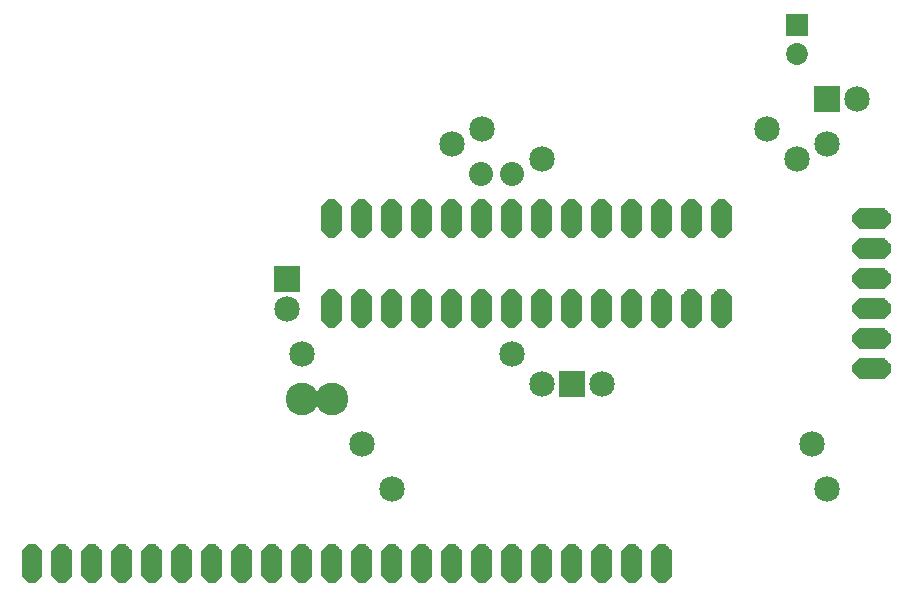
<source format=gbs>
G04 MADE WITH FRITZING*
G04 WWW.FRITZING.ORG*
G04 SINGLE SIDED*
G04 HOLES NOT PLATED*
G04 CONTOUR ON CENTER OF CONTOUR VECTOR*
%ASAXBY*%
%FSLAX23Y23*%
%MOIN*%
%OFA0B0*%
%SFA1.0B1.0*%
%ADD10C,0.069055*%
%ADD11C,0.085000*%
%ADD12C,0.072992*%
%ADD13C,0.109055*%
%ADD14C,0.080000*%
%ADD15R,0.085000X0.085000*%
%ADD16R,0.072992X0.072992*%
%ADD17R,0.001000X0.001000*%
%LNMASK0*%
G90*
G70*
G54D10*
X1072Y942D03*
X2372Y1242D03*
X1172Y942D03*
X2272Y1242D03*
X1272Y942D03*
X2172Y1242D03*
X1372Y942D03*
X2072Y1242D03*
X1472Y942D03*
X1972Y1242D03*
X1572Y942D03*
X1872Y1242D03*
X1672Y942D03*
X1772Y1242D03*
X1772Y942D03*
X1672Y1242D03*
X1872Y942D03*
X1572Y1242D03*
X1972Y942D03*
X1472Y1242D03*
X2072Y942D03*
X1372Y1242D03*
X2172Y942D03*
X1272Y1242D03*
X2272Y942D03*
X1172Y1242D03*
X2372Y942D03*
X1072Y1242D03*
X2873Y1242D03*
X2873Y1142D03*
X2873Y1042D03*
X2873Y942D03*
X2873Y842D03*
X2873Y742D03*
G54D11*
X922Y1042D03*
X922Y942D03*
X2723Y1642D03*
X2823Y1642D03*
G54D12*
X2623Y1890D03*
X2623Y1792D03*
G54D10*
X2173Y92D03*
X2073Y92D03*
X1973Y92D03*
X1873Y92D03*
X1773Y92D03*
X1673Y92D03*
X1573Y92D03*
X1473Y92D03*
X1373Y92D03*
X1273Y92D03*
X1173Y92D03*
X1073Y92D03*
X973Y92D03*
X873Y92D03*
X773Y92D03*
X673Y92D03*
X573Y92D03*
X473Y92D03*
X373Y92D03*
X273Y92D03*
X173Y92D03*
X73Y92D03*
G54D11*
X1773Y692D03*
X1873Y692D03*
X1973Y692D03*
G54D13*
X1073Y642D03*
X973Y642D03*
G54D14*
X1672Y1392D03*
X1571Y1392D03*
G54D11*
X1772Y1442D03*
X2622Y1442D03*
X1572Y1542D03*
X2522Y1542D03*
X973Y792D03*
X1672Y792D03*
X1473Y1492D03*
X2723Y1492D03*
X1172Y492D03*
X2673Y492D03*
X1273Y342D03*
X2723Y342D03*
G54D15*
X922Y1042D03*
X2723Y1642D03*
G54D16*
X2623Y1890D03*
G54D15*
X1873Y692D03*
G54D17*
X1059Y1307D02*
X1083Y1307D01*
X1159Y1307D02*
X1183Y1307D01*
X1259Y1307D02*
X1283Y1307D01*
X1359Y1307D02*
X1383Y1307D01*
X1459Y1307D02*
X1483Y1307D01*
X1559Y1307D02*
X1583Y1307D01*
X1659Y1307D02*
X1683Y1307D01*
X1759Y1307D02*
X1783Y1307D01*
X1859Y1307D02*
X1883Y1307D01*
X1959Y1307D02*
X1983Y1307D01*
X2059Y1307D02*
X2083Y1307D01*
X2159Y1307D02*
X2183Y1307D01*
X2259Y1307D02*
X2283Y1307D01*
X2359Y1307D02*
X2383Y1307D01*
X1058Y1306D02*
X1084Y1306D01*
X1158Y1306D02*
X1184Y1306D01*
X1258Y1306D02*
X1284Y1306D01*
X1358Y1306D02*
X1384Y1306D01*
X1458Y1306D02*
X1484Y1306D01*
X1558Y1306D02*
X1584Y1306D01*
X1658Y1306D02*
X1684Y1306D01*
X1758Y1306D02*
X1784Y1306D01*
X1858Y1306D02*
X1884Y1306D01*
X1958Y1306D02*
X1984Y1306D01*
X2058Y1306D02*
X2084Y1306D01*
X2158Y1306D02*
X2184Y1306D01*
X2258Y1306D02*
X2284Y1306D01*
X2358Y1306D02*
X2384Y1306D01*
X1057Y1305D02*
X1085Y1305D01*
X1157Y1305D02*
X1185Y1305D01*
X1257Y1305D02*
X1285Y1305D01*
X1357Y1305D02*
X1385Y1305D01*
X1457Y1305D02*
X1485Y1305D01*
X1557Y1305D02*
X1585Y1305D01*
X1657Y1305D02*
X1685Y1305D01*
X1757Y1305D02*
X1785Y1305D01*
X1857Y1305D02*
X1885Y1305D01*
X1957Y1305D02*
X1985Y1305D01*
X2057Y1305D02*
X2085Y1305D01*
X2157Y1305D02*
X2185Y1305D01*
X2257Y1305D02*
X2285Y1305D01*
X2357Y1305D02*
X2385Y1305D01*
X1056Y1304D02*
X1086Y1304D01*
X1156Y1304D02*
X1186Y1304D01*
X1256Y1304D02*
X1286Y1304D01*
X1356Y1304D02*
X1386Y1304D01*
X1456Y1304D02*
X1486Y1304D01*
X1556Y1304D02*
X1586Y1304D01*
X1656Y1304D02*
X1686Y1304D01*
X1756Y1304D02*
X1786Y1304D01*
X1856Y1304D02*
X1886Y1304D01*
X1956Y1304D02*
X1986Y1304D01*
X2056Y1304D02*
X2086Y1304D01*
X2156Y1304D02*
X2186Y1304D01*
X2256Y1304D02*
X2286Y1304D01*
X2356Y1304D02*
X2386Y1304D01*
X1055Y1303D02*
X1087Y1303D01*
X1155Y1303D02*
X1187Y1303D01*
X1255Y1303D02*
X1287Y1303D01*
X1355Y1303D02*
X1387Y1303D01*
X1455Y1303D02*
X1487Y1303D01*
X1555Y1303D02*
X1587Y1303D01*
X1655Y1303D02*
X1687Y1303D01*
X1755Y1303D02*
X1787Y1303D01*
X1855Y1303D02*
X1887Y1303D01*
X1955Y1303D02*
X1987Y1303D01*
X2055Y1303D02*
X2087Y1303D01*
X2155Y1303D02*
X2187Y1303D01*
X2255Y1303D02*
X2287Y1303D01*
X2355Y1303D02*
X2387Y1303D01*
X1054Y1302D02*
X1088Y1302D01*
X1154Y1302D02*
X1188Y1302D01*
X1254Y1302D02*
X1288Y1302D01*
X1354Y1302D02*
X1388Y1302D01*
X1454Y1302D02*
X1488Y1302D01*
X1554Y1302D02*
X1588Y1302D01*
X1654Y1302D02*
X1688Y1302D01*
X1754Y1302D02*
X1788Y1302D01*
X1854Y1302D02*
X1888Y1302D01*
X1954Y1302D02*
X1988Y1302D01*
X2054Y1302D02*
X2088Y1302D01*
X2154Y1302D02*
X2188Y1302D01*
X2254Y1302D02*
X2288Y1302D01*
X2354Y1302D02*
X2388Y1302D01*
X1053Y1301D02*
X1089Y1301D01*
X1153Y1301D02*
X1189Y1301D01*
X1253Y1301D02*
X1289Y1301D01*
X1353Y1301D02*
X1389Y1301D01*
X1453Y1301D02*
X1489Y1301D01*
X1553Y1301D02*
X1589Y1301D01*
X1653Y1301D02*
X1689Y1301D01*
X1753Y1301D02*
X1789Y1301D01*
X1853Y1301D02*
X1889Y1301D01*
X1953Y1301D02*
X1989Y1301D01*
X2053Y1301D02*
X2089Y1301D01*
X2153Y1301D02*
X2189Y1301D01*
X2253Y1301D02*
X2289Y1301D01*
X2353Y1301D02*
X2389Y1301D01*
X1052Y1300D02*
X1090Y1300D01*
X1152Y1300D02*
X1190Y1300D01*
X1252Y1300D02*
X1290Y1300D01*
X1352Y1300D02*
X1390Y1300D01*
X1452Y1300D02*
X1490Y1300D01*
X1552Y1300D02*
X1590Y1300D01*
X1652Y1300D02*
X1690Y1300D01*
X1752Y1300D02*
X1790Y1300D01*
X1852Y1300D02*
X1890Y1300D01*
X1952Y1300D02*
X1990Y1300D01*
X2052Y1300D02*
X2090Y1300D01*
X2152Y1300D02*
X2190Y1300D01*
X2252Y1300D02*
X2290Y1300D01*
X2352Y1300D02*
X2390Y1300D01*
X1051Y1299D02*
X1091Y1299D01*
X1151Y1299D02*
X1191Y1299D01*
X1251Y1299D02*
X1291Y1299D01*
X1351Y1299D02*
X1391Y1299D01*
X1451Y1299D02*
X1491Y1299D01*
X1551Y1299D02*
X1591Y1299D01*
X1651Y1299D02*
X1691Y1299D01*
X1751Y1299D02*
X1791Y1299D01*
X1851Y1299D02*
X1891Y1299D01*
X1951Y1299D02*
X1991Y1299D01*
X2051Y1299D02*
X2091Y1299D01*
X2151Y1299D02*
X2191Y1299D01*
X2251Y1299D02*
X2291Y1299D01*
X2351Y1299D02*
X2391Y1299D01*
X1050Y1298D02*
X1092Y1298D01*
X1150Y1298D02*
X1192Y1298D01*
X1250Y1298D02*
X1292Y1298D01*
X1350Y1298D02*
X1392Y1298D01*
X1450Y1298D02*
X1492Y1298D01*
X1550Y1298D02*
X1592Y1298D01*
X1650Y1298D02*
X1692Y1298D01*
X1750Y1298D02*
X1792Y1298D01*
X1850Y1298D02*
X1892Y1298D01*
X1950Y1298D02*
X1992Y1298D01*
X2050Y1298D02*
X2092Y1298D01*
X2150Y1298D02*
X2192Y1298D01*
X2250Y1298D02*
X2292Y1298D01*
X2350Y1298D02*
X2392Y1298D01*
X1049Y1297D02*
X1093Y1297D01*
X1149Y1297D02*
X1193Y1297D01*
X1249Y1297D02*
X1293Y1297D01*
X1349Y1297D02*
X1393Y1297D01*
X1449Y1297D02*
X1493Y1297D01*
X1549Y1297D02*
X1593Y1297D01*
X1649Y1297D02*
X1693Y1297D01*
X1749Y1297D02*
X1793Y1297D01*
X1849Y1297D02*
X1893Y1297D01*
X1949Y1297D02*
X1993Y1297D01*
X2049Y1297D02*
X2093Y1297D01*
X2149Y1297D02*
X2193Y1297D01*
X2249Y1297D02*
X2293Y1297D01*
X2349Y1297D02*
X2393Y1297D01*
X1048Y1296D02*
X1094Y1296D01*
X1148Y1296D02*
X1194Y1296D01*
X1248Y1296D02*
X1294Y1296D01*
X1348Y1296D02*
X1394Y1296D01*
X1448Y1296D02*
X1494Y1296D01*
X1548Y1296D02*
X1594Y1296D01*
X1648Y1296D02*
X1694Y1296D01*
X1748Y1296D02*
X1794Y1296D01*
X1848Y1296D02*
X1894Y1296D01*
X1948Y1296D02*
X1994Y1296D01*
X2048Y1296D02*
X2094Y1296D01*
X2148Y1296D02*
X2194Y1296D01*
X2248Y1296D02*
X2294Y1296D01*
X2348Y1296D02*
X2394Y1296D01*
X1047Y1295D02*
X1095Y1295D01*
X1147Y1295D02*
X1195Y1295D01*
X1247Y1295D02*
X1295Y1295D01*
X1347Y1295D02*
X1395Y1295D01*
X1447Y1295D02*
X1495Y1295D01*
X1547Y1295D02*
X1595Y1295D01*
X1647Y1295D02*
X1695Y1295D01*
X1747Y1295D02*
X1795Y1295D01*
X1847Y1295D02*
X1895Y1295D01*
X1947Y1295D02*
X1995Y1295D01*
X2047Y1295D02*
X2095Y1295D01*
X2147Y1295D02*
X2195Y1295D01*
X2247Y1295D02*
X2295Y1295D01*
X2347Y1295D02*
X2395Y1295D01*
X1046Y1294D02*
X1096Y1294D01*
X1146Y1294D02*
X1196Y1294D01*
X1246Y1294D02*
X1296Y1294D01*
X1346Y1294D02*
X1396Y1294D01*
X1446Y1294D02*
X1496Y1294D01*
X1546Y1294D02*
X1596Y1294D01*
X1646Y1294D02*
X1696Y1294D01*
X1746Y1294D02*
X1796Y1294D01*
X1846Y1294D02*
X1896Y1294D01*
X1946Y1294D02*
X1996Y1294D01*
X2046Y1294D02*
X2096Y1294D01*
X2146Y1294D02*
X2196Y1294D01*
X2246Y1294D02*
X2296Y1294D01*
X2346Y1294D02*
X2396Y1294D01*
X1045Y1293D02*
X1097Y1293D01*
X1145Y1293D02*
X1197Y1293D01*
X1245Y1293D02*
X1297Y1293D01*
X1345Y1293D02*
X1397Y1293D01*
X1445Y1293D02*
X1497Y1293D01*
X1545Y1293D02*
X1597Y1293D01*
X1645Y1293D02*
X1697Y1293D01*
X1745Y1293D02*
X1797Y1293D01*
X1845Y1293D02*
X1897Y1293D01*
X1945Y1293D02*
X1997Y1293D01*
X2045Y1293D02*
X2097Y1293D01*
X2145Y1293D02*
X2197Y1293D01*
X2245Y1293D02*
X2297Y1293D01*
X2345Y1293D02*
X2397Y1293D01*
X1044Y1292D02*
X1098Y1292D01*
X1144Y1292D02*
X1198Y1292D01*
X1244Y1292D02*
X1298Y1292D01*
X1344Y1292D02*
X1398Y1292D01*
X1444Y1292D02*
X1498Y1292D01*
X1544Y1292D02*
X1598Y1292D01*
X1644Y1292D02*
X1698Y1292D01*
X1744Y1292D02*
X1798Y1292D01*
X1844Y1292D02*
X1898Y1292D01*
X1944Y1292D02*
X1998Y1292D01*
X2044Y1292D02*
X2098Y1292D01*
X2144Y1292D02*
X2198Y1292D01*
X2244Y1292D02*
X2298Y1292D01*
X2344Y1292D02*
X2398Y1292D01*
X1043Y1291D02*
X1099Y1291D01*
X1143Y1291D02*
X1199Y1291D01*
X1243Y1291D02*
X1299Y1291D01*
X1343Y1291D02*
X1399Y1291D01*
X1443Y1291D02*
X1499Y1291D01*
X1543Y1291D02*
X1599Y1291D01*
X1643Y1291D02*
X1699Y1291D01*
X1743Y1291D02*
X1799Y1291D01*
X1843Y1291D02*
X1899Y1291D01*
X1943Y1291D02*
X1999Y1291D01*
X2043Y1291D02*
X2099Y1291D01*
X2143Y1291D02*
X2199Y1291D01*
X2243Y1291D02*
X2299Y1291D01*
X2343Y1291D02*
X2399Y1291D01*
X1042Y1290D02*
X1100Y1290D01*
X1142Y1290D02*
X1200Y1290D01*
X1242Y1290D02*
X1300Y1290D01*
X1342Y1290D02*
X1400Y1290D01*
X1442Y1290D02*
X1500Y1290D01*
X1542Y1290D02*
X1600Y1290D01*
X1642Y1290D02*
X1700Y1290D01*
X1742Y1290D02*
X1800Y1290D01*
X1842Y1290D02*
X1900Y1290D01*
X1942Y1290D02*
X2000Y1290D01*
X2042Y1290D02*
X2100Y1290D01*
X2142Y1290D02*
X2200Y1290D01*
X2242Y1290D02*
X2300Y1290D01*
X2342Y1290D02*
X2400Y1290D01*
X1041Y1289D02*
X1101Y1289D01*
X1141Y1289D02*
X1201Y1289D01*
X1241Y1289D02*
X1301Y1289D01*
X1341Y1289D02*
X1401Y1289D01*
X1441Y1289D02*
X1501Y1289D01*
X1541Y1289D02*
X1601Y1289D01*
X1641Y1289D02*
X1701Y1289D01*
X1741Y1289D02*
X1801Y1289D01*
X1841Y1289D02*
X1901Y1289D01*
X1941Y1289D02*
X2001Y1289D01*
X2041Y1289D02*
X2101Y1289D01*
X2141Y1289D02*
X2201Y1289D01*
X2241Y1289D02*
X2301Y1289D01*
X2341Y1289D02*
X2401Y1289D01*
X1040Y1288D02*
X1102Y1288D01*
X1140Y1288D02*
X1202Y1288D01*
X1240Y1288D02*
X1302Y1288D01*
X1340Y1288D02*
X1402Y1288D01*
X1440Y1288D02*
X1502Y1288D01*
X1540Y1288D02*
X1602Y1288D01*
X1640Y1288D02*
X1702Y1288D01*
X1740Y1288D02*
X1802Y1288D01*
X1840Y1288D02*
X1902Y1288D01*
X1940Y1288D02*
X2002Y1288D01*
X2040Y1288D02*
X2102Y1288D01*
X2140Y1288D02*
X2202Y1288D01*
X2240Y1288D02*
X2302Y1288D01*
X2340Y1288D02*
X2402Y1288D01*
X1039Y1287D02*
X1103Y1287D01*
X1139Y1287D02*
X1203Y1287D01*
X1239Y1287D02*
X1303Y1287D01*
X1339Y1287D02*
X1403Y1287D01*
X1439Y1287D02*
X1503Y1287D01*
X1539Y1287D02*
X1603Y1287D01*
X1639Y1287D02*
X1703Y1287D01*
X1739Y1287D02*
X1803Y1287D01*
X1839Y1287D02*
X1903Y1287D01*
X1939Y1287D02*
X2003Y1287D01*
X2039Y1287D02*
X2103Y1287D01*
X2139Y1287D02*
X2203Y1287D01*
X2239Y1287D02*
X2303Y1287D01*
X2339Y1287D02*
X2403Y1287D01*
X1038Y1286D02*
X1104Y1286D01*
X1138Y1286D02*
X1204Y1286D01*
X1238Y1286D02*
X1304Y1286D01*
X1338Y1286D02*
X1404Y1286D01*
X1438Y1286D02*
X1504Y1286D01*
X1538Y1286D02*
X1604Y1286D01*
X1638Y1286D02*
X1704Y1286D01*
X1738Y1286D02*
X1804Y1286D01*
X1838Y1286D02*
X1904Y1286D01*
X1938Y1286D02*
X2004Y1286D01*
X2038Y1286D02*
X2104Y1286D01*
X2138Y1286D02*
X2204Y1286D01*
X2238Y1286D02*
X2304Y1286D01*
X2338Y1286D02*
X2404Y1286D01*
X1037Y1285D02*
X1105Y1285D01*
X1137Y1285D02*
X1205Y1285D01*
X1237Y1285D02*
X1305Y1285D01*
X1337Y1285D02*
X1405Y1285D01*
X1437Y1285D02*
X1505Y1285D01*
X1537Y1285D02*
X1605Y1285D01*
X1637Y1285D02*
X1705Y1285D01*
X1737Y1285D02*
X1805Y1285D01*
X1837Y1285D02*
X1905Y1285D01*
X1937Y1285D02*
X2005Y1285D01*
X2037Y1285D02*
X2105Y1285D01*
X2137Y1285D02*
X2204Y1285D01*
X2237Y1285D02*
X2304Y1285D01*
X2337Y1285D02*
X2404Y1285D01*
X1037Y1284D02*
X1105Y1284D01*
X1137Y1284D02*
X1205Y1284D01*
X1237Y1284D02*
X1305Y1284D01*
X1337Y1284D02*
X1405Y1284D01*
X1437Y1284D02*
X1505Y1284D01*
X1537Y1284D02*
X1605Y1284D01*
X1637Y1284D02*
X1705Y1284D01*
X1737Y1284D02*
X1805Y1284D01*
X1837Y1284D02*
X1905Y1284D01*
X1937Y1284D02*
X2005Y1284D01*
X2037Y1284D02*
X2105Y1284D01*
X2137Y1284D02*
X2205Y1284D01*
X2237Y1284D02*
X2305Y1284D01*
X2337Y1284D02*
X2405Y1284D01*
X1037Y1283D02*
X1105Y1283D01*
X1137Y1283D02*
X1205Y1283D01*
X1237Y1283D02*
X1305Y1283D01*
X1337Y1283D02*
X1405Y1283D01*
X1437Y1283D02*
X1505Y1283D01*
X1537Y1283D02*
X1605Y1283D01*
X1637Y1283D02*
X1705Y1283D01*
X1737Y1283D02*
X1805Y1283D01*
X1837Y1283D02*
X1905Y1283D01*
X1937Y1283D02*
X2005Y1283D01*
X2037Y1283D02*
X2105Y1283D01*
X2137Y1283D02*
X2205Y1283D01*
X2237Y1283D02*
X2305Y1283D01*
X2337Y1283D02*
X2405Y1283D01*
X1037Y1282D02*
X1105Y1282D01*
X1137Y1282D02*
X1205Y1282D01*
X1237Y1282D02*
X1305Y1282D01*
X1337Y1282D02*
X1405Y1282D01*
X1437Y1282D02*
X1505Y1282D01*
X1537Y1282D02*
X1605Y1282D01*
X1637Y1282D02*
X1705Y1282D01*
X1737Y1282D02*
X1805Y1282D01*
X1837Y1282D02*
X1905Y1282D01*
X1937Y1282D02*
X2005Y1282D01*
X2037Y1282D02*
X2105Y1282D01*
X2137Y1282D02*
X2205Y1282D01*
X2237Y1282D02*
X2305Y1282D01*
X2337Y1282D02*
X2405Y1282D01*
X1037Y1281D02*
X1105Y1281D01*
X1137Y1281D02*
X1205Y1281D01*
X1237Y1281D02*
X1305Y1281D01*
X1337Y1281D02*
X1405Y1281D01*
X1437Y1281D02*
X1505Y1281D01*
X1537Y1281D02*
X1605Y1281D01*
X1637Y1281D02*
X1705Y1281D01*
X1737Y1281D02*
X1805Y1281D01*
X1837Y1281D02*
X1905Y1281D01*
X1937Y1281D02*
X2005Y1281D01*
X2037Y1281D02*
X2105Y1281D01*
X2137Y1281D02*
X2205Y1281D01*
X2237Y1281D02*
X2305Y1281D01*
X2337Y1281D02*
X2405Y1281D01*
X1037Y1280D02*
X1105Y1280D01*
X1137Y1280D02*
X1205Y1280D01*
X1237Y1280D02*
X1305Y1280D01*
X1337Y1280D02*
X1405Y1280D01*
X1437Y1280D02*
X1505Y1280D01*
X1537Y1280D02*
X1605Y1280D01*
X1637Y1280D02*
X1705Y1280D01*
X1737Y1280D02*
X1805Y1280D01*
X1837Y1280D02*
X1905Y1280D01*
X1937Y1280D02*
X2005Y1280D01*
X2037Y1280D02*
X2105Y1280D01*
X2137Y1280D02*
X2205Y1280D01*
X2237Y1280D02*
X2305Y1280D01*
X2337Y1280D02*
X2405Y1280D01*
X1037Y1279D02*
X1105Y1279D01*
X1137Y1279D02*
X1205Y1279D01*
X1237Y1279D02*
X1305Y1279D01*
X1337Y1279D02*
X1405Y1279D01*
X1437Y1279D02*
X1505Y1279D01*
X1537Y1279D02*
X1605Y1279D01*
X1637Y1279D02*
X1705Y1279D01*
X1737Y1279D02*
X1805Y1279D01*
X1837Y1279D02*
X1905Y1279D01*
X1937Y1279D02*
X2005Y1279D01*
X2037Y1279D02*
X2105Y1279D01*
X2137Y1279D02*
X2205Y1279D01*
X2237Y1279D02*
X2305Y1279D01*
X2337Y1279D02*
X2405Y1279D01*
X1037Y1278D02*
X1105Y1278D01*
X1137Y1278D02*
X1205Y1278D01*
X1237Y1278D02*
X1305Y1278D01*
X1337Y1278D02*
X1405Y1278D01*
X1437Y1278D02*
X1505Y1278D01*
X1537Y1278D02*
X1605Y1278D01*
X1637Y1278D02*
X1705Y1278D01*
X1737Y1278D02*
X1805Y1278D01*
X1837Y1278D02*
X1905Y1278D01*
X1937Y1278D02*
X2005Y1278D01*
X2037Y1278D02*
X2105Y1278D01*
X2137Y1278D02*
X2205Y1278D01*
X2237Y1278D02*
X2305Y1278D01*
X2337Y1278D02*
X2405Y1278D01*
X1037Y1277D02*
X1105Y1277D01*
X1137Y1277D02*
X1205Y1277D01*
X1237Y1277D02*
X1305Y1277D01*
X1337Y1277D02*
X1405Y1277D01*
X1437Y1277D02*
X1505Y1277D01*
X1537Y1277D02*
X1605Y1277D01*
X1637Y1277D02*
X1705Y1277D01*
X1737Y1277D02*
X1805Y1277D01*
X1837Y1277D02*
X1905Y1277D01*
X1937Y1277D02*
X2005Y1277D01*
X2037Y1277D02*
X2105Y1277D01*
X2137Y1277D02*
X2205Y1277D01*
X2237Y1277D02*
X2305Y1277D01*
X2337Y1277D02*
X2405Y1277D01*
X2830Y1277D02*
X2914Y1277D01*
X1037Y1276D02*
X1105Y1276D01*
X1137Y1276D02*
X1205Y1276D01*
X1237Y1276D02*
X1305Y1276D01*
X1337Y1276D02*
X1405Y1276D01*
X1437Y1276D02*
X1505Y1276D01*
X1537Y1276D02*
X1605Y1276D01*
X1637Y1276D02*
X1705Y1276D01*
X1737Y1276D02*
X1805Y1276D01*
X1837Y1276D02*
X1905Y1276D01*
X1937Y1276D02*
X2005Y1276D01*
X2037Y1276D02*
X2105Y1276D01*
X2137Y1276D02*
X2205Y1276D01*
X2237Y1276D02*
X2305Y1276D01*
X2337Y1276D02*
X2405Y1276D01*
X2829Y1276D02*
X2915Y1276D01*
X1037Y1275D02*
X1105Y1275D01*
X1137Y1275D02*
X1205Y1275D01*
X1237Y1275D02*
X1305Y1275D01*
X1337Y1275D02*
X1405Y1275D01*
X1437Y1275D02*
X1505Y1275D01*
X1537Y1275D02*
X1605Y1275D01*
X1637Y1275D02*
X1705Y1275D01*
X1737Y1275D02*
X1805Y1275D01*
X1837Y1275D02*
X1905Y1275D01*
X1937Y1275D02*
X2005Y1275D01*
X2037Y1275D02*
X2105Y1275D01*
X2137Y1275D02*
X2205Y1275D01*
X2237Y1275D02*
X2305Y1275D01*
X2337Y1275D02*
X2405Y1275D01*
X2828Y1275D02*
X2916Y1275D01*
X1037Y1274D02*
X1105Y1274D01*
X1137Y1274D02*
X1205Y1274D01*
X1237Y1274D02*
X1305Y1274D01*
X1337Y1274D02*
X1405Y1274D01*
X1437Y1274D02*
X1505Y1274D01*
X1537Y1274D02*
X1605Y1274D01*
X1637Y1274D02*
X1705Y1274D01*
X1737Y1274D02*
X1805Y1274D01*
X1837Y1274D02*
X1905Y1274D01*
X1937Y1274D02*
X2005Y1274D01*
X2037Y1274D02*
X2105Y1274D01*
X2137Y1274D02*
X2205Y1274D01*
X2237Y1274D02*
X2305Y1274D01*
X2337Y1274D02*
X2405Y1274D01*
X2827Y1274D02*
X2917Y1274D01*
X1037Y1273D02*
X1105Y1273D01*
X1137Y1273D02*
X1205Y1273D01*
X1237Y1273D02*
X1305Y1273D01*
X1337Y1273D02*
X1405Y1273D01*
X1437Y1273D02*
X1505Y1273D01*
X1537Y1273D02*
X1605Y1273D01*
X1637Y1273D02*
X1705Y1273D01*
X1737Y1273D02*
X1805Y1273D01*
X1837Y1273D02*
X1905Y1273D01*
X1937Y1273D02*
X2005Y1273D01*
X2037Y1273D02*
X2105Y1273D01*
X2137Y1273D02*
X2205Y1273D01*
X2237Y1273D02*
X2305Y1273D01*
X2337Y1273D02*
X2405Y1273D01*
X2826Y1273D02*
X2918Y1273D01*
X1037Y1272D02*
X1105Y1272D01*
X1137Y1272D02*
X1205Y1272D01*
X1237Y1272D02*
X1305Y1272D01*
X1337Y1272D02*
X1405Y1272D01*
X1437Y1272D02*
X1505Y1272D01*
X1537Y1272D02*
X1605Y1272D01*
X1637Y1272D02*
X1705Y1272D01*
X1737Y1272D02*
X1805Y1272D01*
X1837Y1272D02*
X1905Y1272D01*
X1937Y1272D02*
X2005Y1272D01*
X2037Y1272D02*
X2105Y1272D01*
X2137Y1272D02*
X2205Y1272D01*
X2237Y1272D02*
X2305Y1272D01*
X2337Y1272D02*
X2405Y1272D01*
X2825Y1272D02*
X2919Y1272D01*
X1037Y1271D02*
X1105Y1271D01*
X1137Y1271D02*
X1205Y1271D01*
X1237Y1271D02*
X1305Y1271D01*
X1337Y1271D02*
X1405Y1271D01*
X1437Y1271D02*
X1505Y1271D01*
X1537Y1271D02*
X1605Y1271D01*
X1637Y1271D02*
X1705Y1271D01*
X1737Y1271D02*
X1805Y1271D01*
X1837Y1271D02*
X1905Y1271D01*
X1937Y1271D02*
X2005Y1271D01*
X2037Y1271D02*
X2105Y1271D01*
X2137Y1271D02*
X2205Y1271D01*
X2237Y1271D02*
X2305Y1271D01*
X2337Y1271D02*
X2405Y1271D01*
X2824Y1271D02*
X2920Y1271D01*
X1037Y1270D02*
X1105Y1270D01*
X1137Y1270D02*
X1205Y1270D01*
X1237Y1270D02*
X1305Y1270D01*
X1337Y1270D02*
X1405Y1270D01*
X1437Y1270D02*
X1505Y1270D01*
X1537Y1270D02*
X1605Y1270D01*
X1637Y1270D02*
X1705Y1270D01*
X1737Y1270D02*
X1805Y1270D01*
X1837Y1270D02*
X1905Y1270D01*
X1937Y1270D02*
X2005Y1270D01*
X2037Y1270D02*
X2105Y1270D01*
X2137Y1270D02*
X2205Y1270D01*
X2237Y1270D02*
X2305Y1270D01*
X2337Y1270D02*
X2405Y1270D01*
X2823Y1270D02*
X2921Y1270D01*
X1037Y1269D02*
X1105Y1269D01*
X1137Y1269D02*
X1205Y1269D01*
X1237Y1269D02*
X1305Y1269D01*
X1337Y1269D02*
X1405Y1269D01*
X1437Y1269D02*
X1505Y1269D01*
X1537Y1269D02*
X1605Y1269D01*
X1637Y1269D02*
X1705Y1269D01*
X1737Y1269D02*
X1805Y1269D01*
X1837Y1269D02*
X1905Y1269D01*
X1937Y1269D02*
X2005Y1269D01*
X2037Y1269D02*
X2105Y1269D01*
X2137Y1269D02*
X2205Y1269D01*
X2237Y1269D02*
X2305Y1269D01*
X2337Y1269D02*
X2405Y1269D01*
X2822Y1269D02*
X2922Y1269D01*
X1037Y1268D02*
X1105Y1268D01*
X1137Y1268D02*
X1205Y1268D01*
X1237Y1268D02*
X1305Y1268D01*
X1337Y1268D02*
X1405Y1268D01*
X1437Y1268D02*
X1505Y1268D01*
X1537Y1268D02*
X1605Y1268D01*
X1637Y1268D02*
X1705Y1268D01*
X1737Y1268D02*
X1805Y1268D01*
X1837Y1268D02*
X1905Y1268D01*
X1937Y1268D02*
X2005Y1268D01*
X2037Y1268D02*
X2105Y1268D01*
X2137Y1268D02*
X2205Y1268D01*
X2237Y1268D02*
X2305Y1268D01*
X2337Y1268D02*
X2405Y1268D01*
X2821Y1268D02*
X2923Y1268D01*
X1037Y1267D02*
X1105Y1267D01*
X1137Y1267D02*
X1205Y1267D01*
X1237Y1267D02*
X1305Y1267D01*
X1337Y1267D02*
X1405Y1267D01*
X1437Y1267D02*
X1505Y1267D01*
X1537Y1267D02*
X1605Y1267D01*
X1637Y1267D02*
X1705Y1267D01*
X1737Y1267D02*
X1805Y1267D01*
X1837Y1267D02*
X1905Y1267D01*
X1937Y1267D02*
X2005Y1267D01*
X2037Y1267D02*
X2105Y1267D01*
X2137Y1267D02*
X2205Y1267D01*
X2237Y1267D02*
X2305Y1267D01*
X2337Y1267D02*
X2405Y1267D01*
X2820Y1267D02*
X2924Y1267D01*
X1037Y1266D02*
X1105Y1266D01*
X1137Y1266D02*
X1205Y1266D01*
X1237Y1266D02*
X1305Y1266D01*
X1337Y1266D02*
X1405Y1266D01*
X1437Y1266D02*
X1505Y1266D01*
X1537Y1266D02*
X1605Y1266D01*
X1637Y1266D02*
X1705Y1266D01*
X1737Y1266D02*
X1805Y1266D01*
X1837Y1266D02*
X1905Y1266D01*
X1937Y1266D02*
X2005Y1266D01*
X2037Y1266D02*
X2105Y1266D01*
X2137Y1266D02*
X2205Y1266D01*
X2237Y1266D02*
X2305Y1266D01*
X2337Y1266D02*
X2405Y1266D01*
X2819Y1266D02*
X2925Y1266D01*
X1037Y1265D02*
X1105Y1265D01*
X1137Y1265D02*
X1205Y1265D01*
X1237Y1265D02*
X1305Y1265D01*
X1337Y1265D02*
X1405Y1265D01*
X1437Y1265D02*
X1505Y1265D01*
X1537Y1265D02*
X1605Y1265D01*
X1637Y1265D02*
X1705Y1265D01*
X1737Y1265D02*
X1805Y1265D01*
X1837Y1265D02*
X1905Y1265D01*
X1937Y1265D02*
X2005Y1265D01*
X2037Y1265D02*
X2105Y1265D01*
X2137Y1265D02*
X2205Y1265D01*
X2237Y1265D02*
X2305Y1265D01*
X2337Y1265D02*
X2405Y1265D01*
X2818Y1265D02*
X2926Y1265D01*
X1037Y1264D02*
X1105Y1264D01*
X1137Y1264D02*
X1205Y1264D01*
X1237Y1264D02*
X1305Y1264D01*
X1337Y1264D02*
X1405Y1264D01*
X1437Y1264D02*
X1505Y1264D01*
X1537Y1264D02*
X1605Y1264D01*
X1637Y1264D02*
X1705Y1264D01*
X1737Y1264D02*
X1805Y1264D01*
X1837Y1264D02*
X1905Y1264D01*
X1937Y1264D02*
X2005Y1264D01*
X2037Y1264D02*
X2105Y1264D01*
X2137Y1264D02*
X2205Y1264D01*
X2237Y1264D02*
X2305Y1264D01*
X2337Y1264D02*
X2405Y1264D01*
X2817Y1264D02*
X2927Y1264D01*
X1037Y1263D02*
X1105Y1263D01*
X1137Y1263D02*
X1205Y1263D01*
X1237Y1263D02*
X1305Y1263D01*
X1337Y1263D02*
X1405Y1263D01*
X1437Y1263D02*
X1505Y1263D01*
X1537Y1263D02*
X1605Y1263D01*
X1637Y1263D02*
X1705Y1263D01*
X1737Y1263D02*
X1805Y1263D01*
X1837Y1263D02*
X1905Y1263D01*
X1937Y1263D02*
X2005Y1263D01*
X2037Y1263D02*
X2105Y1263D01*
X2137Y1263D02*
X2205Y1263D01*
X2237Y1263D02*
X2305Y1263D01*
X2337Y1263D02*
X2405Y1263D01*
X2816Y1263D02*
X2928Y1263D01*
X1037Y1262D02*
X1105Y1262D01*
X1137Y1262D02*
X1205Y1262D01*
X1237Y1262D02*
X1305Y1262D01*
X1337Y1262D02*
X1405Y1262D01*
X1437Y1262D02*
X1505Y1262D01*
X1537Y1262D02*
X1605Y1262D01*
X1637Y1262D02*
X1705Y1262D01*
X1737Y1262D02*
X1805Y1262D01*
X1837Y1262D02*
X1905Y1262D01*
X1937Y1262D02*
X2005Y1262D01*
X2037Y1262D02*
X2105Y1262D01*
X2137Y1262D02*
X2205Y1262D01*
X2237Y1262D02*
X2305Y1262D01*
X2337Y1262D02*
X2405Y1262D01*
X2815Y1262D02*
X2929Y1262D01*
X1037Y1261D02*
X1105Y1261D01*
X1137Y1261D02*
X1205Y1261D01*
X1237Y1261D02*
X1305Y1261D01*
X1337Y1261D02*
X1405Y1261D01*
X1437Y1261D02*
X1505Y1261D01*
X1537Y1261D02*
X1605Y1261D01*
X1637Y1261D02*
X1705Y1261D01*
X1737Y1261D02*
X1805Y1261D01*
X1837Y1261D02*
X1905Y1261D01*
X1937Y1261D02*
X2005Y1261D01*
X2037Y1261D02*
X2105Y1261D01*
X2137Y1261D02*
X2205Y1261D01*
X2237Y1261D02*
X2305Y1261D01*
X2337Y1261D02*
X2405Y1261D01*
X2814Y1261D02*
X2930Y1261D01*
X1037Y1260D02*
X1105Y1260D01*
X1137Y1260D02*
X1205Y1260D01*
X1237Y1260D02*
X1305Y1260D01*
X1337Y1260D02*
X1405Y1260D01*
X1437Y1260D02*
X1505Y1260D01*
X1537Y1260D02*
X1605Y1260D01*
X1637Y1260D02*
X1705Y1260D01*
X1737Y1260D02*
X1805Y1260D01*
X1837Y1260D02*
X1905Y1260D01*
X1937Y1260D02*
X2005Y1260D01*
X2037Y1260D02*
X2105Y1260D01*
X2137Y1260D02*
X2205Y1260D01*
X2237Y1260D02*
X2305Y1260D01*
X2337Y1260D02*
X2405Y1260D01*
X2813Y1260D02*
X2931Y1260D01*
X1037Y1259D02*
X1105Y1259D01*
X1137Y1259D02*
X1205Y1259D01*
X1237Y1259D02*
X1305Y1259D01*
X1337Y1259D02*
X1405Y1259D01*
X1437Y1259D02*
X1505Y1259D01*
X1537Y1259D02*
X1605Y1259D01*
X1637Y1259D02*
X1705Y1259D01*
X1737Y1259D02*
X1805Y1259D01*
X1837Y1259D02*
X1905Y1259D01*
X1937Y1259D02*
X2005Y1259D01*
X2037Y1259D02*
X2105Y1259D01*
X2137Y1259D02*
X2205Y1259D01*
X2237Y1259D02*
X2305Y1259D01*
X2337Y1259D02*
X2405Y1259D01*
X2812Y1259D02*
X2932Y1259D01*
X1037Y1258D02*
X1067Y1258D01*
X1074Y1258D02*
X1105Y1258D01*
X1137Y1258D02*
X1167Y1258D01*
X1174Y1258D02*
X1205Y1258D01*
X1237Y1258D02*
X1267Y1258D01*
X1274Y1258D02*
X1305Y1258D01*
X1337Y1258D02*
X1367Y1258D01*
X1374Y1258D02*
X1405Y1258D01*
X1437Y1258D02*
X1467Y1258D01*
X1474Y1258D02*
X1505Y1258D01*
X1537Y1258D02*
X1567Y1258D01*
X1574Y1258D02*
X1605Y1258D01*
X1637Y1258D02*
X1667Y1258D01*
X1674Y1258D02*
X1705Y1258D01*
X1737Y1258D02*
X1767Y1258D01*
X1774Y1258D02*
X1805Y1258D01*
X1837Y1258D02*
X1867Y1258D01*
X1874Y1258D02*
X1905Y1258D01*
X1937Y1258D02*
X1967Y1258D01*
X1974Y1258D02*
X2005Y1258D01*
X2037Y1258D02*
X2067Y1258D01*
X2074Y1258D02*
X2105Y1258D01*
X2137Y1258D02*
X2167Y1258D01*
X2174Y1258D02*
X2205Y1258D01*
X2237Y1258D02*
X2267Y1258D01*
X2274Y1258D02*
X2305Y1258D01*
X2337Y1258D02*
X2367Y1258D01*
X2374Y1258D02*
X2405Y1258D01*
X2811Y1258D02*
X2933Y1258D01*
X1037Y1257D02*
X1064Y1257D01*
X1078Y1257D02*
X1105Y1257D01*
X1137Y1257D02*
X1164Y1257D01*
X1178Y1257D02*
X1205Y1257D01*
X1237Y1257D02*
X1264Y1257D01*
X1278Y1257D02*
X1305Y1257D01*
X1337Y1257D02*
X1364Y1257D01*
X1378Y1257D02*
X1405Y1257D01*
X1437Y1257D02*
X1464Y1257D01*
X1478Y1257D02*
X1505Y1257D01*
X1537Y1257D02*
X1564Y1257D01*
X1578Y1257D02*
X1605Y1257D01*
X1637Y1257D02*
X1664Y1257D01*
X1678Y1257D02*
X1705Y1257D01*
X1737Y1257D02*
X1764Y1257D01*
X1778Y1257D02*
X1805Y1257D01*
X1837Y1257D02*
X1864Y1257D01*
X1878Y1257D02*
X1905Y1257D01*
X1937Y1257D02*
X1964Y1257D01*
X1978Y1257D02*
X2005Y1257D01*
X2037Y1257D02*
X2064Y1257D01*
X2078Y1257D02*
X2105Y1257D01*
X2137Y1257D02*
X2164Y1257D01*
X2178Y1257D02*
X2205Y1257D01*
X2237Y1257D02*
X2264Y1257D01*
X2278Y1257D02*
X2305Y1257D01*
X2337Y1257D02*
X2364Y1257D01*
X2378Y1257D02*
X2405Y1257D01*
X2810Y1257D02*
X2866Y1257D01*
X2878Y1257D02*
X2934Y1257D01*
X1037Y1256D02*
X1062Y1256D01*
X1080Y1256D02*
X1105Y1256D01*
X1137Y1256D02*
X1162Y1256D01*
X1180Y1256D02*
X1205Y1256D01*
X1237Y1256D02*
X1262Y1256D01*
X1280Y1256D02*
X1305Y1256D01*
X1337Y1256D02*
X1362Y1256D01*
X1380Y1256D02*
X1405Y1256D01*
X1437Y1256D02*
X1462Y1256D01*
X1480Y1256D02*
X1505Y1256D01*
X1537Y1256D02*
X1562Y1256D01*
X1580Y1256D02*
X1605Y1256D01*
X1637Y1256D02*
X1662Y1256D01*
X1680Y1256D02*
X1705Y1256D01*
X1737Y1256D02*
X1762Y1256D01*
X1780Y1256D02*
X1805Y1256D01*
X1837Y1256D02*
X1862Y1256D01*
X1880Y1256D02*
X1905Y1256D01*
X1937Y1256D02*
X1962Y1256D01*
X1980Y1256D02*
X2005Y1256D01*
X2037Y1256D02*
X2062Y1256D01*
X2079Y1256D02*
X2105Y1256D01*
X2137Y1256D02*
X2162Y1256D01*
X2179Y1256D02*
X2205Y1256D01*
X2237Y1256D02*
X2262Y1256D01*
X2279Y1256D02*
X2305Y1256D01*
X2337Y1256D02*
X2362Y1256D01*
X2379Y1256D02*
X2405Y1256D01*
X2809Y1256D02*
X2863Y1256D01*
X2880Y1256D02*
X2934Y1256D01*
X1037Y1255D02*
X1061Y1255D01*
X1081Y1255D02*
X1105Y1255D01*
X1137Y1255D02*
X1161Y1255D01*
X1181Y1255D02*
X1205Y1255D01*
X1237Y1255D02*
X1261Y1255D01*
X1281Y1255D02*
X1305Y1255D01*
X1337Y1255D02*
X1361Y1255D01*
X1381Y1255D02*
X1405Y1255D01*
X1437Y1255D02*
X1461Y1255D01*
X1481Y1255D02*
X1505Y1255D01*
X1537Y1255D02*
X1560Y1255D01*
X1581Y1255D02*
X1605Y1255D01*
X1637Y1255D02*
X1660Y1255D01*
X1681Y1255D02*
X1705Y1255D01*
X1737Y1255D02*
X1760Y1255D01*
X1781Y1255D02*
X1805Y1255D01*
X1837Y1255D02*
X1860Y1255D01*
X1881Y1255D02*
X1905Y1255D01*
X1937Y1255D02*
X1960Y1255D01*
X1981Y1255D02*
X2005Y1255D01*
X2037Y1255D02*
X2060Y1255D01*
X2081Y1255D02*
X2105Y1255D01*
X2137Y1255D02*
X2160Y1255D01*
X2181Y1255D02*
X2205Y1255D01*
X2237Y1255D02*
X2260Y1255D01*
X2281Y1255D02*
X2305Y1255D01*
X2337Y1255D02*
X2360Y1255D01*
X2381Y1255D02*
X2405Y1255D01*
X2808Y1255D02*
X2862Y1255D01*
X2882Y1255D02*
X2935Y1255D01*
X1037Y1254D02*
X1060Y1254D01*
X1082Y1254D02*
X1105Y1254D01*
X1137Y1254D02*
X1160Y1254D01*
X1182Y1254D02*
X1205Y1254D01*
X1237Y1254D02*
X1259Y1254D01*
X1282Y1254D02*
X1305Y1254D01*
X1337Y1254D02*
X1359Y1254D01*
X1382Y1254D02*
X1405Y1254D01*
X1437Y1254D02*
X1459Y1254D01*
X1482Y1254D02*
X1505Y1254D01*
X1537Y1254D02*
X1559Y1254D01*
X1582Y1254D02*
X1605Y1254D01*
X1637Y1254D02*
X1659Y1254D01*
X1682Y1254D02*
X1705Y1254D01*
X1737Y1254D02*
X1759Y1254D01*
X1782Y1254D02*
X1805Y1254D01*
X1837Y1254D02*
X1859Y1254D01*
X1882Y1254D02*
X1905Y1254D01*
X1937Y1254D02*
X1959Y1254D01*
X1982Y1254D02*
X2005Y1254D01*
X2037Y1254D02*
X2059Y1254D01*
X2082Y1254D02*
X2105Y1254D01*
X2137Y1254D02*
X2159Y1254D01*
X2182Y1254D02*
X2205Y1254D01*
X2237Y1254D02*
X2259Y1254D01*
X2282Y1254D02*
X2305Y1254D01*
X2337Y1254D02*
X2359Y1254D01*
X2382Y1254D02*
X2405Y1254D01*
X2808Y1254D02*
X2861Y1254D01*
X2883Y1254D02*
X2935Y1254D01*
X1037Y1253D02*
X1059Y1253D01*
X1083Y1253D02*
X1105Y1253D01*
X1137Y1253D02*
X1159Y1253D01*
X1183Y1253D02*
X1205Y1253D01*
X1237Y1253D02*
X1259Y1253D01*
X1283Y1253D02*
X1305Y1253D01*
X1337Y1253D02*
X1359Y1253D01*
X1383Y1253D02*
X1405Y1253D01*
X1437Y1253D02*
X1459Y1253D01*
X1483Y1253D02*
X1505Y1253D01*
X1537Y1253D02*
X1559Y1253D01*
X1583Y1253D02*
X1605Y1253D01*
X1637Y1253D02*
X1659Y1253D01*
X1683Y1253D02*
X1705Y1253D01*
X1737Y1253D02*
X1759Y1253D01*
X1783Y1253D02*
X1805Y1253D01*
X1837Y1253D02*
X1858Y1253D01*
X1883Y1253D02*
X1905Y1253D01*
X1937Y1253D02*
X1958Y1253D01*
X1983Y1253D02*
X2005Y1253D01*
X2037Y1253D02*
X2058Y1253D01*
X2083Y1253D02*
X2105Y1253D01*
X2137Y1253D02*
X2158Y1253D01*
X2183Y1253D02*
X2205Y1253D01*
X2237Y1253D02*
X2258Y1253D01*
X2283Y1253D02*
X2305Y1253D01*
X2337Y1253D02*
X2358Y1253D01*
X2383Y1253D02*
X2405Y1253D01*
X2808Y1253D02*
X2860Y1253D01*
X2884Y1253D02*
X2935Y1253D01*
X1037Y1252D02*
X1058Y1252D01*
X1084Y1252D02*
X1105Y1252D01*
X1137Y1252D02*
X1158Y1252D01*
X1184Y1252D02*
X1205Y1252D01*
X1237Y1252D02*
X1258Y1252D01*
X1284Y1252D02*
X1305Y1252D01*
X1337Y1252D02*
X1358Y1252D01*
X1384Y1252D02*
X1405Y1252D01*
X1437Y1252D02*
X1458Y1252D01*
X1484Y1252D02*
X1505Y1252D01*
X1537Y1252D02*
X1558Y1252D01*
X1584Y1252D02*
X1605Y1252D01*
X1637Y1252D02*
X1658Y1252D01*
X1684Y1252D02*
X1705Y1252D01*
X1737Y1252D02*
X1758Y1252D01*
X1784Y1252D02*
X1805Y1252D01*
X1837Y1252D02*
X1858Y1252D01*
X1884Y1252D02*
X1905Y1252D01*
X1937Y1252D02*
X1958Y1252D01*
X1984Y1252D02*
X2005Y1252D01*
X2037Y1252D02*
X2058Y1252D01*
X2084Y1252D02*
X2105Y1252D01*
X2137Y1252D02*
X2158Y1252D01*
X2183Y1252D02*
X2205Y1252D01*
X2237Y1252D02*
X2258Y1252D01*
X2283Y1252D02*
X2305Y1252D01*
X2337Y1252D02*
X2358Y1252D01*
X2383Y1252D02*
X2405Y1252D01*
X2808Y1252D02*
X2859Y1252D01*
X2884Y1252D02*
X2935Y1252D01*
X1037Y1251D02*
X1057Y1251D01*
X1084Y1251D02*
X1105Y1251D01*
X1137Y1251D02*
X1157Y1251D01*
X1184Y1251D02*
X1205Y1251D01*
X1237Y1251D02*
X1257Y1251D01*
X1284Y1251D02*
X1305Y1251D01*
X1337Y1251D02*
X1357Y1251D01*
X1384Y1251D02*
X1405Y1251D01*
X1437Y1251D02*
X1457Y1251D01*
X1484Y1251D02*
X1505Y1251D01*
X1537Y1251D02*
X1557Y1251D01*
X1584Y1251D02*
X1605Y1251D01*
X1637Y1251D02*
X1657Y1251D01*
X1684Y1251D02*
X1705Y1251D01*
X1737Y1251D02*
X1757Y1251D01*
X1784Y1251D02*
X1805Y1251D01*
X1837Y1251D02*
X1857Y1251D01*
X1884Y1251D02*
X1905Y1251D01*
X1937Y1251D02*
X1957Y1251D01*
X1984Y1251D02*
X2005Y1251D01*
X2037Y1251D02*
X2057Y1251D01*
X2084Y1251D02*
X2105Y1251D01*
X2137Y1251D02*
X2157Y1251D01*
X2184Y1251D02*
X2205Y1251D01*
X2237Y1251D02*
X2257Y1251D01*
X2284Y1251D02*
X2305Y1251D01*
X2337Y1251D02*
X2357Y1251D01*
X2384Y1251D02*
X2405Y1251D01*
X2808Y1251D02*
X2859Y1251D01*
X2885Y1251D02*
X2935Y1251D01*
X1037Y1250D02*
X1057Y1250D01*
X1085Y1250D02*
X1105Y1250D01*
X1137Y1250D02*
X1157Y1250D01*
X1185Y1250D02*
X1205Y1250D01*
X1237Y1250D02*
X1257Y1250D01*
X1285Y1250D02*
X1305Y1250D01*
X1337Y1250D02*
X1357Y1250D01*
X1385Y1250D02*
X1405Y1250D01*
X1437Y1250D02*
X1457Y1250D01*
X1485Y1250D02*
X1505Y1250D01*
X1537Y1250D02*
X1557Y1250D01*
X1585Y1250D02*
X1605Y1250D01*
X1637Y1250D02*
X1657Y1250D01*
X1685Y1250D02*
X1705Y1250D01*
X1737Y1250D02*
X1757Y1250D01*
X1785Y1250D02*
X1805Y1250D01*
X1837Y1250D02*
X1857Y1250D01*
X1885Y1250D02*
X1905Y1250D01*
X1937Y1250D02*
X1957Y1250D01*
X1985Y1250D02*
X2005Y1250D01*
X2037Y1250D02*
X2057Y1250D01*
X2085Y1250D02*
X2105Y1250D01*
X2137Y1250D02*
X2157Y1250D01*
X2185Y1250D02*
X2205Y1250D01*
X2237Y1250D02*
X2257Y1250D01*
X2285Y1250D02*
X2305Y1250D01*
X2337Y1250D02*
X2357Y1250D01*
X2384Y1250D02*
X2405Y1250D01*
X2808Y1250D02*
X2858Y1250D01*
X2886Y1250D02*
X2935Y1250D01*
X1037Y1249D02*
X1057Y1249D01*
X1085Y1249D02*
X1105Y1249D01*
X1137Y1249D02*
X1157Y1249D01*
X1185Y1249D02*
X1205Y1249D01*
X1237Y1249D02*
X1256Y1249D01*
X1285Y1249D02*
X1305Y1249D01*
X1337Y1249D02*
X1356Y1249D01*
X1385Y1249D02*
X1405Y1249D01*
X1437Y1249D02*
X1456Y1249D01*
X1485Y1249D02*
X1505Y1249D01*
X1537Y1249D02*
X1556Y1249D01*
X1585Y1249D02*
X1605Y1249D01*
X1637Y1249D02*
X1656Y1249D01*
X1685Y1249D02*
X1705Y1249D01*
X1737Y1249D02*
X1756Y1249D01*
X1785Y1249D02*
X1805Y1249D01*
X1837Y1249D02*
X1856Y1249D01*
X1885Y1249D02*
X1905Y1249D01*
X1937Y1249D02*
X1956Y1249D01*
X1985Y1249D02*
X2005Y1249D01*
X2037Y1249D02*
X2056Y1249D01*
X2085Y1249D02*
X2105Y1249D01*
X2137Y1249D02*
X2156Y1249D01*
X2185Y1249D02*
X2205Y1249D01*
X2237Y1249D02*
X2256Y1249D01*
X2285Y1249D02*
X2305Y1249D01*
X2337Y1249D02*
X2356Y1249D01*
X2385Y1249D02*
X2405Y1249D01*
X2808Y1249D02*
X2858Y1249D01*
X2886Y1249D02*
X2935Y1249D01*
X1037Y1248D02*
X1056Y1248D01*
X1085Y1248D02*
X1105Y1248D01*
X1137Y1248D02*
X1156Y1248D01*
X1185Y1248D02*
X1205Y1248D01*
X1237Y1248D02*
X1256Y1248D01*
X1285Y1248D02*
X1305Y1248D01*
X1337Y1248D02*
X1356Y1248D01*
X1385Y1248D02*
X1405Y1248D01*
X1437Y1248D02*
X1456Y1248D01*
X1485Y1248D02*
X1505Y1248D01*
X1537Y1248D02*
X1556Y1248D01*
X1585Y1248D02*
X1605Y1248D01*
X1637Y1248D02*
X1656Y1248D01*
X1685Y1248D02*
X1705Y1248D01*
X1737Y1248D02*
X1756Y1248D01*
X1785Y1248D02*
X1805Y1248D01*
X1837Y1248D02*
X1856Y1248D01*
X1885Y1248D02*
X1905Y1248D01*
X1937Y1248D02*
X1956Y1248D01*
X1985Y1248D02*
X2005Y1248D01*
X2037Y1248D02*
X2056Y1248D01*
X2085Y1248D02*
X2105Y1248D01*
X2137Y1248D02*
X2156Y1248D01*
X2185Y1248D02*
X2205Y1248D01*
X2237Y1248D02*
X2256Y1248D01*
X2285Y1248D02*
X2305Y1248D01*
X2337Y1248D02*
X2356Y1248D01*
X2385Y1248D02*
X2405Y1248D01*
X2808Y1248D02*
X2857Y1248D01*
X2886Y1248D02*
X2935Y1248D01*
X1037Y1247D02*
X1056Y1247D01*
X1086Y1247D02*
X1105Y1247D01*
X1137Y1247D02*
X1156Y1247D01*
X1186Y1247D02*
X1205Y1247D01*
X1237Y1247D02*
X1256Y1247D01*
X1286Y1247D02*
X1305Y1247D01*
X1337Y1247D02*
X1356Y1247D01*
X1386Y1247D02*
X1405Y1247D01*
X1437Y1247D02*
X1456Y1247D01*
X1486Y1247D02*
X1505Y1247D01*
X1537Y1247D02*
X1556Y1247D01*
X1586Y1247D02*
X1605Y1247D01*
X1637Y1247D02*
X1656Y1247D01*
X1686Y1247D02*
X1705Y1247D01*
X1737Y1247D02*
X1756Y1247D01*
X1786Y1247D02*
X1805Y1247D01*
X1837Y1247D02*
X1856Y1247D01*
X1886Y1247D02*
X1905Y1247D01*
X1937Y1247D02*
X1956Y1247D01*
X1985Y1247D02*
X2005Y1247D01*
X2037Y1247D02*
X2056Y1247D01*
X2085Y1247D02*
X2105Y1247D01*
X2137Y1247D02*
X2156Y1247D01*
X2185Y1247D02*
X2205Y1247D01*
X2237Y1247D02*
X2256Y1247D01*
X2285Y1247D02*
X2305Y1247D01*
X2337Y1247D02*
X2356Y1247D01*
X2385Y1247D02*
X2405Y1247D01*
X2808Y1247D02*
X2857Y1247D01*
X2887Y1247D02*
X2935Y1247D01*
X1037Y1246D02*
X1056Y1246D01*
X1086Y1246D02*
X1105Y1246D01*
X1137Y1246D02*
X1156Y1246D01*
X1186Y1246D02*
X1205Y1246D01*
X1237Y1246D02*
X1256Y1246D01*
X1286Y1246D02*
X1305Y1246D01*
X1337Y1246D02*
X1356Y1246D01*
X1386Y1246D02*
X1405Y1246D01*
X1437Y1246D02*
X1456Y1246D01*
X1486Y1246D02*
X1505Y1246D01*
X1537Y1246D02*
X1556Y1246D01*
X1586Y1246D02*
X1605Y1246D01*
X1637Y1246D02*
X1656Y1246D01*
X1686Y1246D02*
X1705Y1246D01*
X1737Y1246D02*
X1756Y1246D01*
X1786Y1246D02*
X1805Y1246D01*
X1837Y1246D02*
X1856Y1246D01*
X1886Y1246D02*
X1905Y1246D01*
X1937Y1246D02*
X1956Y1246D01*
X1986Y1246D02*
X2005Y1246D01*
X2037Y1246D02*
X2056Y1246D01*
X2086Y1246D02*
X2105Y1246D01*
X2137Y1246D02*
X2156Y1246D01*
X2186Y1246D02*
X2205Y1246D01*
X2237Y1246D02*
X2256Y1246D01*
X2286Y1246D02*
X2305Y1246D01*
X2337Y1246D02*
X2356Y1246D01*
X2386Y1246D02*
X2405Y1246D01*
X2808Y1246D02*
X2857Y1246D01*
X2887Y1246D02*
X2935Y1246D01*
X1037Y1245D02*
X1056Y1245D01*
X1086Y1245D02*
X1105Y1245D01*
X1137Y1245D02*
X1156Y1245D01*
X1186Y1245D02*
X1205Y1245D01*
X1237Y1245D02*
X1256Y1245D01*
X1286Y1245D02*
X1305Y1245D01*
X1337Y1245D02*
X1356Y1245D01*
X1386Y1245D02*
X1405Y1245D01*
X1437Y1245D02*
X1456Y1245D01*
X1486Y1245D02*
X1505Y1245D01*
X1537Y1245D02*
X1556Y1245D01*
X1586Y1245D02*
X1605Y1245D01*
X1637Y1245D02*
X1656Y1245D01*
X1686Y1245D02*
X1705Y1245D01*
X1737Y1245D02*
X1756Y1245D01*
X1786Y1245D02*
X1805Y1245D01*
X1837Y1245D02*
X1856Y1245D01*
X1886Y1245D02*
X1905Y1245D01*
X1937Y1245D02*
X1956Y1245D01*
X1986Y1245D02*
X2005Y1245D01*
X2037Y1245D02*
X2055Y1245D01*
X2086Y1245D02*
X2105Y1245D01*
X2137Y1245D02*
X2155Y1245D01*
X2186Y1245D02*
X2205Y1245D01*
X2237Y1245D02*
X2255Y1245D01*
X2286Y1245D02*
X2305Y1245D01*
X2337Y1245D02*
X2355Y1245D01*
X2386Y1245D02*
X2405Y1245D01*
X2808Y1245D02*
X2857Y1245D01*
X2887Y1245D02*
X2935Y1245D01*
X1037Y1244D02*
X1056Y1244D01*
X1086Y1244D02*
X1105Y1244D01*
X1137Y1244D02*
X1156Y1244D01*
X1186Y1244D02*
X1205Y1244D01*
X1237Y1244D02*
X1256Y1244D01*
X1286Y1244D02*
X1305Y1244D01*
X1337Y1244D02*
X1356Y1244D01*
X1386Y1244D02*
X1405Y1244D01*
X1437Y1244D02*
X1456Y1244D01*
X1486Y1244D02*
X1505Y1244D01*
X1537Y1244D02*
X1556Y1244D01*
X1586Y1244D02*
X1605Y1244D01*
X1637Y1244D02*
X1656Y1244D01*
X1686Y1244D02*
X1705Y1244D01*
X1737Y1244D02*
X1756Y1244D01*
X1786Y1244D02*
X1805Y1244D01*
X1837Y1244D02*
X1856Y1244D01*
X1886Y1244D02*
X1905Y1244D01*
X1937Y1244D02*
X1955Y1244D01*
X1986Y1244D02*
X2005Y1244D01*
X2037Y1244D02*
X2055Y1244D01*
X2086Y1244D02*
X2105Y1244D01*
X2137Y1244D02*
X2155Y1244D01*
X2186Y1244D02*
X2205Y1244D01*
X2237Y1244D02*
X2255Y1244D01*
X2286Y1244D02*
X2305Y1244D01*
X2337Y1244D02*
X2355Y1244D01*
X2386Y1244D02*
X2405Y1244D01*
X2808Y1244D02*
X2857Y1244D01*
X2887Y1244D02*
X2935Y1244D01*
X1037Y1243D02*
X1056Y1243D01*
X1086Y1243D02*
X1105Y1243D01*
X1137Y1243D02*
X1156Y1243D01*
X1186Y1243D02*
X1205Y1243D01*
X1237Y1243D02*
X1256Y1243D01*
X1286Y1243D02*
X1305Y1243D01*
X1337Y1243D02*
X1356Y1243D01*
X1386Y1243D02*
X1405Y1243D01*
X1437Y1243D02*
X1456Y1243D01*
X1486Y1243D02*
X1505Y1243D01*
X1537Y1243D02*
X1556Y1243D01*
X1586Y1243D02*
X1605Y1243D01*
X1637Y1243D02*
X1656Y1243D01*
X1686Y1243D02*
X1705Y1243D01*
X1737Y1243D02*
X1756Y1243D01*
X1786Y1243D02*
X1805Y1243D01*
X1837Y1243D02*
X1856Y1243D01*
X1886Y1243D02*
X1905Y1243D01*
X1937Y1243D02*
X1955Y1243D01*
X1986Y1243D02*
X2005Y1243D01*
X2037Y1243D02*
X2055Y1243D01*
X2086Y1243D02*
X2105Y1243D01*
X2137Y1243D02*
X2155Y1243D01*
X2186Y1243D02*
X2205Y1243D01*
X2237Y1243D02*
X2255Y1243D01*
X2286Y1243D02*
X2305Y1243D01*
X2337Y1243D02*
X2355Y1243D01*
X2386Y1243D02*
X2405Y1243D01*
X2808Y1243D02*
X2857Y1243D01*
X2887Y1243D02*
X2935Y1243D01*
X1037Y1242D02*
X1056Y1242D01*
X1086Y1242D02*
X1105Y1242D01*
X1137Y1242D02*
X1156Y1242D01*
X1186Y1242D02*
X1205Y1242D01*
X1237Y1242D02*
X1256Y1242D01*
X1286Y1242D02*
X1305Y1242D01*
X1337Y1242D02*
X1356Y1242D01*
X1386Y1242D02*
X1405Y1242D01*
X1437Y1242D02*
X1456Y1242D01*
X1486Y1242D02*
X1505Y1242D01*
X1537Y1242D02*
X1556Y1242D01*
X1586Y1242D02*
X1605Y1242D01*
X1637Y1242D02*
X1656Y1242D01*
X1686Y1242D02*
X1705Y1242D01*
X1737Y1242D02*
X1756Y1242D01*
X1786Y1242D02*
X1805Y1242D01*
X1837Y1242D02*
X1856Y1242D01*
X1886Y1242D02*
X1905Y1242D01*
X1937Y1242D02*
X1956Y1242D01*
X1986Y1242D02*
X2005Y1242D01*
X2037Y1242D02*
X2056Y1242D01*
X2086Y1242D02*
X2105Y1242D01*
X2137Y1242D02*
X2155Y1242D01*
X2186Y1242D02*
X2205Y1242D01*
X2237Y1242D02*
X2255Y1242D01*
X2286Y1242D02*
X2305Y1242D01*
X2337Y1242D02*
X2355Y1242D01*
X2386Y1242D02*
X2405Y1242D01*
X2808Y1242D02*
X2857Y1242D01*
X2887Y1242D02*
X2935Y1242D01*
X1037Y1241D02*
X1056Y1241D01*
X1086Y1241D02*
X1105Y1241D01*
X1137Y1241D02*
X1156Y1241D01*
X1186Y1241D02*
X1205Y1241D01*
X1237Y1241D02*
X1256Y1241D01*
X1286Y1241D02*
X1305Y1241D01*
X1337Y1241D02*
X1356Y1241D01*
X1386Y1241D02*
X1405Y1241D01*
X1437Y1241D02*
X1456Y1241D01*
X1486Y1241D02*
X1505Y1241D01*
X1537Y1241D02*
X1556Y1241D01*
X1586Y1241D02*
X1605Y1241D01*
X1637Y1241D02*
X1656Y1241D01*
X1686Y1241D02*
X1705Y1241D01*
X1737Y1241D02*
X1756Y1241D01*
X1786Y1241D02*
X1805Y1241D01*
X1837Y1241D02*
X1856Y1241D01*
X1886Y1241D02*
X1905Y1241D01*
X1937Y1241D02*
X1956Y1241D01*
X1986Y1241D02*
X2005Y1241D01*
X2037Y1241D02*
X2056Y1241D01*
X2086Y1241D02*
X2105Y1241D01*
X2137Y1241D02*
X2156Y1241D01*
X2186Y1241D02*
X2205Y1241D01*
X2237Y1241D02*
X2256Y1241D01*
X2286Y1241D02*
X2305Y1241D01*
X2337Y1241D02*
X2356Y1241D01*
X2386Y1241D02*
X2405Y1241D01*
X2808Y1241D02*
X2857Y1241D01*
X2887Y1241D02*
X2935Y1241D01*
X1037Y1240D02*
X1056Y1240D01*
X1086Y1240D02*
X1105Y1240D01*
X1137Y1240D02*
X1156Y1240D01*
X1186Y1240D02*
X1205Y1240D01*
X1237Y1240D02*
X1256Y1240D01*
X1286Y1240D02*
X1305Y1240D01*
X1337Y1240D02*
X1356Y1240D01*
X1386Y1240D02*
X1405Y1240D01*
X1437Y1240D02*
X1456Y1240D01*
X1486Y1240D02*
X1505Y1240D01*
X1537Y1240D02*
X1556Y1240D01*
X1586Y1240D02*
X1605Y1240D01*
X1637Y1240D02*
X1656Y1240D01*
X1686Y1240D02*
X1705Y1240D01*
X1737Y1240D02*
X1756Y1240D01*
X1786Y1240D02*
X1805Y1240D01*
X1837Y1240D02*
X1856Y1240D01*
X1885Y1240D02*
X1905Y1240D01*
X1937Y1240D02*
X1956Y1240D01*
X1985Y1240D02*
X2005Y1240D01*
X2037Y1240D02*
X2056Y1240D01*
X2085Y1240D02*
X2105Y1240D01*
X2137Y1240D02*
X2156Y1240D01*
X2185Y1240D02*
X2205Y1240D01*
X2237Y1240D02*
X2256Y1240D01*
X2285Y1240D02*
X2305Y1240D01*
X2337Y1240D02*
X2356Y1240D01*
X2385Y1240D02*
X2405Y1240D01*
X2808Y1240D02*
X2857Y1240D01*
X2887Y1240D02*
X2935Y1240D01*
X1037Y1239D02*
X1056Y1239D01*
X1085Y1239D02*
X1105Y1239D01*
X1137Y1239D02*
X1156Y1239D01*
X1185Y1239D02*
X1205Y1239D01*
X1237Y1239D02*
X1256Y1239D01*
X1285Y1239D02*
X1305Y1239D01*
X1337Y1239D02*
X1356Y1239D01*
X1385Y1239D02*
X1405Y1239D01*
X1437Y1239D02*
X1456Y1239D01*
X1485Y1239D02*
X1505Y1239D01*
X1537Y1239D02*
X1556Y1239D01*
X1585Y1239D02*
X1605Y1239D01*
X1637Y1239D02*
X1656Y1239D01*
X1685Y1239D02*
X1705Y1239D01*
X1737Y1239D02*
X1756Y1239D01*
X1785Y1239D02*
X1805Y1239D01*
X1837Y1239D02*
X1856Y1239D01*
X1885Y1239D02*
X1905Y1239D01*
X1937Y1239D02*
X1956Y1239D01*
X1985Y1239D02*
X2005Y1239D01*
X2037Y1239D02*
X2056Y1239D01*
X2085Y1239D02*
X2105Y1239D01*
X2137Y1239D02*
X2156Y1239D01*
X2185Y1239D02*
X2205Y1239D01*
X2237Y1239D02*
X2256Y1239D01*
X2285Y1239D02*
X2305Y1239D01*
X2337Y1239D02*
X2356Y1239D01*
X2385Y1239D02*
X2405Y1239D01*
X2808Y1239D02*
X2857Y1239D01*
X2886Y1239D02*
X2935Y1239D01*
X1037Y1238D02*
X1057Y1238D01*
X1085Y1238D02*
X1105Y1238D01*
X1137Y1238D02*
X1157Y1238D01*
X1185Y1238D02*
X1205Y1238D01*
X1237Y1238D02*
X1257Y1238D01*
X1285Y1238D02*
X1305Y1238D01*
X1337Y1238D02*
X1357Y1238D01*
X1385Y1238D02*
X1405Y1238D01*
X1437Y1238D02*
X1456Y1238D01*
X1485Y1238D02*
X1505Y1238D01*
X1537Y1238D02*
X1556Y1238D01*
X1585Y1238D02*
X1605Y1238D01*
X1637Y1238D02*
X1656Y1238D01*
X1685Y1238D02*
X1705Y1238D01*
X1737Y1238D02*
X1756Y1238D01*
X1785Y1238D02*
X1805Y1238D01*
X1837Y1238D02*
X1856Y1238D01*
X1885Y1238D02*
X1905Y1238D01*
X1937Y1238D02*
X1956Y1238D01*
X1985Y1238D02*
X2005Y1238D01*
X2037Y1238D02*
X2056Y1238D01*
X2085Y1238D02*
X2105Y1238D01*
X2137Y1238D02*
X2156Y1238D01*
X2185Y1238D02*
X2205Y1238D01*
X2237Y1238D02*
X2256Y1238D01*
X2285Y1238D02*
X2305Y1238D01*
X2337Y1238D02*
X2356Y1238D01*
X2385Y1238D02*
X2405Y1238D01*
X2808Y1238D02*
X2857Y1238D01*
X2886Y1238D02*
X2935Y1238D01*
X1037Y1237D02*
X1057Y1237D01*
X1085Y1237D02*
X1105Y1237D01*
X1137Y1237D02*
X1157Y1237D01*
X1185Y1237D02*
X1205Y1237D01*
X1237Y1237D02*
X1257Y1237D01*
X1285Y1237D02*
X1305Y1237D01*
X1337Y1237D02*
X1357Y1237D01*
X1385Y1237D02*
X1405Y1237D01*
X1437Y1237D02*
X1457Y1237D01*
X1485Y1237D02*
X1505Y1237D01*
X1537Y1237D02*
X1557Y1237D01*
X1585Y1237D02*
X1605Y1237D01*
X1637Y1237D02*
X1657Y1237D01*
X1685Y1237D02*
X1705Y1237D01*
X1737Y1237D02*
X1757Y1237D01*
X1785Y1237D02*
X1805Y1237D01*
X1837Y1237D02*
X1857Y1237D01*
X1885Y1237D02*
X1905Y1237D01*
X1937Y1237D02*
X1957Y1237D01*
X1985Y1237D02*
X2005Y1237D01*
X2037Y1237D02*
X2057Y1237D01*
X2084Y1237D02*
X2105Y1237D01*
X2137Y1237D02*
X2157Y1237D01*
X2184Y1237D02*
X2205Y1237D01*
X2237Y1237D02*
X2257Y1237D01*
X2284Y1237D02*
X2305Y1237D01*
X2337Y1237D02*
X2357Y1237D01*
X2384Y1237D02*
X2405Y1237D01*
X2808Y1237D02*
X2858Y1237D01*
X2886Y1237D02*
X2935Y1237D01*
X1037Y1236D02*
X1057Y1236D01*
X1084Y1236D02*
X1105Y1236D01*
X1137Y1236D02*
X1157Y1236D01*
X1184Y1236D02*
X1205Y1236D01*
X1237Y1236D02*
X1257Y1236D01*
X1284Y1236D02*
X1305Y1236D01*
X1337Y1236D02*
X1357Y1236D01*
X1384Y1236D02*
X1405Y1236D01*
X1437Y1236D02*
X1457Y1236D01*
X1484Y1236D02*
X1505Y1236D01*
X1537Y1236D02*
X1557Y1236D01*
X1584Y1236D02*
X1605Y1236D01*
X1637Y1236D02*
X1657Y1236D01*
X1684Y1236D02*
X1705Y1236D01*
X1737Y1236D02*
X1757Y1236D01*
X1784Y1236D02*
X1805Y1236D01*
X1837Y1236D02*
X1857Y1236D01*
X1884Y1236D02*
X1905Y1236D01*
X1937Y1236D02*
X1957Y1236D01*
X1984Y1236D02*
X2005Y1236D01*
X2037Y1236D02*
X2057Y1236D01*
X2084Y1236D02*
X2105Y1236D01*
X2137Y1236D02*
X2157Y1236D01*
X2184Y1236D02*
X2205Y1236D01*
X2237Y1236D02*
X2257Y1236D01*
X2284Y1236D02*
X2305Y1236D01*
X2337Y1236D02*
X2357Y1236D01*
X2384Y1236D02*
X2405Y1236D01*
X2808Y1236D02*
X2858Y1236D01*
X2885Y1236D02*
X2935Y1236D01*
X1037Y1235D02*
X1058Y1235D01*
X1084Y1235D02*
X1105Y1235D01*
X1137Y1235D02*
X1158Y1235D01*
X1184Y1235D02*
X1205Y1235D01*
X1237Y1235D02*
X1258Y1235D01*
X1284Y1235D02*
X1305Y1235D01*
X1337Y1235D02*
X1358Y1235D01*
X1384Y1235D02*
X1405Y1235D01*
X1437Y1235D02*
X1458Y1235D01*
X1484Y1235D02*
X1505Y1235D01*
X1537Y1235D02*
X1558Y1235D01*
X1584Y1235D02*
X1605Y1235D01*
X1637Y1235D02*
X1658Y1235D01*
X1684Y1235D02*
X1705Y1235D01*
X1737Y1235D02*
X1758Y1235D01*
X1783Y1235D02*
X1805Y1235D01*
X1837Y1235D02*
X1858Y1235D01*
X1883Y1235D02*
X1905Y1235D01*
X1937Y1235D02*
X1958Y1235D01*
X1983Y1235D02*
X2005Y1235D01*
X2037Y1235D02*
X2058Y1235D01*
X2083Y1235D02*
X2105Y1235D01*
X2137Y1235D02*
X2158Y1235D01*
X2183Y1235D02*
X2205Y1235D01*
X2237Y1235D02*
X2258Y1235D01*
X2283Y1235D02*
X2305Y1235D01*
X2337Y1235D02*
X2358Y1235D01*
X2383Y1235D02*
X2405Y1235D01*
X2808Y1235D02*
X2859Y1235D01*
X2885Y1235D02*
X2935Y1235D01*
X1037Y1234D02*
X1059Y1234D01*
X1083Y1234D02*
X1105Y1234D01*
X1137Y1234D02*
X1159Y1234D01*
X1183Y1234D02*
X1205Y1234D01*
X1237Y1234D02*
X1259Y1234D01*
X1283Y1234D02*
X1305Y1234D01*
X1337Y1234D02*
X1359Y1234D01*
X1383Y1234D02*
X1405Y1234D01*
X1437Y1234D02*
X1459Y1234D01*
X1483Y1234D02*
X1505Y1234D01*
X1537Y1234D02*
X1559Y1234D01*
X1583Y1234D02*
X1605Y1234D01*
X1637Y1234D02*
X1659Y1234D01*
X1683Y1234D02*
X1705Y1234D01*
X1737Y1234D02*
X1759Y1234D01*
X1783Y1234D02*
X1805Y1234D01*
X1837Y1234D02*
X1859Y1234D01*
X1883Y1234D02*
X1905Y1234D01*
X1937Y1234D02*
X1959Y1234D01*
X1983Y1234D02*
X2005Y1234D01*
X2037Y1234D02*
X2059Y1234D01*
X2083Y1234D02*
X2105Y1234D01*
X2137Y1234D02*
X2159Y1234D01*
X2183Y1234D02*
X2205Y1234D01*
X2237Y1234D02*
X2258Y1234D01*
X2283Y1234D02*
X2305Y1234D01*
X2337Y1234D02*
X2358Y1234D01*
X2383Y1234D02*
X2405Y1234D01*
X2808Y1234D02*
X2859Y1234D01*
X2884Y1234D02*
X2935Y1234D01*
X1037Y1233D02*
X1060Y1233D01*
X1082Y1233D02*
X1105Y1233D01*
X1137Y1233D02*
X1160Y1233D01*
X1182Y1233D02*
X1205Y1233D01*
X1237Y1233D02*
X1260Y1233D01*
X1282Y1233D02*
X1305Y1233D01*
X1337Y1233D02*
X1360Y1233D01*
X1382Y1233D02*
X1405Y1233D01*
X1437Y1233D02*
X1460Y1233D01*
X1482Y1233D02*
X1505Y1233D01*
X1537Y1233D02*
X1560Y1233D01*
X1582Y1233D02*
X1605Y1233D01*
X1637Y1233D02*
X1660Y1233D01*
X1682Y1233D02*
X1705Y1233D01*
X1737Y1233D02*
X1760Y1233D01*
X1782Y1233D02*
X1805Y1233D01*
X1837Y1233D02*
X1859Y1233D01*
X1882Y1233D02*
X1905Y1233D01*
X1937Y1233D02*
X1959Y1233D01*
X1982Y1233D02*
X2005Y1233D01*
X2037Y1233D02*
X2059Y1233D01*
X2082Y1233D02*
X2105Y1233D01*
X2137Y1233D02*
X2159Y1233D01*
X2182Y1233D02*
X2205Y1233D01*
X2237Y1233D02*
X2259Y1233D01*
X2282Y1233D02*
X2305Y1233D01*
X2337Y1233D02*
X2359Y1233D01*
X2382Y1233D02*
X2405Y1233D01*
X2808Y1233D02*
X2860Y1233D01*
X2883Y1233D02*
X2935Y1233D01*
X1037Y1232D02*
X1061Y1232D01*
X1081Y1232D02*
X1105Y1232D01*
X1137Y1232D02*
X1161Y1232D01*
X1181Y1232D02*
X1205Y1232D01*
X1237Y1232D02*
X1261Y1232D01*
X1281Y1232D02*
X1305Y1232D01*
X1337Y1232D02*
X1361Y1232D01*
X1381Y1232D02*
X1405Y1232D01*
X1437Y1232D02*
X1461Y1232D01*
X1481Y1232D02*
X1505Y1232D01*
X1537Y1232D02*
X1561Y1232D01*
X1581Y1232D02*
X1605Y1232D01*
X1637Y1232D02*
X1661Y1232D01*
X1681Y1232D02*
X1705Y1232D01*
X1737Y1232D02*
X1761Y1232D01*
X1781Y1232D02*
X1805Y1232D01*
X1837Y1232D02*
X1861Y1232D01*
X1881Y1232D02*
X1905Y1232D01*
X1937Y1232D02*
X1961Y1232D01*
X1981Y1232D02*
X2005Y1232D01*
X2037Y1232D02*
X2061Y1232D01*
X2081Y1232D02*
X2105Y1232D01*
X2137Y1232D02*
X2161Y1232D01*
X2181Y1232D02*
X2205Y1232D01*
X2237Y1232D02*
X2260Y1232D01*
X2281Y1232D02*
X2305Y1232D01*
X2337Y1232D02*
X2360Y1232D01*
X2381Y1232D02*
X2405Y1232D01*
X2808Y1232D02*
X2861Y1232D01*
X2882Y1232D02*
X2935Y1232D01*
X1037Y1231D02*
X1062Y1231D01*
X1080Y1231D02*
X1105Y1231D01*
X1137Y1231D02*
X1162Y1231D01*
X1179Y1231D02*
X1205Y1231D01*
X1237Y1231D02*
X1262Y1231D01*
X1279Y1231D02*
X1305Y1231D01*
X1337Y1231D02*
X1362Y1231D01*
X1379Y1231D02*
X1405Y1231D01*
X1437Y1231D02*
X1462Y1231D01*
X1479Y1231D02*
X1505Y1231D01*
X1537Y1231D02*
X1562Y1231D01*
X1579Y1231D02*
X1605Y1231D01*
X1637Y1231D02*
X1662Y1231D01*
X1679Y1231D02*
X1705Y1231D01*
X1737Y1231D02*
X1762Y1231D01*
X1779Y1231D02*
X1805Y1231D01*
X1837Y1231D02*
X1862Y1231D01*
X1879Y1231D02*
X1905Y1231D01*
X1937Y1231D02*
X1962Y1231D01*
X1979Y1231D02*
X2005Y1231D01*
X2037Y1231D02*
X2062Y1231D01*
X2079Y1231D02*
X2105Y1231D01*
X2137Y1231D02*
X2162Y1231D01*
X2179Y1231D02*
X2205Y1231D01*
X2237Y1231D02*
X2262Y1231D01*
X2279Y1231D02*
X2305Y1231D01*
X2337Y1231D02*
X2362Y1231D01*
X2379Y1231D02*
X2405Y1231D01*
X2809Y1231D02*
X2863Y1231D01*
X2881Y1231D02*
X2935Y1231D01*
X1037Y1230D02*
X1064Y1230D01*
X1077Y1230D02*
X1105Y1230D01*
X1137Y1230D02*
X1164Y1230D01*
X1177Y1230D02*
X1205Y1230D01*
X1237Y1230D02*
X1264Y1230D01*
X1277Y1230D02*
X1305Y1230D01*
X1337Y1230D02*
X1364Y1230D01*
X1377Y1230D02*
X1405Y1230D01*
X1437Y1230D02*
X1464Y1230D01*
X1477Y1230D02*
X1505Y1230D01*
X1537Y1230D02*
X1564Y1230D01*
X1577Y1230D02*
X1605Y1230D01*
X1637Y1230D02*
X1664Y1230D01*
X1677Y1230D02*
X1705Y1230D01*
X1737Y1230D02*
X1764Y1230D01*
X1777Y1230D02*
X1805Y1230D01*
X1837Y1230D02*
X1864Y1230D01*
X1877Y1230D02*
X1905Y1230D01*
X1937Y1230D02*
X1964Y1230D01*
X1977Y1230D02*
X2005Y1230D01*
X2037Y1230D02*
X2064Y1230D01*
X2077Y1230D02*
X2105Y1230D01*
X2137Y1230D02*
X2164Y1230D01*
X2177Y1230D02*
X2205Y1230D01*
X2237Y1230D02*
X2264Y1230D01*
X2277Y1230D02*
X2305Y1230D01*
X2337Y1230D02*
X2364Y1230D01*
X2377Y1230D02*
X2405Y1230D01*
X2810Y1230D02*
X2864Y1230D01*
X2879Y1230D02*
X2934Y1230D01*
X1037Y1229D02*
X1068Y1229D01*
X1073Y1229D02*
X1105Y1229D01*
X1137Y1229D02*
X1168Y1229D01*
X1173Y1229D02*
X1205Y1229D01*
X1237Y1229D02*
X1268Y1229D01*
X1273Y1229D02*
X1305Y1229D01*
X1337Y1229D02*
X1368Y1229D01*
X1373Y1229D02*
X1405Y1229D01*
X1437Y1229D02*
X1468Y1229D01*
X1473Y1229D02*
X1505Y1229D01*
X1537Y1229D02*
X1568Y1229D01*
X1573Y1229D02*
X1605Y1229D01*
X1637Y1229D02*
X1668Y1229D01*
X1673Y1229D02*
X1705Y1229D01*
X1737Y1229D02*
X1768Y1229D01*
X1773Y1229D02*
X1805Y1229D01*
X1837Y1229D02*
X1868Y1229D01*
X1873Y1229D02*
X1905Y1229D01*
X1937Y1229D02*
X1968Y1229D01*
X1973Y1229D02*
X2005Y1229D01*
X2037Y1229D02*
X2068Y1229D01*
X2073Y1229D02*
X2105Y1229D01*
X2137Y1229D02*
X2168Y1229D01*
X2173Y1229D02*
X2205Y1229D01*
X2237Y1229D02*
X2268Y1229D01*
X2273Y1229D02*
X2305Y1229D01*
X2337Y1229D02*
X2368Y1229D01*
X2373Y1229D02*
X2405Y1229D01*
X2811Y1229D02*
X2867Y1229D01*
X2876Y1229D02*
X2933Y1229D01*
X1037Y1228D02*
X1105Y1228D01*
X1137Y1228D02*
X1205Y1228D01*
X1237Y1228D02*
X1305Y1228D01*
X1337Y1228D02*
X1405Y1228D01*
X1437Y1228D02*
X1505Y1228D01*
X1537Y1228D02*
X1605Y1228D01*
X1637Y1228D02*
X1705Y1228D01*
X1737Y1228D02*
X1805Y1228D01*
X1837Y1228D02*
X1905Y1228D01*
X1937Y1228D02*
X2005Y1228D01*
X2037Y1228D02*
X2105Y1228D01*
X2137Y1228D02*
X2205Y1228D01*
X2237Y1228D02*
X2305Y1228D01*
X2337Y1228D02*
X2405Y1228D01*
X2812Y1228D02*
X2932Y1228D01*
X1037Y1227D02*
X1105Y1227D01*
X1137Y1227D02*
X1205Y1227D01*
X1237Y1227D02*
X1305Y1227D01*
X1337Y1227D02*
X1405Y1227D01*
X1437Y1227D02*
X1505Y1227D01*
X1537Y1227D02*
X1605Y1227D01*
X1637Y1227D02*
X1705Y1227D01*
X1737Y1227D02*
X1805Y1227D01*
X1837Y1227D02*
X1905Y1227D01*
X1937Y1227D02*
X2005Y1227D01*
X2037Y1227D02*
X2105Y1227D01*
X2137Y1227D02*
X2205Y1227D01*
X2237Y1227D02*
X2305Y1227D01*
X2337Y1227D02*
X2405Y1227D01*
X2813Y1227D02*
X2931Y1227D01*
X1037Y1226D02*
X1105Y1226D01*
X1137Y1226D02*
X1205Y1226D01*
X1237Y1226D02*
X1305Y1226D01*
X1337Y1226D02*
X1405Y1226D01*
X1437Y1226D02*
X1505Y1226D01*
X1537Y1226D02*
X1605Y1226D01*
X1637Y1226D02*
X1705Y1226D01*
X1737Y1226D02*
X1805Y1226D01*
X1837Y1226D02*
X1905Y1226D01*
X1937Y1226D02*
X2005Y1226D01*
X2037Y1226D02*
X2105Y1226D01*
X2137Y1226D02*
X2205Y1226D01*
X2237Y1226D02*
X2305Y1226D01*
X2337Y1226D02*
X2405Y1226D01*
X2814Y1226D02*
X2930Y1226D01*
X1037Y1225D02*
X1105Y1225D01*
X1137Y1225D02*
X1205Y1225D01*
X1237Y1225D02*
X1305Y1225D01*
X1337Y1225D02*
X1405Y1225D01*
X1437Y1225D02*
X1505Y1225D01*
X1537Y1225D02*
X1605Y1225D01*
X1637Y1225D02*
X1705Y1225D01*
X1737Y1225D02*
X1805Y1225D01*
X1837Y1225D02*
X1905Y1225D01*
X1937Y1225D02*
X2005Y1225D01*
X2037Y1225D02*
X2105Y1225D01*
X2137Y1225D02*
X2205Y1225D01*
X2237Y1225D02*
X2305Y1225D01*
X2337Y1225D02*
X2405Y1225D01*
X2815Y1225D02*
X2929Y1225D01*
X1037Y1224D02*
X1105Y1224D01*
X1137Y1224D02*
X1205Y1224D01*
X1237Y1224D02*
X1305Y1224D01*
X1337Y1224D02*
X1405Y1224D01*
X1437Y1224D02*
X1505Y1224D01*
X1537Y1224D02*
X1605Y1224D01*
X1637Y1224D02*
X1705Y1224D01*
X1737Y1224D02*
X1805Y1224D01*
X1837Y1224D02*
X1905Y1224D01*
X1937Y1224D02*
X2005Y1224D01*
X2037Y1224D02*
X2105Y1224D01*
X2137Y1224D02*
X2205Y1224D01*
X2237Y1224D02*
X2305Y1224D01*
X2337Y1224D02*
X2405Y1224D01*
X2816Y1224D02*
X2928Y1224D01*
X1037Y1223D02*
X1105Y1223D01*
X1137Y1223D02*
X1205Y1223D01*
X1237Y1223D02*
X1305Y1223D01*
X1337Y1223D02*
X1405Y1223D01*
X1437Y1223D02*
X1505Y1223D01*
X1537Y1223D02*
X1605Y1223D01*
X1637Y1223D02*
X1705Y1223D01*
X1737Y1223D02*
X1805Y1223D01*
X1837Y1223D02*
X1905Y1223D01*
X1937Y1223D02*
X2005Y1223D01*
X2037Y1223D02*
X2105Y1223D01*
X2137Y1223D02*
X2205Y1223D01*
X2237Y1223D02*
X2305Y1223D01*
X2337Y1223D02*
X2405Y1223D01*
X2817Y1223D02*
X2927Y1223D01*
X1037Y1222D02*
X1105Y1222D01*
X1137Y1222D02*
X1205Y1222D01*
X1237Y1222D02*
X1305Y1222D01*
X1337Y1222D02*
X1405Y1222D01*
X1437Y1222D02*
X1505Y1222D01*
X1537Y1222D02*
X1605Y1222D01*
X1637Y1222D02*
X1705Y1222D01*
X1737Y1222D02*
X1805Y1222D01*
X1837Y1222D02*
X1905Y1222D01*
X1937Y1222D02*
X2005Y1222D01*
X2037Y1222D02*
X2105Y1222D01*
X2137Y1222D02*
X2205Y1222D01*
X2237Y1222D02*
X2305Y1222D01*
X2337Y1222D02*
X2405Y1222D01*
X2818Y1222D02*
X2926Y1222D01*
X1037Y1221D02*
X1105Y1221D01*
X1137Y1221D02*
X1205Y1221D01*
X1237Y1221D02*
X1305Y1221D01*
X1337Y1221D02*
X1405Y1221D01*
X1437Y1221D02*
X1505Y1221D01*
X1537Y1221D02*
X1605Y1221D01*
X1637Y1221D02*
X1705Y1221D01*
X1737Y1221D02*
X1805Y1221D01*
X1837Y1221D02*
X1905Y1221D01*
X1937Y1221D02*
X2005Y1221D01*
X2037Y1221D02*
X2105Y1221D01*
X2137Y1221D02*
X2205Y1221D01*
X2237Y1221D02*
X2305Y1221D01*
X2337Y1221D02*
X2405Y1221D01*
X2819Y1221D02*
X2925Y1221D01*
X1037Y1220D02*
X1105Y1220D01*
X1137Y1220D02*
X1205Y1220D01*
X1237Y1220D02*
X1305Y1220D01*
X1337Y1220D02*
X1405Y1220D01*
X1437Y1220D02*
X1505Y1220D01*
X1537Y1220D02*
X1605Y1220D01*
X1637Y1220D02*
X1705Y1220D01*
X1737Y1220D02*
X1805Y1220D01*
X1837Y1220D02*
X1905Y1220D01*
X1937Y1220D02*
X2005Y1220D01*
X2037Y1220D02*
X2105Y1220D01*
X2137Y1220D02*
X2205Y1220D01*
X2237Y1220D02*
X2305Y1220D01*
X2337Y1220D02*
X2405Y1220D01*
X2820Y1220D02*
X2924Y1220D01*
X1037Y1219D02*
X1105Y1219D01*
X1137Y1219D02*
X1205Y1219D01*
X1237Y1219D02*
X1305Y1219D01*
X1337Y1219D02*
X1405Y1219D01*
X1437Y1219D02*
X1505Y1219D01*
X1537Y1219D02*
X1605Y1219D01*
X1637Y1219D02*
X1705Y1219D01*
X1737Y1219D02*
X1805Y1219D01*
X1837Y1219D02*
X1905Y1219D01*
X1937Y1219D02*
X2005Y1219D01*
X2037Y1219D02*
X2105Y1219D01*
X2137Y1219D02*
X2205Y1219D01*
X2237Y1219D02*
X2305Y1219D01*
X2337Y1219D02*
X2405Y1219D01*
X2821Y1219D02*
X2923Y1219D01*
X1037Y1218D02*
X1105Y1218D01*
X1137Y1218D02*
X1205Y1218D01*
X1237Y1218D02*
X1305Y1218D01*
X1337Y1218D02*
X1405Y1218D01*
X1437Y1218D02*
X1505Y1218D01*
X1537Y1218D02*
X1605Y1218D01*
X1637Y1218D02*
X1705Y1218D01*
X1737Y1218D02*
X1805Y1218D01*
X1837Y1218D02*
X1905Y1218D01*
X1937Y1218D02*
X2005Y1218D01*
X2037Y1218D02*
X2105Y1218D01*
X2137Y1218D02*
X2205Y1218D01*
X2237Y1218D02*
X2305Y1218D01*
X2337Y1218D02*
X2405Y1218D01*
X2822Y1218D02*
X2922Y1218D01*
X1037Y1217D02*
X1105Y1217D01*
X1137Y1217D02*
X1205Y1217D01*
X1237Y1217D02*
X1305Y1217D01*
X1337Y1217D02*
X1405Y1217D01*
X1437Y1217D02*
X1505Y1217D01*
X1537Y1217D02*
X1605Y1217D01*
X1637Y1217D02*
X1705Y1217D01*
X1737Y1217D02*
X1805Y1217D01*
X1837Y1217D02*
X1905Y1217D01*
X1937Y1217D02*
X2005Y1217D01*
X2037Y1217D02*
X2105Y1217D01*
X2137Y1217D02*
X2205Y1217D01*
X2237Y1217D02*
X2305Y1217D01*
X2337Y1217D02*
X2405Y1217D01*
X2823Y1217D02*
X2921Y1217D01*
X1037Y1216D02*
X1105Y1216D01*
X1137Y1216D02*
X1205Y1216D01*
X1237Y1216D02*
X1305Y1216D01*
X1337Y1216D02*
X1405Y1216D01*
X1437Y1216D02*
X1505Y1216D01*
X1537Y1216D02*
X1605Y1216D01*
X1637Y1216D02*
X1705Y1216D01*
X1737Y1216D02*
X1805Y1216D01*
X1837Y1216D02*
X1905Y1216D01*
X1937Y1216D02*
X2005Y1216D01*
X2037Y1216D02*
X2105Y1216D01*
X2137Y1216D02*
X2205Y1216D01*
X2237Y1216D02*
X2305Y1216D01*
X2337Y1216D02*
X2405Y1216D01*
X2824Y1216D02*
X2920Y1216D01*
X1037Y1215D02*
X1105Y1215D01*
X1137Y1215D02*
X1205Y1215D01*
X1237Y1215D02*
X1305Y1215D01*
X1337Y1215D02*
X1405Y1215D01*
X1437Y1215D02*
X1505Y1215D01*
X1537Y1215D02*
X1605Y1215D01*
X1637Y1215D02*
X1705Y1215D01*
X1737Y1215D02*
X1805Y1215D01*
X1837Y1215D02*
X1905Y1215D01*
X1937Y1215D02*
X2005Y1215D01*
X2037Y1215D02*
X2105Y1215D01*
X2137Y1215D02*
X2205Y1215D01*
X2237Y1215D02*
X2305Y1215D01*
X2337Y1215D02*
X2405Y1215D01*
X2825Y1215D02*
X2919Y1215D01*
X1037Y1214D02*
X1105Y1214D01*
X1137Y1214D02*
X1205Y1214D01*
X1237Y1214D02*
X1305Y1214D01*
X1337Y1214D02*
X1405Y1214D01*
X1437Y1214D02*
X1505Y1214D01*
X1537Y1214D02*
X1605Y1214D01*
X1637Y1214D02*
X1705Y1214D01*
X1737Y1214D02*
X1805Y1214D01*
X1837Y1214D02*
X1905Y1214D01*
X1937Y1214D02*
X2005Y1214D01*
X2037Y1214D02*
X2105Y1214D01*
X2137Y1214D02*
X2205Y1214D01*
X2237Y1214D02*
X2305Y1214D01*
X2337Y1214D02*
X2405Y1214D01*
X2826Y1214D02*
X2918Y1214D01*
X1037Y1213D02*
X1105Y1213D01*
X1137Y1213D02*
X1205Y1213D01*
X1237Y1213D02*
X1305Y1213D01*
X1337Y1213D02*
X1405Y1213D01*
X1437Y1213D02*
X1505Y1213D01*
X1537Y1213D02*
X1605Y1213D01*
X1637Y1213D02*
X1705Y1213D01*
X1737Y1213D02*
X1805Y1213D01*
X1837Y1213D02*
X1905Y1213D01*
X1937Y1213D02*
X2005Y1213D01*
X2037Y1213D02*
X2105Y1213D01*
X2137Y1213D02*
X2205Y1213D01*
X2237Y1213D02*
X2305Y1213D01*
X2337Y1213D02*
X2405Y1213D01*
X2827Y1213D02*
X2917Y1213D01*
X1037Y1212D02*
X1105Y1212D01*
X1137Y1212D02*
X1205Y1212D01*
X1237Y1212D02*
X1305Y1212D01*
X1337Y1212D02*
X1405Y1212D01*
X1437Y1212D02*
X1505Y1212D01*
X1537Y1212D02*
X1605Y1212D01*
X1637Y1212D02*
X1705Y1212D01*
X1737Y1212D02*
X1805Y1212D01*
X1837Y1212D02*
X1905Y1212D01*
X1937Y1212D02*
X2005Y1212D01*
X2037Y1212D02*
X2105Y1212D01*
X2137Y1212D02*
X2205Y1212D01*
X2237Y1212D02*
X2305Y1212D01*
X2337Y1212D02*
X2405Y1212D01*
X2828Y1212D02*
X2916Y1212D01*
X1037Y1211D02*
X1105Y1211D01*
X1137Y1211D02*
X1205Y1211D01*
X1237Y1211D02*
X1305Y1211D01*
X1337Y1211D02*
X1405Y1211D01*
X1437Y1211D02*
X1505Y1211D01*
X1537Y1211D02*
X1605Y1211D01*
X1637Y1211D02*
X1705Y1211D01*
X1737Y1211D02*
X1805Y1211D01*
X1837Y1211D02*
X1905Y1211D01*
X1937Y1211D02*
X2005Y1211D01*
X2037Y1211D02*
X2105Y1211D01*
X2137Y1211D02*
X2205Y1211D01*
X2237Y1211D02*
X2305Y1211D01*
X2337Y1211D02*
X2405Y1211D01*
X2829Y1211D02*
X2915Y1211D01*
X1037Y1210D02*
X1105Y1210D01*
X1137Y1210D02*
X1205Y1210D01*
X1237Y1210D02*
X1305Y1210D01*
X1337Y1210D02*
X1405Y1210D01*
X1437Y1210D02*
X1505Y1210D01*
X1537Y1210D02*
X1605Y1210D01*
X1637Y1210D02*
X1705Y1210D01*
X1737Y1210D02*
X1805Y1210D01*
X1837Y1210D02*
X1905Y1210D01*
X1937Y1210D02*
X2005Y1210D01*
X2037Y1210D02*
X2105Y1210D01*
X2137Y1210D02*
X2205Y1210D01*
X2237Y1210D02*
X2305Y1210D01*
X2337Y1210D02*
X2405Y1210D01*
X2830Y1210D02*
X2914Y1210D01*
X1037Y1209D02*
X1105Y1209D01*
X1137Y1209D02*
X1205Y1209D01*
X1237Y1209D02*
X1305Y1209D01*
X1337Y1209D02*
X1405Y1209D01*
X1437Y1209D02*
X1505Y1209D01*
X1537Y1209D02*
X1605Y1209D01*
X1637Y1209D02*
X1705Y1209D01*
X1737Y1209D02*
X1805Y1209D01*
X1837Y1209D02*
X1905Y1209D01*
X1937Y1209D02*
X2005Y1209D01*
X2037Y1209D02*
X2105Y1209D01*
X2137Y1209D02*
X2205Y1209D01*
X2237Y1209D02*
X2305Y1209D01*
X2337Y1209D02*
X2405Y1209D01*
X2831Y1209D02*
X2913Y1209D01*
X1037Y1208D02*
X1105Y1208D01*
X1137Y1208D02*
X1205Y1208D01*
X1237Y1208D02*
X1305Y1208D01*
X1337Y1208D02*
X1405Y1208D01*
X1437Y1208D02*
X1505Y1208D01*
X1537Y1208D02*
X1605Y1208D01*
X1637Y1208D02*
X1705Y1208D01*
X1737Y1208D02*
X1805Y1208D01*
X1837Y1208D02*
X1905Y1208D01*
X1937Y1208D02*
X2005Y1208D01*
X2037Y1208D02*
X2105Y1208D01*
X2137Y1208D02*
X2205Y1208D01*
X2237Y1208D02*
X2305Y1208D01*
X2337Y1208D02*
X2405Y1208D01*
X1037Y1207D02*
X1105Y1207D01*
X1137Y1207D02*
X1205Y1207D01*
X1237Y1207D02*
X1305Y1207D01*
X1337Y1207D02*
X1405Y1207D01*
X1437Y1207D02*
X1505Y1207D01*
X1537Y1207D02*
X1605Y1207D01*
X1637Y1207D02*
X1705Y1207D01*
X1737Y1207D02*
X1805Y1207D01*
X1837Y1207D02*
X1905Y1207D01*
X1937Y1207D02*
X2005Y1207D01*
X2037Y1207D02*
X2105Y1207D01*
X2137Y1207D02*
X2205Y1207D01*
X2237Y1207D02*
X2305Y1207D01*
X2337Y1207D02*
X2405Y1207D01*
X1037Y1206D02*
X1105Y1206D01*
X1137Y1206D02*
X1205Y1206D01*
X1237Y1206D02*
X1305Y1206D01*
X1337Y1206D02*
X1405Y1206D01*
X1437Y1206D02*
X1505Y1206D01*
X1537Y1206D02*
X1605Y1206D01*
X1637Y1206D02*
X1705Y1206D01*
X1737Y1206D02*
X1805Y1206D01*
X1837Y1206D02*
X1905Y1206D01*
X1937Y1206D02*
X2005Y1206D01*
X2037Y1206D02*
X2105Y1206D01*
X2137Y1206D02*
X2205Y1206D01*
X2237Y1206D02*
X2305Y1206D01*
X2337Y1206D02*
X2405Y1206D01*
X1037Y1205D02*
X1105Y1205D01*
X1137Y1205D02*
X1205Y1205D01*
X1237Y1205D02*
X1305Y1205D01*
X1337Y1205D02*
X1405Y1205D01*
X1437Y1205D02*
X1505Y1205D01*
X1537Y1205D02*
X1605Y1205D01*
X1637Y1205D02*
X1705Y1205D01*
X1737Y1205D02*
X1805Y1205D01*
X1837Y1205D02*
X1905Y1205D01*
X1937Y1205D02*
X2005Y1205D01*
X2037Y1205D02*
X2105Y1205D01*
X2137Y1205D02*
X2205Y1205D01*
X2237Y1205D02*
X2305Y1205D01*
X2337Y1205D02*
X2405Y1205D01*
X1037Y1204D02*
X1105Y1204D01*
X1137Y1204D02*
X1205Y1204D01*
X1237Y1204D02*
X1305Y1204D01*
X1337Y1204D02*
X1405Y1204D01*
X1437Y1204D02*
X1505Y1204D01*
X1537Y1204D02*
X1605Y1204D01*
X1637Y1204D02*
X1705Y1204D01*
X1737Y1204D02*
X1805Y1204D01*
X1837Y1204D02*
X1905Y1204D01*
X1937Y1204D02*
X2005Y1204D01*
X2037Y1204D02*
X2105Y1204D01*
X2137Y1204D02*
X2205Y1204D01*
X2237Y1204D02*
X2305Y1204D01*
X2337Y1204D02*
X2405Y1204D01*
X1037Y1203D02*
X1105Y1203D01*
X1137Y1203D02*
X1205Y1203D01*
X1237Y1203D02*
X1305Y1203D01*
X1337Y1203D02*
X1405Y1203D01*
X1437Y1203D02*
X1505Y1203D01*
X1537Y1203D02*
X1605Y1203D01*
X1637Y1203D02*
X1705Y1203D01*
X1737Y1203D02*
X1805Y1203D01*
X1837Y1203D02*
X1905Y1203D01*
X1937Y1203D02*
X2005Y1203D01*
X2037Y1203D02*
X2105Y1203D01*
X2137Y1203D02*
X2205Y1203D01*
X2237Y1203D02*
X2305Y1203D01*
X2337Y1203D02*
X2405Y1203D01*
X1037Y1202D02*
X1105Y1202D01*
X1137Y1202D02*
X1205Y1202D01*
X1237Y1202D02*
X1305Y1202D01*
X1337Y1202D02*
X1405Y1202D01*
X1437Y1202D02*
X1505Y1202D01*
X1537Y1202D02*
X1605Y1202D01*
X1637Y1202D02*
X1705Y1202D01*
X1737Y1202D02*
X1805Y1202D01*
X1837Y1202D02*
X1904Y1202D01*
X1937Y1202D02*
X2004Y1202D01*
X2037Y1202D02*
X2104Y1202D01*
X2137Y1202D02*
X2204Y1202D01*
X2237Y1202D02*
X2304Y1202D01*
X2337Y1202D02*
X2404Y1202D01*
X1038Y1201D02*
X1104Y1201D01*
X1138Y1201D02*
X1204Y1201D01*
X1238Y1201D02*
X1304Y1201D01*
X1338Y1201D02*
X1404Y1201D01*
X1438Y1201D02*
X1504Y1201D01*
X1538Y1201D02*
X1604Y1201D01*
X1638Y1201D02*
X1704Y1201D01*
X1738Y1201D02*
X1804Y1201D01*
X1838Y1201D02*
X1904Y1201D01*
X1938Y1201D02*
X2004Y1201D01*
X2038Y1201D02*
X2104Y1201D01*
X2138Y1201D02*
X2203Y1201D01*
X2238Y1201D02*
X2303Y1201D01*
X2338Y1201D02*
X2403Y1201D01*
X1039Y1200D02*
X1103Y1200D01*
X1139Y1200D02*
X1203Y1200D01*
X1239Y1200D02*
X1303Y1200D01*
X1339Y1200D02*
X1403Y1200D01*
X1439Y1200D02*
X1503Y1200D01*
X1539Y1200D02*
X1603Y1200D01*
X1639Y1200D02*
X1703Y1200D01*
X1739Y1200D02*
X1803Y1200D01*
X1839Y1200D02*
X1903Y1200D01*
X1939Y1200D02*
X2003Y1200D01*
X2039Y1200D02*
X2103Y1200D01*
X2139Y1200D02*
X2202Y1200D01*
X2239Y1200D02*
X2302Y1200D01*
X2339Y1200D02*
X2402Y1200D01*
X1040Y1199D02*
X1102Y1199D01*
X1140Y1199D02*
X1202Y1199D01*
X1240Y1199D02*
X1302Y1199D01*
X1340Y1199D02*
X1402Y1199D01*
X1440Y1199D02*
X1502Y1199D01*
X1540Y1199D02*
X1602Y1199D01*
X1640Y1199D02*
X1702Y1199D01*
X1740Y1199D02*
X1802Y1199D01*
X1840Y1199D02*
X1902Y1199D01*
X1940Y1199D02*
X2002Y1199D01*
X2040Y1199D02*
X2102Y1199D01*
X2140Y1199D02*
X2201Y1199D01*
X2240Y1199D02*
X2301Y1199D01*
X2340Y1199D02*
X2401Y1199D01*
X1041Y1198D02*
X1101Y1198D01*
X1141Y1198D02*
X1201Y1198D01*
X1241Y1198D02*
X1301Y1198D01*
X1341Y1198D02*
X1401Y1198D01*
X1441Y1198D02*
X1501Y1198D01*
X1541Y1198D02*
X1601Y1198D01*
X1641Y1198D02*
X1701Y1198D01*
X1741Y1198D02*
X1801Y1198D01*
X1841Y1198D02*
X1901Y1198D01*
X1941Y1198D02*
X2001Y1198D01*
X2041Y1198D02*
X2101Y1198D01*
X2141Y1198D02*
X2200Y1198D01*
X2241Y1198D02*
X2300Y1198D01*
X2341Y1198D02*
X2400Y1198D01*
X1042Y1197D02*
X1100Y1197D01*
X1142Y1197D02*
X1200Y1197D01*
X1242Y1197D02*
X1300Y1197D01*
X1342Y1197D02*
X1400Y1197D01*
X1442Y1197D02*
X1500Y1197D01*
X1542Y1197D02*
X1600Y1197D01*
X1642Y1197D02*
X1700Y1197D01*
X1742Y1197D02*
X1800Y1197D01*
X1842Y1197D02*
X1900Y1197D01*
X1942Y1197D02*
X2000Y1197D01*
X2042Y1197D02*
X2100Y1197D01*
X2142Y1197D02*
X2199Y1197D01*
X2242Y1197D02*
X2299Y1197D01*
X2342Y1197D02*
X2399Y1197D01*
X1043Y1196D02*
X1099Y1196D01*
X1143Y1196D02*
X1199Y1196D01*
X1243Y1196D02*
X1299Y1196D01*
X1343Y1196D02*
X1399Y1196D01*
X1443Y1196D02*
X1499Y1196D01*
X1543Y1196D02*
X1599Y1196D01*
X1643Y1196D02*
X1699Y1196D01*
X1743Y1196D02*
X1799Y1196D01*
X1843Y1196D02*
X1899Y1196D01*
X1943Y1196D02*
X1999Y1196D01*
X2043Y1196D02*
X2099Y1196D01*
X2143Y1196D02*
X2198Y1196D01*
X2243Y1196D02*
X2298Y1196D01*
X2343Y1196D02*
X2398Y1196D01*
X1044Y1195D02*
X1098Y1195D01*
X1144Y1195D02*
X1198Y1195D01*
X1244Y1195D02*
X1298Y1195D01*
X1344Y1195D02*
X1398Y1195D01*
X1444Y1195D02*
X1498Y1195D01*
X1544Y1195D02*
X1598Y1195D01*
X1644Y1195D02*
X1698Y1195D01*
X1744Y1195D02*
X1798Y1195D01*
X1844Y1195D02*
X1898Y1195D01*
X1944Y1195D02*
X1998Y1195D01*
X2044Y1195D02*
X2098Y1195D01*
X2144Y1195D02*
X2197Y1195D01*
X2244Y1195D02*
X2297Y1195D01*
X2344Y1195D02*
X2397Y1195D01*
X1045Y1194D02*
X1097Y1194D01*
X1145Y1194D02*
X1197Y1194D01*
X1245Y1194D02*
X1297Y1194D01*
X1345Y1194D02*
X1397Y1194D01*
X1445Y1194D02*
X1497Y1194D01*
X1545Y1194D02*
X1597Y1194D01*
X1645Y1194D02*
X1697Y1194D01*
X1745Y1194D02*
X1797Y1194D01*
X1845Y1194D02*
X1897Y1194D01*
X1945Y1194D02*
X1997Y1194D01*
X2045Y1194D02*
X2097Y1194D01*
X2145Y1194D02*
X2196Y1194D01*
X2245Y1194D02*
X2296Y1194D01*
X2345Y1194D02*
X2396Y1194D01*
X1046Y1193D02*
X1096Y1193D01*
X1146Y1193D02*
X1196Y1193D01*
X1246Y1193D02*
X1296Y1193D01*
X1346Y1193D02*
X1396Y1193D01*
X1446Y1193D02*
X1496Y1193D01*
X1546Y1193D02*
X1596Y1193D01*
X1646Y1193D02*
X1696Y1193D01*
X1746Y1193D02*
X1796Y1193D01*
X1846Y1193D02*
X1896Y1193D01*
X1946Y1193D02*
X1996Y1193D01*
X2046Y1193D02*
X2096Y1193D01*
X2146Y1193D02*
X2195Y1193D01*
X2246Y1193D02*
X2295Y1193D01*
X2346Y1193D02*
X2395Y1193D01*
X1047Y1192D02*
X1095Y1192D01*
X1147Y1192D02*
X1195Y1192D01*
X1247Y1192D02*
X1295Y1192D01*
X1347Y1192D02*
X1395Y1192D01*
X1447Y1192D02*
X1495Y1192D01*
X1547Y1192D02*
X1595Y1192D01*
X1647Y1192D02*
X1695Y1192D01*
X1747Y1192D02*
X1795Y1192D01*
X1847Y1192D02*
X1895Y1192D01*
X1947Y1192D02*
X1995Y1192D01*
X2047Y1192D02*
X2095Y1192D01*
X2147Y1192D02*
X2194Y1192D01*
X2247Y1192D02*
X2294Y1192D01*
X2347Y1192D02*
X2394Y1192D01*
X1048Y1191D02*
X1094Y1191D01*
X1148Y1191D02*
X1194Y1191D01*
X1248Y1191D02*
X1294Y1191D01*
X1348Y1191D02*
X1394Y1191D01*
X1448Y1191D02*
X1494Y1191D01*
X1548Y1191D02*
X1594Y1191D01*
X1648Y1191D02*
X1694Y1191D01*
X1748Y1191D02*
X1794Y1191D01*
X1848Y1191D02*
X1894Y1191D01*
X1948Y1191D02*
X1994Y1191D01*
X2048Y1191D02*
X2094Y1191D01*
X2148Y1191D02*
X2193Y1191D01*
X2248Y1191D02*
X2293Y1191D01*
X2348Y1191D02*
X2393Y1191D01*
X1049Y1190D02*
X1093Y1190D01*
X1149Y1190D02*
X1193Y1190D01*
X1249Y1190D02*
X1293Y1190D01*
X1349Y1190D02*
X1393Y1190D01*
X1449Y1190D02*
X1493Y1190D01*
X1549Y1190D02*
X1593Y1190D01*
X1649Y1190D02*
X1693Y1190D01*
X1749Y1190D02*
X1793Y1190D01*
X1849Y1190D02*
X1893Y1190D01*
X1949Y1190D02*
X1993Y1190D01*
X2049Y1190D02*
X2093Y1190D01*
X2149Y1190D02*
X2192Y1190D01*
X2249Y1190D02*
X2292Y1190D01*
X2349Y1190D02*
X2392Y1190D01*
X1050Y1189D02*
X1092Y1189D01*
X1150Y1189D02*
X1192Y1189D01*
X1250Y1189D02*
X1292Y1189D01*
X1350Y1189D02*
X1392Y1189D01*
X1450Y1189D02*
X1492Y1189D01*
X1550Y1189D02*
X1592Y1189D01*
X1650Y1189D02*
X1692Y1189D01*
X1750Y1189D02*
X1792Y1189D01*
X1850Y1189D02*
X1892Y1189D01*
X1950Y1189D02*
X1992Y1189D01*
X2050Y1189D02*
X2092Y1189D01*
X2150Y1189D02*
X2191Y1189D01*
X2250Y1189D02*
X2291Y1189D01*
X2350Y1189D02*
X2391Y1189D01*
X1051Y1188D02*
X1091Y1188D01*
X1151Y1188D02*
X1191Y1188D01*
X1251Y1188D02*
X1291Y1188D01*
X1351Y1188D02*
X1391Y1188D01*
X1451Y1188D02*
X1491Y1188D01*
X1551Y1188D02*
X1591Y1188D01*
X1651Y1188D02*
X1691Y1188D01*
X1751Y1188D02*
X1791Y1188D01*
X1851Y1188D02*
X1891Y1188D01*
X1951Y1188D02*
X1991Y1188D01*
X2051Y1188D02*
X2091Y1188D01*
X2151Y1188D02*
X2190Y1188D01*
X2251Y1188D02*
X2290Y1188D01*
X2351Y1188D02*
X2390Y1188D01*
X1052Y1187D02*
X1090Y1187D01*
X1152Y1187D02*
X1190Y1187D01*
X1252Y1187D02*
X1290Y1187D01*
X1352Y1187D02*
X1390Y1187D01*
X1452Y1187D02*
X1490Y1187D01*
X1552Y1187D02*
X1590Y1187D01*
X1652Y1187D02*
X1690Y1187D01*
X1752Y1187D02*
X1790Y1187D01*
X1852Y1187D02*
X1890Y1187D01*
X1952Y1187D02*
X1990Y1187D01*
X2052Y1187D02*
X2090Y1187D01*
X2152Y1187D02*
X2189Y1187D01*
X2252Y1187D02*
X2289Y1187D01*
X2352Y1187D02*
X2389Y1187D01*
X1053Y1186D02*
X1089Y1186D01*
X1153Y1186D02*
X1189Y1186D01*
X1253Y1186D02*
X1289Y1186D01*
X1353Y1186D02*
X1389Y1186D01*
X1453Y1186D02*
X1489Y1186D01*
X1553Y1186D02*
X1589Y1186D01*
X1653Y1186D02*
X1689Y1186D01*
X1753Y1186D02*
X1789Y1186D01*
X1853Y1186D02*
X1889Y1186D01*
X1953Y1186D02*
X1989Y1186D01*
X2053Y1186D02*
X2089Y1186D01*
X2153Y1186D02*
X2188Y1186D01*
X2253Y1186D02*
X2288Y1186D01*
X2353Y1186D02*
X2388Y1186D01*
X1054Y1185D02*
X1088Y1185D01*
X1154Y1185D02*
X1188Y1185D01*
X1254Y1185D02*
X1288Y1185D01*
X1354Y1185D02*
X1388Y1185D01*
X1454Y1185D02*
X1488Y1185D01*
X1554Y1185D02*
X1588Y1185D01*
X1654Y1185D02*
X1688Y1185D01*
X1754Y1185D02*
X1788Y1185D01*
X1854Y1185D02*
X1888Y1185D01*
X1954Y1185D02*
X1988Y1185D01*
X2054Y1185D02*
X2088Y1185D01*
X2154Y1185D02*
X2187Y1185D01*
X2254Y1185D02*
X2287Y1185D01*
X2354Y1185D02*
X2387Y1185D01*
X1055Y1184D02*
X1087Y1184D01*
X1155Y1184D02*
X1187Y1184D01*
X1255Y1184D02*
X1287Y1184D01*
X1355Y1184D02*
X1387Y1184D01*
X1455Y1184D02*
X1487Y1184D01*
X1555Y1184D02*
X1587Y1184D01*
X1655Y1184D02*
X1687Y1184D01*
X1755Y1184D02*
X1787Y1184D01*
X1855Y1184D02*
X1887Y1184D01*
X1955Y1184D02*
X1987Y1184D01*
X2055Y1184D02*
X2087Y1184D01*
X2155Y1184D02*
X2186Y1184D01*
X2255Y1184D02*
X2286Y1184D01*
X2355Y1184D02*
X2386Y1184D01*
X1056Y1183D02*
X1086Y1183D01*
X1156Y1183D02*
X1186Y1183D01*
X1256Y1183D02*
X1286Y1183D01*
X1356Y1183D02*
X1386Y1183D01*
X1456Y1183D02*
X1486Y1183D01*
X1556Y1183D02*
X1586Y1183D01*
X1656Y1183D02*
X1686Y1183D01*
X1756Y1183D02*
X1786Y1183D01*
X1856Y1183D02*
X1886Y1183D01*
X1956Y1183D02*
X1986Y1183D01*
X2056Y1183D02*
X2086Y1183D01*
X2156Y1183D02*
X2185Y1183D01*
X2256Y1183D02*
X2285Y1183D01*
X2356Y1183D02*
X2385Y1183D01*
X1057Y1182D02*
X1085Y1182D01*
X1157Y1182D02*
X1185Y1182D01*
X1257Y1182D02*
X1285Y1182D01*
X1357Y1182D02*
X1385Y1182D01*
X1457Y1182D02*
X1485Y1182D01*
X1557Y1182D02*
X1585Y1182D01*
X1657Y1182D02*
X1685Y1182D01*
X1757Y1182D02*
X1785Y1182D01*
X1857Y1182D02*
X1885Y1182D01*
X1957Y1182D02*
X1985Y1182D01*
X2057Y1182D02*
X2085Y1182D01*
X2157Y1182D02*
X2184Y1182D01*
X2257Y1182D02*
X2284Y1182D01*
X2357Y1182D02*
X2384Y1182D01*
X1058Y1181D02*
X1084Y1181D01*
X1158Y1181D02*
X1184Y1181D01*
X1258Y1181D02*
X1284Y1181D01*
X1358Y1181D02*
X1384Y1181D01*
X1458Y1181D02*
X1484Y1181D01*
X1558Y1181D02*
X1584Y1181D01*
X1658Y1181D02*
X1684Y1181D01*
X1758Y1181D02*
X1784Y1181D01*
X1858Y1181D02*
X1884Y1181D01*
X1958Y1181D02*
X1984Y1181D01*
X2058Y1181D02*
X2084Y1181D01*
X2158Y1181D02*
X2183Y1181D01*
X2258Y1181D02*
X2283Y1181D01*
X2358Y1181D02*
X2383Y1181D01*
X1059Y1180D02*
X1083Y1180D01*
X1159Y1180D02*
X1183Y1180D01*
X1259Y1180D02*
X1283Y1180D01*
X1359Y1180D02*
X1383Y1180D01*
X1459Y1180D02*
X1483Y1180D01*
X1559Y1180D02*
X1583Y1180D01*
X1659Y1180D02*
X1683Y1180D01*
X1759Y1180D02*
X1783Y1180D01*
X1859Y1180D02*
X1883Y1180D01*
X1959Y1180D02*
X1983Y1180D01*
X2059Y1180D02*
X2083Y1180D01*
X2159Y1180D02*
X2182Y1180D01*
X2259Y1180D02*
X2282Y1180D01*
X2359Y1180D02*
X2382Y1180D01*
X2830Y1177D02*
X2914Y1177D01*
X2829Y1176D02*
X2915Y1176D01*
X2828Y1175D02*
X2916Y1175D01*
X2827Y1174D02*
X2917Y1174D01*
X2826Y1173D02*
X2918Y1173D01*
X2825Y1172D02*
X2919Y1172D01*
X2824Y1171D02*
X2920Y1171D01*
X2823Y1170D02*
X2921Y1170D01*
X2822Y1169D02*
X2922Y1169D01*
X2821Y1168D02*
X2923Y1168D01*
X2820Y1167D02*
X2924Y1167D01*
X2819Y1166D02*
X2925Y1166D01*
X2818Y1165D02*
X2926Y1165D01*
X2817Y1164D02*
X2927Y1164D01*
X2816Y1163D02*
X2928Y1163D01*
X2815Y1162D02*
X2929Y1162D01*
X2814Y1161D02*
X2930Y1161D01*
X2813Y1160D02*
X2931Y1160D01*
X2812Y1159D02*
X2932Y1159D01*
X2811Y1158D02*
X2933Y1158D01*
X2810Y1157D02*
X2866Y1157D01*
X2878Y1157D02*
X2934Y1157D01*
X2809Y1156D02*
X2863Y1156D01*
X2880Y1156D02*
X2935Y1156D01*
X2808Y1155D02*
X2862Y1155D01*
X2882Y1155D02*
X2935Y1155D01*
X2808Y1154D02*
X2861Y1154D01*
X2883Y1154D02*
X2935Y1154D01*
X2808Y1153D02*
X2860Y1153D01*
X2884Y1153D02*
X2935Y1153D01*
X2808Y1152D02*
X2859Y1152D01*
X2885Y1152D02*
X2935Y1152D01*
X2808Y1151D02*
X2858Y1151D01*
X2885Y1151D02*
X2935Y1151D01*
X2808Y1150D02*
X2858Y1150D01*
X2886Y1150D02*
X2935Y1150D01*
X2808Y1149D02*
X2858Y1149D01*
X2886Y1149D02*
X2935Y1149D01*
X2808Y1148D02*
X2857Y1148D01*
X2886Y1148D02*
X2935Y1148D01*
X2808Y1147D02*
X2857Y1147D01*
X2887Y1147D02*
X2935Y1147D01*
X2808Y1146D02*
X2857Y1146D01*
X2887Y1146D02*
X2935Y1146D01*
X2808Y1145D02*
X2857Y1145D01*
X2887Y1145D02*
X2935Y1145D01*
X2808Y1144D02*
X2857Y1144D01*
X2887Y1144D02*
X2935Y1144D01*
X2808Y1143D02*
X2857Y1143D01*
X2887Y1143D02*
X2935Y1143D01*
X2808Y1142D02*
X2857Y1142D01*
X2887Y1142D02*
X2935Y1142D01*
X2808Y1141D02*
X2857Y1141D01*
X2887Y1141D02*
X2935Y1141D01*
X2808Y1140D02*
X2857Y1140D01*
X2887Y1140D02*
X2935Y1140D01*
X2808Y1139D02*
X2857Y1139D01*
X2886Y1139D02*
X2935Y1139D01*
X2808Y1138D02*
X2857Y1138D01*
X2886Y1138D02*
X2935Y1138D01*
X2808Y1137D02*
X2858Y1137D01*
X2886Y1137D02*
X2935Y1137D01*
X2808Y1136D02*
X2858Y1136D01*
X2885Y1136D02*
X2935Y1136D01*
X2808Y1135D02*
X2859Y1135D01*
X2885Y1135D02*
X2935Y1135D01*
X2808Y1134D02*
X2859Y1134D01*
X2884Y1134D02*
X2935Y1134D01*
X2808Y1133D02*
X2860Y1133D01*
X2883Y1133D02*
X2935Y1133D01*
X2808Y1132D02*
X2861Y1132D01*
X2882Y1132D02*
X2935Y1132D01*
X2809Y1131D02*
X2863Y1131D01*
X2881Y1131D02*
X2935Y1131D01*
X2810Y1130D02*
X2864Y1130D01*
X2879Y1130D02*
X2934Y1130D01*
X2811Y1129D02*
X2867Y1129D01*
X2876Y1129D02*
X2933Y1129D01*
X2812Y1128D02*
X2932Y1128D01*
X2813Y1127D02*
X2931Y1127D01*
X2814Y1126D02*
X2930Y1126D01*
X2815Y1125D02*
X2929Y1125D01*
X2816Y1124D02*
X2928Y1124D01*
X2817Y1123D02*
X2927Y1123D01*
X2818Y1122D02*
X2926Y1122D01*
X2819Y1121D02*
X2925Y1121D01*
X2820Y1120D02*
X2924Y1120D01*
X2821Y1119D02*
X2923Y1119D01*
X2822Y1118D02*
X2922Y1118D01*
X2823Y1117D02*
X2921Y1117D01*
X2824Y1116D02*
X2920Y1116D01*
X2825Y1115D02*
X2919Y1115D01*
X2826Y1114D02*
X2918Y1114D01*
X2827Y1113D02*
X2917Y1113D01*
X2828Y1112D02*
X2916Y1112D01*
X2829Y1111D02*
X2915Y1111D01*
X2830Y1110D02*
X2914Y1110D01*
X2831Y1109D02*
X2913Y1109D01*
X2830Y1077D02*
X2914Y1077D01*
X2829Y1076D02*
X2915Y1076D01*
X2828Y1075D02*
X2916Y1075D01*
X2827Y1074D02*
X2917Y1074D01*
X2826Y1073D02*
X2918Y1073D01*
X2825Y1072D02*
X2919Y1072D01*
X2824Y1071D02*
X2920Y1071D01*
X2823Y1070D02*
X2921Y1070D01*
X2822Y1069D02*
X2922Y1069D01*
X2821Y1068D02*
X2923Y1068D01*
X2820Y1067D02*
X2924Y1067D01*
X2819Y1066D02*
X2925Y1066D01*
X2818Y1065D02*
X2926Y1065D01*
X2817Y1064D02*
X2927Y1064D01*
X2816Y1063D02*
X2928Y1063D01*
X2815Y1062D02*
X2929Y1062D01*
X2814Y1061D02*
X2930Y1061D01*
X2813Y1060D02*
X2931Y1060D01*
X2812Y1059D02*
X2932Y1059D01*
X2811Y1058D02*
X2933Y1058D01*
X2810Y1057D02*
X2866Y1057D01*
X2878Y1057D02*
X2934Y1057D01*
X2809Y1056D02*
X2863Y1056D01*
X2880Y1056D02*
X2935Y1056D01*
X2808Y1055D02*
X2862Y1055D01*
X2882Y1055D02*
X2935Y1055D01*
X2808Y1054D02*
X2861Y1054D01*
X2883Y1054D02*
X2935Y1054D01*
X2808Y1053D02*
X2860Y1053D01*
X2884Y1053D02*
X2935Y1053D01*
X2808Y1052D02*
X2859Y1052D01*
X2885Y1052D02*
X2935Y1052D01*
X2808Y1051D02*
X2858Y1051D01*
X2885Y1051D02*
X2935Y1051D01*
X2808Y1050D02*
X2858Y1050D01*
X2886Y1050D02*
X2935Y1050D01*
X2808Y1049D02*
X2858Y1049D01*
X2886Y1049D02*
X2935Y1049D01*
X2808Y1048D02*
X2857Y1048D01*
X2886Y1048D02*
X2935Y1048D01*
X2808Y1047D02*
X2857Y1047D01*
X2887Y1047D02*
X2935Y1047D01*
X2808Y1046D02*
X2857Y1046D01*
X2887Y1046D02*
X2935Y1046D01*
X2808Y1045D02*
X2857Y1045D01*
X2887Y1045D02*
X2935Y1045D01*
X2808Y1044D02*
X2857Y1044D01*
X2887Y1044D02*
X2935Y1044D01*
X2808Y1043D02*
X2857Y1043D01*
X2887Y1043D02*
X2935Y1043D01*
X2808Y1042D02*
X2857Y1042D01*
X2887Y1042D02*
X2935Y1042D01*
X2808Y1041D02*
X2857Y1041D01*
X2887Y1041D02*
X2935Y1041D01*
X2808Y1040D02*
X2857Y1040D01*
X2887Y1040D02*
X2935Y1040D01*
X2808Y1039D02*
X2857Y1039D01*
X2886Y1039D02*
X2935Y1039D01*
X2808Y1038D02*
X2857Y1038D01*
X2886Y1038D02*
X2935Y1038D01*
X2808Y1037D02*
X2858Y1037D01*
X2886Y1037D02*
X2935Y1037D01*
X2808Y1036D02*
X2858Y1036D01*
X2885Y1036D02*
X2935Y1036D01*
X2808Y1035D02*
X2859Y1035D01*
X2885Y1035D02*
X2935Y1035D01*
X2808Y1034D02*
X2860Y1034D01*
X2884Y1034D02*
X2935Y1034D01*
X2808Y1033D02*
X2860Y1033D01*
X2883Y1033D02*
X2935Y1033D01*
X2808Y1032D02*
X2861Y1032D01*
X2882Y1032D02*
X2935Y1032D01*
X2809Y1031D02*
X2863Y1031D01*
X2881Y1031D02*
X2935Y1031D01*
X2810Y1030D02*
X2865Y1030D01*
X2879Y1030D02*
X2934Y1030D01*
X2811Y1029D02*
X2868Y1029D01*
X2876Y1029D02*
X2933Y1029D01*
X2812Y1028D02*
X2932Y1028D01*
X2813Y1027D02*
X2931Y1027D01*
X2814Y1026D02*
X2930Y1026D01*
X2815Y1025D02*
X2929Y1025D01*
X2816Y1024D02*
X2928Y1024D01*
X2817Y1023D02*
X2927Y1023D01*
X2818Y1022D02*
X2926Y1022D01*
X2819Y1021D02*
X2925Y1021D01*
X2820Y1020D02*
X2924Y1020D01*
X2821Y1019D02*
X2923Y1019D01*
X2822Y1018D02*
X2922Y1018D01*
X2823Y1017D02*
X2921Y1017D01*
X2824Y1016D02*
X2920Y1016D01*
X2825Y1015D02*
X2919Y1015D01*
X2826Y1014D02*
X2918Y1014D01*
X2827Y1013D02*
X2917Y1013D01*
X2828Y1012D02*
X2916Y1012D01*
X2829Y1011D02*
X2915Y1011D01*
X2830Y1010D02*
X2914Y1010D01*
X2831Y1009D02*
X2913Y1009D01*
X1059Y1007D02*
X1083Y1007D01*
X1159Y1007D02*
X1183Y1007D01*
X1259Y1007D02*
X1283Y1007D01*
X1359Y1007D02*
X1383Y1007D01*
X1459Y1007D02*
X1483Y1007D01*
X1559Y1007D02*
X1583Y1007D01*
X1659Y1007D02*
X1683Y1007D01*
X1759Y1007D02*
X1783Y1007D01*
X1859Y1007D02*
X1883Y1007D01*
X1959Y1007D02*
X1983Y1007D01*
X2059Y1007D02*
X2083Y1007D01*
X2158Y1007D02*
X2183Y1007D01*
X2258Y1007D02*
X2283Y1007D01*
X2358Y1007D02*
X2383Y1007D01*
X1058Y1006D02*
X1084Y1006D01*
X1158Y1006D02*
X1184Y1006D01*
X1258Y1006D02*
X1284Y1006D01*
X1358Y1006D02*
X1384Y1006D01*
X1458Y1006D02*
X1484Y1006D01*
X1558Y1006D02*
X1584Y1006D01*
X1658Y1006D02*
X1684Y1006D01*
X1758Y1006D02*
X1784Y1006D01*
X1858Y1006D02*
X1884Y1006D01*
X1958Y1006D02*
X1984Y1006D01*
X2058Y1006D02*
X2084Y1006D01*
X2157Y1006D02*
X2184Y1006D01*
X2257Y1006D02*
X2284Y1006D01*
X2357Y1006D02*
X2384Y1006D01*
X1057Y1005D02*
X1085Y1005D01*
X1157Y1005D02*
X1185Y1005D01*
X1257Y1005D02*
X1285Y1005D01*
X1357Y1005D02*
X1385Y1005D01*
X1457Y1005D02*
X1485Y1005D01*
X1557Y1005D02*
X1585Y1005D01*
X1657Y1005D02*
X1685Y1005D01*
X1757Y1005D02*
X1785Y1005D01*
X1857Y1005D02*
X1885Y1005D01*
X1957Y1005D02*
X1985Y1005D01*
X2057Y1005D02*
X2085Y1005D01*
X2156Y1005D02*
X2185Y1005D01*
X2256Y1005D02*
X2285Y1005D01*
X2356Y1005D02*
X2385Y1005D01*
X1056Y1004D02*
X1086Y1004D01*
X1156Y1004D02*
X1186Y1004D01*
X1256Y1004D02*
X1286Y1004D01*
X1356Y1004D02*
X1386Y1004D01*
X1456Y1004D02*
X1486Y1004D01*
X1556Y1004D02*
X1586Y1004D01*
X1656Y1004D02*
X1686Y1004D01*
X1756Y1004D02*
X1786Y1004D01*
X1856Y1004D02*
X1886Y1004D01*
X1956Y1004D02*
X1986Y1004D01*
X2056Y1004D02*
X2086Y1004D01*
X2155Y1004D02*
X2186Y1004D01*
X2255Y1004D02*
X2286Y1004D01*
X2355Y1004D02*
X2386Y1004D01*
X1055Y1003D02*
X1087Y1003D01*
X1155Y1003D02*
X1187Y1003D01*
X1255Y1003D02*
X1287Y1003D01*
X1355Y1003D02*
X1387Y1003D01*
X1455Y1003D02*
X1487Y1003D01*
X1555Y1003D02*
X1587Y1003D01*
X1655Y1003D02*
X1687Y1003D01*
X1755Y1003D02*
X1787Y1003D01*
X1855Y1003D02*
X1887Y1003D01*
X1955Y1003D02*
X1987Y1003D01*
X2055Y1003D02*
X2087Y1003D01*
X2154Y1003D02*
X2187Y1003D01*
X2254Y1003D02*
X2287Y1003D01*
X2354Y1003D02*
X2387Y1003D01*
X1054Y1002D02*
X1088Y1002D01*
X1154Y1002D02*
X1188Y1002D01*
X1254Y1002D02*
X1288Y1002D01*
X1354Y1002D02*
X1388Y1002D01*
X1454Y1002D02*
X1488Y1002D01*
X1554Y1002D02*
X1588Y1002D01*
X1654Y1002D02*
X1688Y1002D01*
X1754Y1002D02*
X1788Y1002D01*
X1854Y1002D02*
X1888Y1002D01*
X1954Y1002D02*
X1988Y1002D01*
X2054Y1002D02*
X2088Y1002D01*
X2153Y1002D02*
X2188Y1002D01*
X2253Y1002D02*
X2288Y1002D01*
X2353Y1002D02*
X2388Y1002D01*
X1053Y1001D02*
X1089Y1001D01*
X1153Y1001D02*
X1189Y1001D01*
X1253Y1001D02*
X1289Y1001D01*
X1353Y1001D02*
X1389Y1001D01*
X1453Y1001D02*
X1489Y1001D01*
X1553Y1001D02*
X1589Y1001D01*
X1653Y1001D02*
X1689Y1001D01*
X1753Y1001D02*
X1789Y1001D01*
X1853Y1001D02*
X1889Y1001D01*
X1953Y1001D02*
X1989Y1001D01*
X2053Y1001D02*
X2089Y1001D01*
X2152Y1001D02*
X2189Y1001D01*
X2252Y1001D02*
X2289Y1001D01*
X2352Y1001D02*
X2389Y1001D01*
X1052Y1000D02*
X1090Y1000D01*
X1152Y1000D02*
X1190Y1000D01*
X1252Y1000D02*
X1290Y1000D01*
X1352Y1000D02*
X1390Y1000D01*
X1452Y1000D02*
X1490Y1000D01*
X1552Y1000D02*
X1590Y1000D01*
X1652Y1000D02*
X1690Y1000D01*
X1752Y1000D02*
X1790Y1000D01*
X1852Y1000D02*
X1890Y1000D01*
X1952Y1000D02*
X1990Y1000D01*
X2052Y1000D02*
X2090Y1000D01*
X2151Y1000D02*
X2190Y1000D01*
X2251Y1000D02*
X2290Y1000D01*
X2351Y1000D02*
X2390Y1000D01*
X1051Y999D02*
X1091Y999D01*
X1151Y999D02*
X1191Y999D01*
X1251Y999D02*
X1291Y999D01*
X1351Y999D02*
X1391Y999D01*
X1451Y999D02*
X1491Y999D01*
X1551Y999D02*
X1591Y999D01*
X1651Y999D02*
X1691Y999D01*
X1751Y999D02*
X1791Y999D01*
X1851Y999D02*
X1891Y999D01*
X1951Y999D02*
X1991Y999D01*
X2051Y999D02*
X2091Y999D01*
X2150Y999D02*
X2191Y999D01*
X2250Y999D02*
X2291Y999D01*
X2350Y999D02*
X2391Y999D01*
X1050Y998D02*
X1092Y998D01*
X1150Y998D02*
X1192Y998D01*
X1250Y998D02*
X1292Y998D01*
X1350Y998D02*
X1392Y998D01*
X1450Y998D02*
X1492Y998D01*
X1550Y998D02*
X1592Y998D01*
X1650Y998D02*
X1692Y998D01*
X1750Y998D02*
X1792Y998D01*
X1850Y998D02*
X1892Y998D01*
X1950Y998D02*
X1992Y998D01*
X2050Y998D02*
X2092Y998D01*
X2149Y998D02*
X2192Y998D01*
X2249Y998D02*
X2292Y998D01*
X2349Y998D02*
X2392Y998D01*
X1049Y997D02*
X1093Y997D01*
X1149Y997D02*
X1193Y997D01*
X1249Y997D02*
X1293Y997D01*
X1349Y997D02*
X1393Y997D01*
X1449Y997D02*
X1493Y997D01*
X1549Y997D02*
X1593Y997D01*
X1649Y997D02*
X1693Y997D01*
X1749Y997D02*
X1793Y997D01*
X1849Y997D02*
X1893Y997D01*
X1949Y997D02*
X1993Y997D01*
X2049Y997D02*
X2093Y997D01*
X2148Y997D02*
X2193Y997D01*
X2248Y997D02*
X2293Y997D01*
X2348Y997D02*
X2393Y997D01*
X1048Y996D02*
X1094Y996D01*
X1148Y996D02*
X1194Y996D01*
X1248Y996D02*
X1294Y996D01*
X1348Y996D02*
X1394Y996D01*
X1448Y996D02*
X1494Y996D01*
X1548Y996D02*
X1594Y996D01*
X1648Y996D02*
X1694Y996D01*
X1748Y996D02*
X1794Y996D01*
X1848Y996D02*
X1894Y996D01*
X1948Y996D02*
X1994Y996D01*
X2048Y996D02*
X2094Y996D01*
X2148Y996D02*
X2194Y996D01*
X2247Y996D02*
X2294Y996D01*
X2347Y996D02*
X2394Y996D01*
X1047Y995D02*
X1095Y995D01*
X1147Y995D02*
X1195Y995D01*
X1247Y995D02*
X1295Y995D01*
X1347Y995D02*
X1395Y995D01*
X1447Y995D02*
X1495Y995D01*
X1547Y995D02*
X1595Y995D01*
X1647Y995D02*
X1695Y995D01*
X1747Y995D02*
X1795Y995D01*
X1847Y995D02*
X1895Y995D01*
X1947Y995D02*
X1995Y995D01*
X2047Y995D02*
X2095Y995D01*
X2147Y995D02*
X2195Y995D01*
X2246Y995D02*
X2295Y995D01*
X2346Y995D02*
X2395Y995D01*
X1046Y994D02*
X1096Y994D01*
X1146Y994D02*
X1196Y994D01*
X1246Y994D02*
X1296Y994D01*
X1346Y994D02*
X1396Y994D01*
X1446Y994D02*
X1496Y994D01*
X1546Y994D02*
X1596Y994D01*
X1646Y994D02*
X1696Y994D01*
X1746Y994D02*
X1796Y994D01*
X1846Y994D02*
X1896Y994D01*
X1946Y994D02*
X1996Y994D01*
X2046Y994D02*
X2096Y994D01*
X2146Y994D02*
X2196Y994D01*
X2245Y994D02*
X2296Y994D01*
X2345Y994D02*
X2396Y994D01*
X1045Y993D02*
X1097Y993D01*
X1145Y993D02*
X1197Y993D01*
X1245Y993D02*
X1297Y993D01*
X1345Y993D02*
X1397Y993D01*
X1445Y993D02*
X1497Y993D01*
X1545Y993D02*
X1597Y993D01*
X1645Y993D02*
X1697Y993D01*
X1745Y993D02*
X1797Y993D01*
X1845Y993D02*
X1897Y993D01*
X1945Y993D02*
X1997Y993D01*
X2045Y993D02*
X2097Y993D01*
X2145Y993D02*
X2197Y993D01*
X2244Y993D02*
X2297Y993D01*
X2344Y993D02*
X2397Y993D01*
X1044Y992D02*
X1098Y992D01*
X1144Y992D02*
X1198Y992D01*
X1244Y992D02*
X1298Y992D01*
X1344Y992D02*
X1398Y992D01*
X1444Y992D02*
X1498Y992D01*
X1544Y992D02*
X1598Y992D01*
X1644Y992D02*
X1698Y992D01*
X1744Y992D02*
X1798Y992D01*
X1844Y992D02*
X1898Y992D01*
X1944Y992D02*
X1998Y992D01*
X2044Y992D02*
X2098Y992D01*
X2144Y992D02*
X2198Y992D01*
X2243Y992D02*
X2298Y992D01*
X2343Y992D02*
X2398Y992D01*
X1043Y991D02*
X1099Y991D01*
X1143Y991D02*
X1199Y991D01*
X1243Y991D02*
X1299Y991D01*
X1343Y991D02*
X1399Y991D01*
X1443Y991D02*
X1499Y991D01*
X1543Y991D02*
X1599Y991D01*
X1643Y991D02*
X1699Y991D01*
X1743Y991D02*
X1799Y991D01*
X1843Y991D02*
X1899Y991D01*
X1943Y991D02*
X1999Y991D01*
X2043Y991D02*
X2099Y991D01*
X2143Y991D02*
X2199Y991D01*
X2242Y991D02*
X2299Y991D01*
X2342Y991D02*
X2399Y991D01*
X1042Y990D02*
X1100Y990D01*
X1142Y990D02*
X1200Y990D01*
X1242Y990D02*
X1300Y990D01*
X1342Y990D02*
X1400Y990D01*
X1442Y990D02*
X1500Y990D01*
X1542Y990D02*
X1600Y990D01*
X1642Y990D02*
X1700Y990D01*
X1742Y990D02*
X1800Y990D01*
X1842Y990D02*
X1900Y990D01*
X1942Y990D02*
X2000Y990D01*
X2042Y990D02*
X2100Y990D01*
X2142Y990D02*
X2200Y990D01*
X2241Y990D02*
X2300Y990D01*
X2341Y990D02*
X2400Y990D01*
X1041Y989D02*
X1101Y989D01*
X1141Y989D02*
X1201Y989D01*
X1241Y989D02*
X1301Y989D01*
X1341Y989D02*
X1401Y989D01*
X1441Y989D02*
X1501Y989D01*
X1541Y989D02*
X1601Y989D01*
X1641Y989D02*
X1701Y989D01*
X1741Y989D02*
X1801Y989D01*
X1841Y989D02*
X1901Y989D01*
X1941Y989D02*
X2001Y989D01*
X2041Y989D02*
X2101Y989D01*
X2141Y989D02*
X2201Y989D01*
X2240Y989D02*
X2301Y989D01*
X2340Y989D02*
X2401Y989D01*
X1040Y988D02*
X1102Y988D01*
X1140Y988D02*
X1202Y988D01*
X1240Y988D02*
X1302Y988D01*
X1340Y988D02*
X1402Y988D01*
X1440Y988D02*
X1502Y988D01*
X1540Y988D02*
X1602Y988D01*
X1640Y988D02*
X1702Y988D01*
X1740Y988D02*
X1802Y988D01*
X1840Y988D02*
X1902Y988D01*
X1940Y988D02*
X2002Y988D01*
X2040Y988D02*
X2102Y988D01*
X2140Y988D02*
X2202Y988D01*
X2239Y988D02*
X2302Y988D01*
X2339Y988D02*
X2402Y988D01*
X1039Y987D02*
X1103Y987D01*
X1139Y987D02*
X1203Y987D01*
X1239Y987D02*
X1303Y987D01*
X1339Y987D02*
X1403Y987D01*
X1439Y987D02*
X1503Y987D01*
X1539Y987D02*
X1603Y987D01*
X1639Y987D02*
X1703Y987D01*
X1739Y987D02*
X1803Y987D01*
X1839Y987D02*
X1903Y987D01*
X1939Y987D02*
X2003Y987D01*
X2039Y987D02*
X2103Y987D01*
X2139Y987D02*
X2203Y987D01*
X2238Y987D02*
X2303Y987D01*
X2338Y987D02*
X2403Y987D01*
X1038Y986D02*
X1104Y986D01*
X1138Y986D02*
X1204Y986D01*
X1238Y986D02*
X1304Y986D01*
X1338Y986D02*
X1404Y986D01*
X1438Y986D02*
X1504Y986D01*
X1538Y986D02*
X1604Y986D01*
X1638Y986D02*
X1704Y986D01*
X1738Y986D02*
X1804Y986D01*
X1838Y986D02*
X1904Y986D01*
X1938Y986D02*
X2004Y986D01*
X2038Y986D02*
X2104Y986D01*
X2138Y986D02*
X2204Y986D01*
X2237Y986D02*
X2304Y986D01*
X2337Y986D02*
X2404Y986D01*
X1037Y985D02*
X1105Y985D01*
X1137Y985D02*
X1205Y985D01*
X1237Y985D02*
X1305Y985D01*
X1337Y985D02*
X1405Y985D01*
X1437Y985D02*
X1505Y985D01*
X1537Y985D02*
X1605Y985D01*
X1637Y985D02*
X1705Y985D01*
X1737Y985D02*
X1805Y985D01*
X1837Y985D02*
X1905Y985D01*
X1937Y985D02*
X2005Y985D01*
X2037Y985D02*
X2105Y985D01*
X2137Y985D02*
X2205Y985D01*
X2237Y985D02*
X2305Y985D01*
X2337Y985D02*
X2404Y985D01*
X1037Y984D02*
X1105Y984D01*
X1137Y984D02*
X1205Y984D01*
X1237Y984D02*
X1305Y984D01*
X1337Y984D02*
X1405Y984D01*
X1437Y984D02*
X1505Y984D01*
X1537Y984D02*
X1605Y984D01*
X1637Y984D02*
X1705Y984D01*
X1737Y984D02*
X1805Y984D01*
X1837Y984D02*
X1905Y984D01*
X1937Y984D02*
X2005Y984D01*
X2037Y984D02*
X2105Y984D01*
X2137Y984D02*
X2205Y984D01*
X2237Y984D02*
X2305Y984D01*
X2337Y984D02*
X2405Y984D01*
X1037Y983D02*
X1105Y983D01*
X1137Y983D02*
X1205Y983D01*
X1237Y983D02*
X1305Y983D01*
X1337Y983D02*
X1405Y983D01*
X1437Y983D02*
X1505Y983D01*
X1537Y983D02*
X1605Y983D01*
X1637Y983D02*
X1705Y983D01*
X1737Y983D02*
X1805Y983D01*
X1837Y983D02*
X1905Y983D01*
X1937Y983D02*
X2005Y983D01*
X2037Y983D02*
X2105Y983D01*
X2137Y983D02*
X2205Y983D01*
X2237Y983D02*
X2305Y983D01*
X2337Y983D02*
X2405Y983D01*
X1037Y982D02*
X1105Y982D01*
X1137Y982D02*
X1205Y982D01*
X1237Y982D02*
X1305Y982D01*
X1337Y982D02*
X1405Y982D01*
X1437Y982D02*
X1505Y982D01*
X1537Y982D02*
X1605Y982D01*
X1637Y982D02*
X1705Y982D01*
X1737Y982D02*
X1805Y982D01*
X1837Y982D02*
X1905Y982D01*
X1937Y982D02*
X2005Y982D01*
X2037Y982D02*
X2105Y982D01*
X2137Y982D02*
X2205Y982D01*
X2237Y982D02*
X2305Y982D01*
X2337Y982D02*
X2405Y982D01*
X1037Y981D02*
X1105Y981D01*
X1137Y981D02*
X1205Y981D01*
X1237Y981D02*
X1305Y981D01*
X1337Y981D02*
X1405Y981D01*
X1437Y981D02*
X1505Y981D01*
X1537Y981D02*
X1605Y981D01*
X1637Y981D02*
X1705Y981D01*
X1737Y981D02*
X1805Y981D01*
X1837Y981D02*
X1905Y981D01*
X1937Y981D02*
X2005Y981D01*
X2037Y981D02*
X2105Y981D01*
X2137Y981D02*
X2205Y981D01*
X2237Y981D02*
X2305Y981D01*
X2337Y981D02*
X2405Y981D01*
X1037Y980D02*
X1105Y980D01*
X1137Y980D02*
X1205Y980D01*
X1237Y980D02*
X1305Y980D01*
X1337Y980D02*
X1405Y980D01*
X1437Y980D02*
X1505Y980D01*
X1537Y980D02*
X1605Y980D01*
X1637Y980D02*
X1705Y980D01*
X1737Y980D02*
X1805Y980D01*
X1837Y980D02*
X1905Y980D01*
X1937Y980D02*
X2005Y980D01*
X2037Y980D02*
X2105Y980D01*
X2137Y980D02*
X2205Y980D01*
X2237Y980D02*
X2305Y980D01*
X2337Y980D02*
X2405Y980D01*
X1037Y979D02*
X1105Y979D01*
X1137Y979D02*
X1205Y979D01*
X1237Y979D02*
X1305Y979D01*
X1337Y979D02*
X1405Y979D01*
X1437Y979D02*
X1505Y979D01*
X1537Y979D02*
X1605Y979D01*
X1637Y979D02*
X1705Y979D01*
X1737Y979D02*
X1805Y979D01*
X1837Y979D02*
X1905Y979D01*
X1937Y979D02*
X2005Y979D01*
X2037Y979D02*
X2105Y979D01*
X2137Y979D02*
X2205Y979D01*
X2237Y979D02*
X2305Y979D01*
X2337Y979D02*
X2405Y979D01*
X1037Y978D02*
X1105Y978D01*
X1137Y978D02*
X1205Y978D01*
X1237Y978D02*
X1305Y978D01*
X1337Y978D02*
X1405Y978D01*
X1437Y978D02*
X1505Y978D01*
X1537Y978D02*
X1605Y978D01*
X1637Y978D02*
X1705Y978D01*
X1737Y978D02*
X1805Y978D01*
X1837Y978D02*
X1905Y978D01*
X1937Y978D02*
X2005Y978D01*
X2037Y978D02*
X2105Y978D01*
X2137Y978D02*
X2205Y978D01*
X2237Y978D02*
X2305Y978D01*
X2337Y978D02*
X2405Y978D01*
X1037Y977D02*
X1105Y977D01*
X1137Y977D02*
X1205Y977D01*
X1237Y977D02*
X1305Y977D01*
X1337Y977D02*
X1405Y977D01*
X1437Y977D02*
X1505Y977D01*
X1537Y977D02*
X1605Y977D01*
X1637Y977D02*
X1705Y977D01*
X1737Y977D02*
X1805Y977D01*
X1837Y977D02*
X1905Y977D01*
X1937Y977D02*
X2005Y977D01*
X2037Y977D02*
X2105Y977D01*
X2137Y977D02*
X2205Y977D01*
X2237Y977D02*
X2305Y977D01*
X2337Y977D02*
X2405Y977D01*
X2830Y977D02*
X2914Y977D01*
X1037Y976D02*
X1105Y976D01*
X1137Y976D02*
X1205Y976D01*
X1237Y976D02*
X1305Y976D01*
X1337Y976D02*
X1405Y976D01*
X1437Y976D02*
X1505Y976D01*
X1537Y976D02*
X1605Y976D01*
X1637Y976D02*
X1705Y976D01*
X1737Y976D02*
X1805Y976D01*
X1837Y976D02*
X1905Y976D01*
X1937Y976D02*
X2005Y976D01*
X2037Y976D02*
X2105Y976D01*
X2137Y976D02*
X2205Y976D01*
X2237Y976D02*
X2305Y976D01*
X2337Y976D02*
X2405Y976D01*
X2829Y976D02*
X2915Y976D01*
X1037Y975D02*
X1105Y975D01*
X1137Y975D02*
X1205Y975D01*
X1237Y975D02*
X1305Y975D01*
X1337Y975D02*
X1405Y975D01*
X1437Y975D02*
X1505Y975D01*
X1537Y975D02*
X1605Y975D01*
X1637Y975D02*
X1705Y975D01*
X1737Y975D02*
X1805Y975D01*
X1837Y975D02*
X1905Y975D01*
X1937Y975D02*
X2005Y975D01*
X2037Y975D02*
X2105Y975D01*
X2137Y975D02*
X2205Y975D01*
X2237Y975D02*
X2305Y975D01*
X2337Y975D02*
X2405Y975D01*
X2828Y975D02*
X2916Y975D01*
X1037Y974D02*
X1105Y974D01*
X1137Y974D02*
X1205Y974D01*
X1237Y974D02*
X1305Y974D01*
X1337Y974D02*
X1405Y974D01*
X1437Y974D02*
X1505Y974D01*
X1537Y974D02*
X1605Y974D01*
X1637Y974D02*
X1705Y974D01*
X1737Y974D02*
X1805Y974D01*
X1837Y974D02*
X1905Y974D01*
X1937Y974D02*
X2005Y974D01*
X2037Y974D02*
X2105Y974D01*
X2137Y974D02*
X2205Y974D01*
X2237Y974D02*
X2305Y974D01*
X2337Y974D02*
X2405Y974D01*
X2827Y974D02*
X2917Y974D01*
X1037Y973D02*
X1105Y973D01*
X1137Y973D02*
X1205Y973D01*
X1237Y973D02*
X1305Y973D01*
X1337Y973D02*
X1405Y973D01*
X1437Y973D02*
X1505Y973D01*
X1537Y973D02*
X1605Y973D01*
X1637Y973D02*
X1705Y973D01*
X1737Y973D02*
X1805Y973D01*
X1837Y973D02*
X1905Y973D01*
X1937Y973D02*
X2005Y973D01*
X2037Y973D02*
X2105Y973D01*
X2137Y973D02*
X2205Y973D01*
X2237Y973D02*
X2305Y973D01*
X2337Y973D02*
X2405Y973D01*
X2826Y973D02*
X2918Y973D01*
X1037Y972D02*
X1105Y972D01*
X1137Y972D02*
X1205Y972D01*
X1237Y972D02*
X1305Y972D01*
X1337Y972D02*
X1405Y972D01*
X1437Y972D02*
X1505Y972D01*
X1537Y972D02*
X1605Y972D01*
X1637Y972D02*
X1705Y972D01*
X1737Y972D02*
X1805Y972D01*
X1837Y972D02*
X1905Y972D01*
X1937Y972D02*
X2005Y972D01*
X2037Y972D02*
X2105Y972D01*
X2137Y972D02*
X2205Y972D01*
X2237Y972D02*
X2305Y972D01*
X2337Y972D02*
X2405Y972D01*
X2825Y972D02*
X2919Y972D01*
X1037Y971D02*
X1105Y971D01*
X1137Y971D02*
X1205Y971D01*
X1237Y971D02*
X1305Y971D01*
X1337Y971D02*
X1405Y971D01*
X1437Y971D02*
X1505Y971D01*
X1537Y971D02*
X1605Y971D01*
X1637Y971D02*
X1705Y971D01*
X1737Y971D02*
X1805Y971D01*
X1837Y971D02*
X1905Y971D01*
X1937Y971D02*
X2005Y971D01*
X2037Y971D02*
X2105Y971D01*
X2137Y971D02*
X2205Y971D01*
X2237Y971D02*
X2305Y971D01*
X2337Y971D02*
X2405Y971D01*
X2824Y971D02*
X2920Y971D01*
X1037Y970D02*
X1105Y970D01*
X1137Y970D02*
X1205Y970D01*
X1237Y970D02*
X1305Y970D01*
X1337Y970D02*
X1405Y970D01*
X1437Y970D02*
X1505Y970D01*
X1537Y970D02*
X1605Y970D01*
X1637Y970D02*
X1705Y970D01*
X1737Y970D02*
X1805Y970D01*
X1837Y970D02*
X1905Y970D01*
X1937Y970D02*
X2005Y970D01*
X2037Y970D02*
X2105Y970D01*
X2137Y970D02*
X2205Y970D01*
X2237Y970D02*
X2305Y970D01*
X2337Y970D02*
X2405Y970D01*
X2823Y970D02*
X2921Y970D01*
X1037Y969D02*
X1105Y969D01*
X1137Y969D02*
X1205Y969D01*
X1237Y969D02*
X1305Y969D01*
X1337Y969D02*
X1405Y969D01*
X1437Y969D02*
X1505Y969D01*
X1537Y969D02*
X1605Y969D01*
X1637Y969D02*
X1705Y969D01*
X1737Y969D02*
X1805Y969D01*
X1837Y969D02*
X1905Y969D01*
X1937Y969D02*
X2005Y969D01*
X2037Y969D02*
X2105Y969D01*
X2137Y969D02*
X2205Y969D01*
X2237Y969D02*
X2305Y969D01*
X2337Y969D02*
X2405Y969D01*
X2822Y969D02*
X2922Y969D01*
X1037Y968D02*
X1105Y968D01*
X1137Y968D02*
X1205Y968D01*
X1237Y968D02*
X1305Y968D01*
X1337Y968D02*
X1405Y968D01*
X1437Y968D02*
X1505Y968D01*
X1537Y968D02*
X1605Y968D01*
X1637Y968D02*
X1705Y968D01*
X1737Y968D02*
X1805Y968D01*
X1837Y968D02*
X1905Y968D01*
X1937Y968D02*
X2005Y968D01*
X2037Y968D02*
X2105Y968D01*
X2137Y968D02*
X2205Y968D01*
X2237Y968D02*
X2305Y968D01*
X2337Y968D02*
X2405Y968D01*
X2821Y968D02*
X2923Y968D01*
X1037Y967D02*
X1105Y967D01*
X1137Y967D02*
X1205Y967D01*
X1237Y967D02*
X1305Y967D01*
X1337Y967D02*
X1405Y967D01*
X1437Y967D02*
X1505Y967D01*
X1537Y967D02*
X1605Y967D01*
X1637Y967D02*
X1705Y967D01*
X1737Y967D02*
X1805Y967D01*
X1837Y967D02*
X1905Y967D01*
X1937Y967D02*
X2005Y967D01*
X2037Y967D02*
X2105Y967D01*
X2137Y967D02*
X2205Y967D01*
X2237Y967D02*
X2305Y967D01*
X2337Y967D02*
X2405Y967D01*
X2820Y967D02*
X2924Y967D01*
X1037Y966D02*
X1105Y966D01*
X1137Y966D02*
X1205Y966D01*
X1237Y966D02*
X1305Y966D01*
X1337Y966D02*
X1405Y966D01*
X1437Y966D02*
X1505Y966D01*
X1537Y966D02*
X1605Y966D01*
X1637Y966D02*
X1705Y966D01*
X1737Y966D02*
X1805Y966D01*
X1837Y966D02*
X1905Y966D01*
X1937Y966D02*
X2005Y966D01*
X2037Y966D02*
X2105Y966D01*
X2137Y966D02*
X2205Y966D01*
X2237Y966D02*
X2305Y966D01*
X2337Y966D02*
X2405Y966D01*
X2819Y966D02*
X2925Y966D01*
X1037Y965D02*
X1105Y965D01*
X1137Y965D02*
X1205Y965D01*
X1237Y965D02*
X1305Y965D01*
X1337Y965D02*
X1405Y965D01*
X1437Y965D02*
X1505Y965D01*
X1537Y965D02*
X1605Y965D01*
X1637Y965D02*
X1705Y965D01*
X1737Y965D02*
X1805Y965D01*
X1837Y965D02*
X1905Y965D01*
X1937Y965D02*
X2005Y965D01*
X2037Y965D02*
X2105Y965D01*
X2137Y965D02*
X2205Y965D01*
X2237Y965D02*
X2305Y965D01*
X2337Y965D02*
X2405Y965D01*
X2818Y965D02*
X2926Y965D01*
X1037Y964D02*
X1105Y964D01*
X1137Y964D02*
X1205Y964D01*
X1237Y964D02*
X1305Y964D01*
X1337Y964D02*
X1405Y964D01*
X1437Y964D02*
X1505Y964D01*
X1537Y964D02*
X1605Y964D01*
X1637Y964D02*
X1705Y964D01*
X1737Y964D02*
X1805Y964D01*
X1837Y964D02*
X1905Y964D01*
X1937Y964D02*
X2005Y964D01*
X2037Y964D02*
X2105Y964D01*
X2137Y964D02*
X2205Y964D01*
X2237Y964D02*
X2305Y964D01*
X2337Y964D02*
X2405Y964D01*
X2817Y964D02*
X2927Y964D01*
X1037Y963D02*
X1105Y963D01*
X1137Y963D02*
X1205Y963D01*
X1237Y963D02*
X1305Y963D01*
X1337Y963D02*
X1405Y963D01*
X1437Y963D02*
X1505Y963D01*
X1537Y963D02*
X1605Y963D01*
X1637Y963D02*
X1705Y963D01*
X1737Y963D02*
X1805Y963D01*
X1837Y963D02*
X1905Y963D01*
X1937Y963D02*
X2005Y963D01*
X2037Y963D02*
X2105Y963D01*
X2137Y963D02*
X2205Y963D01*
X2237Y963D02*
X2305Y963D01*
X2337Y963D02*
X2405Y963D01*
X2816Y963D02*
X2928Y963D01*
X1037Y962D02*
X1105Y962D01*
X1137Y962D02*
X1205Y962D01*
X1237Y962D02*
X1305Y962D01*
X1337Y962D02*
X1405Y962D01*
X1437Y962D02*
X1505Y962D01*
X1537Y962D02*
X1605Y962D01*
X1637Y962D02*
X1705Y962D01*
X1737Y962D02*
X1805Y962D01*
X1837Y962D02*
X1905Y962D01*
X1937Y962D02*
X2005Y962D01*
X2037Y962D02*
X2105Y962D01*
X2137Y962D02*
X2205Y962D01*
X2237Y962D02*
X2305Y962D01*
X2337Y962D02*
X2405Y962D01*
X2815Y962D02*
X2929Y962D01*
X1037Y961D02*
X1105Y961D01*
X1137Y961D02*
X1205Y961D01*
X1237Y961D02*
X1305Y961D01*
X1337Y961D02*
X1405Y961D01*
X1437Y961D02*
X1505Y961D01*
X1537Y961D02*
X1605Y961D01*
X1637Y961D02*
X1705Y961D01*
X1737Y961D02*
X1805Y961D01*
X1837Y961D02*
X1905Y961D01*
X1937Y961D02*
X2005Y961D01*
X2037Y961D02*
X2105Y961D01*
X2137Y961D02*
X2205Y961D01*
X2237Y961D02*
X2305Y961D01*
X2337Y961D02*
X2405Y961D01*
X2814Y961D02*
X2930Y961D01*
X1037Y960D02*
X1105Y960D01*
X1137Y960D02*
X1205Y960D01*
X1237Y960D02*
X1305Y960D01*
X1337Y960D02*
X1405Y960D01*
X1437Y960D02*
X1505Y960D01*
X1537Y960D02*
X1605Y960D01*
X1637Y960D02*
X1705Y960D01*
X1737Y960D02*
X1805Y960D01*
X1837Y960D02*
X1905Y960D01*
X1937Y960D02*
X2005Y960D01*
X2037Y960D02*
X2105Y960D01*
X2137Y960D02*
X2205Y960D01*
X2237Y960D02*
X2305Y960D01*
X2337Y960D02*
X2405Y960D01*
X2813Y960D02*
X2931Y960D01*
X1037Y959D02*
X1105Y959D01*
X1137Y959D02*
X1205Y959D01*
X1237Y959D02*
X1305Y959D01*
X1337Y959D02*
X1405Y959D01*
X1437Y959D02*
X1505Y959D01*
X1537Y959D02*
X1605Y959D01*
X1637Y959D02*
X1705Y959D01*
X1737Y959D02*
X1805Y959D01*
X1837Y959D02*
X1905Y959D01*
X1937Y959D02*
X2005Y959D01*
X2037Y959D02*
X2105Y959D01*
X2137Y959D02*
X2205Y959D01*
X2237Y959D02*
X2305Y959D01*
X2337Y959D02*
X2405Y959D01*
X2812Y959D02*
X2932Y959D01*
X1037Y958D02*
X1067Y958D01*
X1075Y958D02*
X1105Y958D01*
X1137Y958D02*
X1167Y958D01*
X1175Y958D02*
X1205Y958D01*
X1237Y958D02*
X1267Y958D01*
X1275Y958D02*
X1305Y958D01*
X1337Y958D02*
X1367Y958D01*
X1375Y958D02*
X1405Y958D01*
X1437Y958D02*
X1467Y958D01*
X1475Y958D02*
X1505Y958D01*
X1537Y958D02*
X1567Y958D01*
X1575Y958D02*
X1605Y958D01*
X1637Y958D02*
X1667Y958D01*
X1675Y958D02*
X1705Y958D01*
X1737Y958D02*
X1767Y958D01*
X1775Y958D02*
X1805Y958D01*
X1837Y958D02*
X1867Y958D01*
X1875Y958D02*
X1905Y958D01*
X1937Y958D02*
X1967Y958D01*
X1975Y958D02*
X2005Y958D01*
X2037Y958D02*
X2067Y958D01*
X2075Y958D02*
X2105Y958D01*
X2137Y958D02*
X2167Y958D01*
X2175Y958D02*
X2205Y958D01*
X2237Y958D02*
X2267Y958D01*
X2275Y958D02*
X2305Y958D01*
X2337Y958D02*
X2367Y958D01*
X2375Y958D02*
X2405Y958D01*
X2811Y958D02*
X2933Y958D01*
X1037Y957D02*
X1064Y957D01*
X1078Y957D02*
X1105Y957D01*
X1137Y957D02*
X1164Y957D01*
X1178Y957D02*
X1205Y957D01*
X1237Y957D02*
X1264Y957D01*
X1278Y957D02*
X1305Y957D01*
X1337Y957D02*
X1364Y957D01*
X1378Y957D02*
X1405Y957D01*
X1437Y957D02*
X1464Y957D01*
X1478Y957D02*
X1505Y957D01*
X1537Y957D02*
X1564Y957D01*
X1578Y957D02*
X1605Y957D01*
X1637Y957D02*
X1664Y957D01*
X1678Y957D02*
X1705Y957D01*
X1737Y957D02*
X1764Y957D01*
X1778Y957D02*
X1805Y957D01*
X1837Y957D02*
X1864Y957D01*
X1878Y957D02*
X1905Y957D01*
X1937Y957D02*
X1963Y957D01*
X1978Y957D02*
X2005Y957D01*
X2037Y957D02*
X2063Y957D01*
X2078Y957D02*
X2105Y957D01*
X2137Y957D02*
X2163Y957D01*
X2178Y957D02*
X2205Y957D01*
X2237Y957D02*
X2263Y957D01*
X2278Y957D02*
X2305Y957D01*
X2337Y957D02*
X2363Y957D01*
X2378Y957D02*
X2405Y957D01*
X2810Y957D02*
X2865Y957D01*
X2878Y957D02*
X2934Y957D01*
X1037Y956D02*
X1062Y956D01*
X1080Y956D02*
X1105Y956D01*
X1137Y956D02*
X1162Y956D01*
X1180Y956D02*
X1205Y956D01*
X1237Y956D02*
X1262Y956D01*
X1280Y956D02*
X1305Y956D01*
X1337Y956D02*
X1362Y956D01*
X1380Y956D02*
X1405Y956D01*
X1437Y956D02*
X1462Y956D01*
X1480Y956D02*
X1505Y956D01*
X1537Y956D02*
X1562Y956D01*
X1580Y956D02*
X1605Y956D01*
X1637Y956D02*
X1662Y956D01*
X1680Y956D02*
X1705Y956D01*
X1737Y956D02*
X1762Y956D01*
X1780Y956D02*
X1805Y956D01*
X1837Y956D02*
X1862Y956D01*
X1880Y956D02*
X1905Y956D01*
X1937Y956D02*
X1962Y956D01*
X1980Y956D02*
X2005Y956D01*
X2037Y956D02*
X2062Y956D01*
X2080Y956D02*
X2105Y956D01*
X2137Y956D02*
X2162Y956D01*
X2180Y956D02*
X2205Y956D01*
X2237Y956D02*
X2262Y956D01*
X2280Y956D02*
X2305Y956D01*
X2337Y956D02*
X2362Y956D01*
X2380Y956D02*
X2405Y956D01*
X2809Y956D02*
X2863Y956D01*
X2880Y956D02*
X2935Y956D01*
X1037Y955D02*
X1061Y955D01*
X1081Y955D02*
X1105Y955D01*
X1137Y955D02*
X1161Y955D01*
X1181Y955D02*
X1205Y955D01*
X1237Y955D02*
X1260Y955D01*
X1281Y955D02*
X1305Y955D01*
X1337Y955D02*
X1360Y955D01*
X1381Y955D02*
X1405Y955D01*
X1437Y955D02*
X1460Y955D01*
X1481Y955D02*
X1505Y955D01*
X1537Y955D02*
X1560Y955D01*
X1581Y955D02*
X1605Y955D01*
X1637Y955D02*
X1660Y955D01*
X1681Y955D02*
X1705Y955D01*
X1737Y955D02*
X1760Y955D01*
X1781Y955D02*
X1805Y955D01*
X1837Y955D02*
X1860Y955D01*
X1881Y955D02*
X1905Y955D01*
X1937Y955D02*
X1960Y955D01*
X1981Y955D02*
X2005Y955D01*
X2037Y955D02*
X2060Y955D01*
X2081Y955D02*
X2105Y955D01*
X2137Y955D02*
X2160Y955D01*
X2181Y955D02*
X2205Y955D01*
X2237Y955D02*
X2260Y955D01*
X2281Y955D02*
X2305Y955D01*
X2337Y955D02*
X2360Y955D01*
X2381Y955D02*
X2405Y955D01*
X2808Y955D02*
X2862Y955D01*
X2882Y955D02*
X2935Y955D01*
X1037Y954D02*
X1059Y954D01*
X1082Y954D02*
X1105Y954D01*
X1137Y954D02*
X1159Y954D01*
X1182Y954D02*
X1205Y954D01*
X1237Y954D02*
X1259Y954D01*
X1282Y954D02*
X1305Y954D01*
X1337Y954D02*
X1359Y954D01*
X1382Y954D02*
X1405Y954D01*
X1437Y954D02*
X1459Y954D01*
X1482Y954D02*
X1505Y954D01*
X1537Y954D02*
X1559Y954D01*
X1582Y954D02*
X1605Y954D01*
X1637Y954D02*
X1659Y954D01*
X1682Y954D02*
X1705Y954D01*
X1737Y954D02*
X1759Y954D01*
X1782Y954D02*
X1805Y954D01*
X1837Y954D02*
X1859Y954D01*
X1882Y954D02*
X1905Y954D01*
X1937Y954D02*
X1959Y954D01*
X1982Y954D02*
X2005Y954D01*
X2037Y954D02*
X2059Y954D01*
X2082Y954D02*
X2105Y954D01*
X2137Y954D02*
X2159Y954D01*
X2182Y954D02*
X2205Y954D01*
X2237Y954D02*
X2259Y954D01*
X2282Y954D02*
X2305Y954D01*
X2337Y954D02*
X2359Y954D01*
X2382Y954D02*
X2405Y954D01*
X2808Y954D02*
X2861Y954D01*
X2883Y954D02*
X2935Y954D01*
X1037Y953D02*
X1059Y953D01*
X1083Y953D02*
X1105Y953D01*
X1137Y953D02*
X1159Y953D01*
X1183Y953D02*
X1205Y953D01*
X1237Y953D02*
X1259Y953D01*
X1283Y953D02*
X1305Y953D01*
X1337Y953D02*
X1359Y953D01*
X1383Y953D02*
X1405Y953D01*
X1437Y953D02*
X1459Y953D01*
X1483Y953D02*
X1505Y953D01*
X1537Y953D02*
X1558Y953D01*
X1583Y953D02*
X1605Y953D01*
X1637Y953D02*
X1658Y953D01*
X1683Y953D02*
X1705Y953D01*
X1737Y953D02*
X1758Y953D01*
X1783Y953D02*
X1805Y953D01*
X1837Y953D02*
X1858Y953D01*
X1883Y953D02*
X1905Y953D01*
X1937Y953D02*
X1958Y953D01*
X1983Y953D02*
X2005Y953D01*
X2037Y953D02*
X2058Y953D01*
X2083Y953D02*
X2105Y953D01*
X2137Y953D02*
X2158Y953D01*
X2183Y953D02*
X2205Y953D01*
X2237Y953D02*
X2258Y953D01*
X2283Y953D02*
X2305Y953D01*
X2337Y953D02*
X2358Y953D01*
X2383Y953D02*
X2405Y953D01*
X2808Y953D02*
X2860Y953D01*
X2884Y953D02*
X2935Y953D01*
X1037Y952D02*
X1058Y952D01*
X1084Y952D02*
X1105Y952D01*
X1137Y952D02*
X1158Y952D01*
X1184Y952D02*
X1205Y952D01*
X1237Y952D02*
X1258Y952D01*
X1284Y952D02*
X1305Y952D01*
X1337Y952D02*
X1358Y952D01*
X1384Y952D02*
X1405Y952D01*
X1437Y952D02*
X1458Y952D01*
X1484Y952D02*
X1505Y952D01*
X1537Y952D02*
X1558Y952D01*
X1584Y952D02*
X1605Y952D01*
X1637Y952D02*
X1658Y952D01*
X1684Y952D02*
X1705Y952D01*
X1737Y952D02*
X1758Y952D01*
X1784Y952D02*
X1805Y952D01*
X1837Y952D02*
X1858Y952D01*
X1884Y952D02*
X1905Y952D01*
X1937Y952D02*
X1958Y952D01*
X1984Y952D02*
X2005Y952D01*
X2037Y952D02*
X2058Y952D01*
X2084Y952D02*
X2105Y952D01*
X2137Y952D02*
X2158Y952D01*
X2184Y952D02*
X2205Y952D01*
X2237Y952D02*
X2258Y952D01*
X2284Y952D02*
X2305Y952D01*
X2337Y952D02*
X2358Y952D01*
X2383Y952D02*
X2405Y952D01*
X2808Y952D02*
X2859Y952D01*
X2885Y952D02*
X2935Y952D01*
X1037Y951D02*
X1057Y951D01*
X1084Y951D02*
X1105Y951D01*
X1137Y951D02*
X1157Y951D01*
X1184Y951D02*
X1205Y951D01*
X1237Y951D02*
X1257Y951D01*
X1284Y951D02*
X1305Y951D01*
X1337Y951D02*
X1357Y951D01*
X1384Y951D02*
X1405Y951D01*
X1437Y951D02*
X1457Y951D01*
X1484Y951D02*
X1505Y951D01*
X1537Y951D02*
X1557Y951D01*
X1584Y951D02*
X1605Y951D01*
X1637Y951D02*
X1657Y951D01*
X1684Y951D02*
X1705Y951D01*
X1737Y951D02*
X1757Y951D01*
X1784Y951D02*
X1805Y951D01*
X1837Y951D02*
X1857Y951D01*
X1884Y951D02*
X1905Y951D01*
X1937Y951D02*
X1957Y951D01*
X1984Y951D02*
X2005Y951D01*
X2037Y951D02*
X2057Y951D01*
X2084Y951D02*
X2105Y951D01*
X2137Y951D02*
X2157Y951D01*
X2184Y951D02*
X2205Y951D01*
X2237Y951D02*
X2257Y951D01*
X2284Y951D02*
X2305Y951D01*
X2337Y951D02*
X2357Y951D01*
X2384Y951D02*
X2405Y951D01*
X2808Y951D02*
X2858Y951D01*
X2885Y951D02*
X2935Y951D01*
X1037Y950D02*
X1057Y950D01*
X1085Y950D02*
X1105Y950D01*
X1137Y950D02*
X1157Y950D01*
X1185Y950D02*
X1205Y950D01*
X1237Y950D02*
X1257Y950D01*
X1285Y950D02*
X1305Y950D01*
X1337Y950D02*
X1357Y950D01*
X1385Y950D02*
X1405Y950D01*
X1437Y950D02*
X1457Y950D01*
X1485Y950D02*
X1505Y950D01*
X1537Y950D02*
X1557Y950D01*
X1585Y950D02*
X1605Y950D01*
X1637Y950D02*
X1657Y950D01*
X1685Y950D02*
X1705Y950D01*
X1737Y950D02*
X1757Y950D01*
X1785Y950D02*
X1805Y950D01*
X1837Y950D02*
X1857Y950D01*
X1885Y950D02*
X1905Y950D01*
X1937Y950D02*
X1957Y950D01*
X1985Y950D02*
X2005Y950D01*
X2037Y950D02*
X2057Y950D01*
X2085Y950D02*
X2105Y950D01*
X2137Y950D02*
X2157Y950D01*
X2185Y950D02*
X2205Y950D01*
X2237Y950D02*
X2257Y950D01*
X2285Y950D02*
X2305Y950D01*
X2337Y950D02*
X2357Y950D01*
X2385Y950D02*
X2405Y950D01*
X2808Y950D02*
X2858Y950D01*
X2886Y950D02*
X2935Y950D01*
X1037Y949D02*
X1057Y949D01*
X1085Y949D02*
X1105Y949D01*
X1137Y949D02*
X1157Y949D01*
X1185Y949D02*
X1205Y949D01*
X1237Y949D02*
X1256Y949D01*
X1285Y949D02*
X1305Y949D01*
X1337Y949D02*
X1356Y949D01*
X1385Y949D02*
X1405Y949D01*
X1437Y949D02*
X1456Y949D01*
X1485Y949D02*
X1505Y949D01*
X1537Y949D02*
X1556Y949D01*
X1585Y949D02*
X1605Y949D01*
X1637Y949D02*
X1656Y949D01*
X1685Y949D02*
X1705Y949D01*
X1737Y949D02*
X1756Y949D01*
X1785Y949D02*
X1805Y949D01*
X1837Y949D02*
X1856Y949D01*
X1885Y949D02*
X1905Y949D01*
X1937Y949D02*
X1956Y949D01*
X1985Y949D02*
X2005Y949D01*
X2037Y949D02*
X2056Y949D01*
X2085Y949D02*
X2105Y949D01*
X2137Y949D02*
X2156Y949D01*
X2185Y949D02*
X2205Y949D01*
X2237Y949D02*
X2256Y949D01*
X2285Y949D02*
X2305Y949D01*
X2337Y949D02*
X2356Y949D01*
X2385Y949D02*
X2405Y949D01*
X2808Y949D02*
X2858Y949D01*
X2886Y949D02*
X2935Y949D01*
X1037Y948D02*
X1056Y948D01*
X1086Y948D02*
X1105Y948D01*
X1137Y948D02*
X1156Y948D01*
X1185Y948D02*
X1205Y948D01*
X1237Y948D02*
X1256Y948D01*
X1285Y948D02*
X1305Y948D01*
X1337Y948D02*
X1356Y948D01*
X1385Y948D02*
X1405Y948D01*
X1437Y948D02*
X1456Y948D01*
X1485Y948D02*
X1505Y948D01*
X1537Y948D02*
X1556Y948D01*
X1585Y948D02*
X1605Y948D01*
X1637Y948D02*
X1656Y948D01*
X1685Y948D02*
X1705Y948D01*
X1737Y948D02*
X1756Y948D01*
X1785Y948D02*
X1805Y948D01*
X1837Y948D02*
X1856Y948D01*
X1885Y948D02*
X1905Y948D01*
X1937Y948D02*
X1956Y948D01*
X1985Y948D02*
X2005Y948D01*
X2037Y948D02*
X2056Y948D01*
X2085Y948D02*
X2105Y948D01*
X2137Y948D02*
X2156Y948D01*
X2185Y948D02*
X2205Y948D01*
X2237Y948D02*
X2256Y948D01*
X2285Y948D02*
X2305Y948D01*
X2337Y948D02*
X2356Y948D01*
X2385Y948D02*
X2405Y948D01*
X2808Y948D02*
X2857Y948D01*
X2886Y948D02*
X2935Y948D01*
X1037Y947D02*
X1056Y947D01*
X1086Y947D02*
X1105Y947D01*
X1137Y947D02*
X1156Y947D01*
X1186Y947D02*
X1205Y947D01*
X1237Y947D02*
X1256Y947D01*
X1286Y947D02*
X1305Y947D01*
X1337Y947D02*
X1356Y947D01*
X1386Y947D02*
X1405Y947D01*
X1437Y947D02*
X1456Y947D01*
X1486Y947D02*
X1505Y947D01*
X1537Y947D02*
X1556Y947D01*
X1586Y947D02*
X1605Y947D01*
X1637Y947D02*
X1656Y947D01*
X1686Y947D02*
X1705Y947D01*
X1737Y947D02*
X1756Y947D01*
X1786Y947D02*
X1805Y947D01*
X1837Y947D02*
X1856Y947D01*
X1886Y947D02*
X1905Y947D01*
X1937Y947D02*
X1956Y947D01*
X1986Y947D02*
X2005Y947D01*
X2037Y947D02*
X2056Y947D01*
X2085Y947D02*
X2105Y947D01*
X2137Y947D02*
X2156Y947D01*
X2185Y947D02*
X2205Y947D01*
X2237Y947D02*
X2256Y947D01*
X2285Y947D02*
X2305Y947D01*
X2337Y947D02*
X2356Y947D01*
X2385Y947D02*
X2405Y947D01*
X2808Y947D02*
X2857Y947D01*
X2887Y947D02*
X2935Y947D01*
X1037Y946D02*
X1056Y946D01*
X1086Y946D02*
X1105Y946D01*
X1137Y946D02*
X1156Y946D01*
X1186Y946D02*
X1205Y946D01*
X1237Y946D02*
X1256Y946D01*
X1286Y946D02*
X1305Y946D01*
X1337Y946D02*
X1356Y946D01*
X1386Y946D02*
X1405Y946D01*
X1437Y946D02*
X1456Y946D01*
X1486Y946D02*
X1505Y946D01*
X1537Y946D02*
X1556Y946D01*
X1586Y946D02*
X1605Y946D01*
X1637Y946D02*
X1656Y946D01*
X1686Y946D02*
X1705Y946D01*
X1737Y946D02*
X1756Y946D01*
X1786Y946D02*
X1805Y946D01*
X1837Y946D02*
X1856Y946D01*
X1886Y946D02*
X1905Y946D01*
X1937Y946D02*
X1956Y946D01*
X1986Y946D02*
X2005Y946D01*
X2037Y946D02*
X2056Y946D01*
X2086Y946D02*
X2105Y946D01*
X2137Y946D02*
X2156Y946D01*
X2186Y946D02*
X2205Y946D01*
X2237Y946D02*
X2256Y946D01*
X2286Y946D02*
X2305Y946D01*
X2337Y946D02*
X2356Y946D01*
X2386Y946D02*
X2405Y946D01*
X2808Y946D02*
X2857Y946D01*
X2887Y946D02*
X2935Y946D01*
X1037Y945D02*
X1056Y945D01*
X1086Y945D02*
X1105Y945D01*
X1137Y945D02*
X1156Y945D01*
X1186Y945D02*
X1205Y945D01*
X1237Y945D02*
X1256Y945D01*
X1286Y945D02*
X1305Y945D01*
X1337Y945D02*
X1356Y945D01*
X1386Y945D02*
X1405Y945D01*
X1437Y945D02*
X1456Y945D01*
X1486Y945D02*
X1505Y945D01*
X1537Y945D02*
X1556Y945D01*
X1586Y945D02*
X1605Y945D01*
X1637Y945D02*
X1656Y945D01*
X1686Y945D02*
X1705Y945D01*
X1737Y945D02*
X1756Y945D01*
X1786Y945D02*
X1805Y945D01*
X1837Y945D02*
X1856Y945D01*
X1886Y945D02*
X1905Y945D01*
X1937Y945D02*
X1956Y945D01*
X1986Y945D02*
X2005Y945D01*
X2037Y945D02*
X2055Y945D01*
X2086Y945D02*
X2105Y945D01*
X2137Y945D02*
X2155Y945D01*
X2186Y945D02*
X2205Y945D01*
X2237Y945D02*
X2255Y945D01*
X2286Y945D02*
X2305Y945D01*
X2337Y945D02*
X2355Y945D01*
X2386Y945D02*
X2405Y945D01*
X2808Y945D02*
X2857Y945D01*
X2887Y945D02*
X2935Y945D01*
X1037Y944D02*
X1056Y944D01*
X1086Y944D02*
X1105Y944D01*
X1137Y944D02*
X1156Y944D01*
X1186Y944D02*
X1205Y944D01*
X1237Y944D02*
X1256Y944D01*
X1286Y944D02*
X1305Y944D01*
X1337Y944D02*
X1356Y944D01*
X1386Y944D02*
X1405Y944D01*
X1437Y944D02*
X1456Y944D01*
X1486Y944D02*
X1505Y944D01*
X1537Y944D02*
X1556Y944D01*
X1586Y944D02*
X1605Y944D01*
X1637Y944D02*
X1656Y944D01*
X1686Y944D02*
X1705Y944D01*
X1737Y944D02*
X1756Y944D01*
X1786Y944D02*
X1805Y944D01*
X1837Y944D02*
X1856Y944D01*
X1886Y944D02*
X1905Y944D01*
X1937Y944D02*
X1955Y944D01*
X1986Y944D02*
X2005Y944D01*
X2037Y944D02*
X2055Y944D01*
X2086Y944D02*
X2105Y944D01*
X2137Y944D02*
X2155Y944D01*
X2186Y944D02*
X2205Y944D01*
X2237Y944D02*
X2255Y944D01*
X2286Y944D02*
X2305Y944D01*
X2337Y944D02*
X2355Y944D01*
X2386Y944D02*
X2405Y944D01*
X2808Y944D02*
X2857Y944D01*
X2887Y944D02*
X2935Y944D01*
X1037Y943D02*
X1056Y943D01*
X1086Y943D02*
X1105Y943D01*
X1137Y943D02*
X1156Y943D01*
X1186Y943D02*
X1205Y943D01*
X1237Y943D02*
X1256Y943D01*
X1286Y943D02*
X1305Y943D01*
X1337Y943D02*
X1356Y943D01*
X1386Y943D02*
X1405Y943D01*
X1437Y943D02*
X1456Y943D01*
X1486Y943D02*
X1505Y943D01*
X1537Y943D02*
X1556Y943D01*
X1586Y943D02*
X1605Y943D01*
X1637Y943D02*
X1656Y943D01*
X1686Y943D02*
X1705Y943D01*
X1737Y943D02*
X1756Y943D01*
X1786Y943D02*
X1805Y943D01*
X1837Y943D02*
X1856Y943D01*
X1886Y943D02*
X1905Y943D01*
X1937Y943D02*
X1955Y943D01*
X1986Y943D02*
X2005Y943D01*
X2037Y943D02*
X2055Y943D01*
X2086Y943D02*
X2105Y943D01*
X2137Y943D02*
X2155Y943D01*
X2186Y943D02*
X2205Y943D01*
X2237Y943D02*
X2255Y943D01*
X2286Y943D02*
X2305Y943D01*
X2337Y943D02*
X2355Y943D01*
X2386Y943D02*
X2405Y943D01*
X2808Y943D02*
X2857Y943D01*
X2887Y943D02*
X2935Y943D01*
X1037Y942D02*
X1056Y942D01*
X1086Y942D02*
X1105Y942D01*
X1137Y942D02*
X1156Y942D01*
X1186Y942D02*
X1205Y942D01*
X1237Y942D02*
X1256Y942D01*
X1286Y942D02*
X1305Y942D01*
X1337Y942D02*
X1356Y942D01*
X1386Y942D02*
X1405Y942D01*
X1437Y942D02*
X1456Y942D01*
X1486Y942D02*
X1505Y942D01*
X1537Y942D02*
X1556Y942D01*
X1586Y942D02*
X1605Y942D01*
X1637Y942D02*
X1656Y942D01*
X1686Y942D02*
X1705Y942D01*
X1737Y942D02*
X1756Y942D01*
X1786Y942D02*
X1805Y942D01*
X1837Y942D02*
X1856Y942D01*
X1886Y942D02*
X1905Y942D01*
X1937Y942D02*
X1956Y942D01*
X1986Y942D02*
X2005Y942D01*
X2037Y942D02*
X2056Y942D01*
X2086Y942D02*
X2105Y942D01*
X2137Y942D02*
X2155Y942D01*
X2186Y942D02*
X2205Y942D01*
X2237Y942D02*
X2255Y942D01*
X2286Y942D02*
X2305Y942D01*
X2337Y942D02*
X2355Y942D01*
X2386Y942D02*
X2405Y942D01*
X2808Y942D02*
X2857Y942D01*
X2887Y942D02*
X2935Y942D01*
X1037Y941D02*
X1056Y941D01*
X1086Y941D02*
X1105Y941D01*
X1137Y941D02*
X1156Y941D01*
X1186Y941D02*
X1205Y941D01*
X1237Y941D02*
X1256Y941D01*
X1286Y941D02*
X1305Y941D01*
X1337Y941D02*
X1356Y941D01*
X1386Y941D02*
X1405Y941D01*
X1437Y941D02*
X1456Y941D01*
X1486Y941D02*
X1505Y941D01*
X1537Y941D02*
X1556Y941D01*
X1586Y941D02*
X1605Y941D01*
X1637Y941D02*
X1656Y941D01*
X1686Y941D02*
X1705Y941D01*
X1737Y941D02*
X1756Y941D01*
X1786Y941D02*
X1805Y941D01*
X1837Y941D02*
X1856Y941D01*
X1886Y941D02*
X1905Y941D01*
X1937Y941D02*
X1956Y941D01*
X1986Y941D02*
X2005Y941D01*
X2037Y941D02*
X2056Y941D01*
X2086Y941D02*
X2105Y941D01*
X2137Y941D02*
X2156Y941D01*
X2186Y941D02*
X2205Y941D01*
X2237Y941D02*
X2256Y941D01*
X2286Y941D02*
X2305Y941D01*
X2337Y941D02*
X2356Y941D01*
X2386Y941D02*
X2405Y941D01*
X2808Y941D02*
X2857Y941D01*
X2887Y941D02*
X2935Y941D01*
X1037Y940D02*
X1056Y940D01*
X1086Y940D02*
X1105Y940D01*
X1137Y940D02*
X1156Y940D01*
X1186Y940D02*
X1205Y940D01*
X1237Y940D02*
X1256Y940D01*
X1286Y940D02*
X1305Y940D01*
X1337Y940D02*
X1356Y940D01*
X1386Y940D02*
X1405Y940D01*
X1437Y940D02*
X1456Y940D01*
X1486Y940D02*
X1505Y940D01*
X1537Y940D02*
X1556Y940D01*
X1586Y940D02*
X1605Y940D01*
X1637Y940D02*
X1656Y940D01*
X1686Y940D02*
X1705Y940D01*
X1737Y940D02*
X1756Y940D01*
X1785Y940D02*
X1805Y940D01*
X1837Y940D02*
X1856Y940D01*
X1885Y940D02*
X1905Y940D01*
X1937Y940D02*
X1956Y940D01*
X1985Y940D02*
X2005Y940D01*
X2037Y940D02*
X2056Y940D01*
X2085Y940D02*
X2105Y940D01*
X2137Y940D02*
X2156Y940D01*
X2185Y940D02*
X2205Y940D01*
X2237Y940D02*
X2256Y940D01*
X2285Y940D02*
X2305Y940D01*
X2337Y940D02*
X2356Y940D01*
X2385Y940D02*
X2405Y940D01*
X2808Y940D02*
X2857Y940D01*
X2887Y940D02*
X2935Y940D01*
X1037Y939D02*
X1056Y939D01*
X1085Y939D02*
X1105Y939D01*
X1137Y939D02*
X1156Y939D01*
X1185Y939D02*
X1205Y939D01*
X1237Y939D02*
X1256Y939D01*
X1285Y939D02*
X1305Y939D01*
X1337Y939D02*
X1356Y939D01*
X1385Y939D02*
X1405Y939D01*
X1437Y939D02*
X1456Y939D01*
X1485Y939D02*
X1505Y939D01*
X1537Y939D02*
X1556Y939D01*
X1585Y939D02*
X1605Y939D01*
X1637Y939D02*
X1656Y939D01*
X1685Y939D02*
X1705Y939D01*
X1737Y939D02*
X1756Y939D01*
X1785Y939D02*
X1805Y939D01*
X1837Y939D02*
X1856Y939D01*
X1885Y939D02*
X1905Y939D01*
X1937Y939D02*
X1956Y939D01*
X1985Y939D02*
X2005Y939D01*
X2037Y939D02*
X2056Y939D01*
X2085Y939D02*
X2105Y939D01*
X2137Y939D02*
X2156Y939D01*
X2185Y939D02*
X2205Y939D01*
X2237Y939D02*
X2256Y939D01*
X2285Y939D02*
X2305Y939D01*
X2337Y939D02*
X2356Y939D01*
X2385Y939D02*
X2405Y939D01*
X2808Y939D02*
X2857Y939D01*
X2886Y939D02*
X2935Y939D01*
X1037Y938D02*
X1057Y938D01*
X1085Y938D02*
X1105Y938D01*
X1137Y938D02*
X1157Y938D01*
X1185Y938D02*
X1205Y938D01*
X1237Y938D02*
X1257Y938D01*
X1285Y938D02*
X1305Y938D01*
X1337Y938D02*
X1357Y938D01*
X1385Y938D02*
X1405Y938D01*
X1437Y938D02*
X1457Y938D01*
X1485Y938D02*
X1505Y938D01*
X1537Y938D02*
X1557Y938D01*
X1585Y938D02*
X1605Y938D01*
X1637Y938D02*
X1656Y938D01*
X1685Y938D02*
X1705Y938D01*
X1737Y938D02*
X1756Y938D01*
X1785Y938D02*
X1805Y938D01*
X1837Y938D02*
X1856Y938D01*
X1885Y938D02*
X1905Y938D01*
X1937Y938D02*
X1956Y938D01*
X1985Y938D02*
X2005Y938D01*
X2037Y938D02*
X2056Y938D01*
X2085Y938D02*
X2105Y938D01*
X2137Y938D02*
X2156Y938D01*
X2185Y938D02*
X2205Y938D01*
X2237Y938D02*
X2256Y938D01*
X2285Y938D02*
X2305Y938D01*
X2337Y938D02*
X2356Y938D01*
X2385Y938D02*
X2405Y938D01*
X2808Y938D02*
X2857Y938D01*
X2886Y938D02*
X2935Y938D01*
X1037Y937D02*
X1057Y937D01*
X1085Y937D02*
X1105Y937D01*
X1137Y937D02*
X1157Y937D01*
X1185Y937D02*
X1205Y937D01*
X1237Y937D02*
X1257Y937D01*
X1285Y937D02*
X1305Y937D01*
X1337Y937D02*
X1357Y937D01*
X1385Y937D02*
X1405Y937D01*
X1437Y937D02*
X1457Y937D01*
X1485Y937D02*
X1505Y937D01*
X1537Y937D02*
X1557Y937D01*
X1585Y937D02*
X1605Y937D01*
X1637Y937D02*
X1657Y937D01*
X1685Y937D02*
X1705Y937D01*
X1737Y937D02*
X1757Y937D01*
X1785Y937D02*
X1805Y937D01*
X1837Y937D02*
X1857Y937D01*
X1885Y937D02*
X1905Y937D01*
X1937Y937D02*
X1957Y937D01*
X1984Y937D02*
X2005Y937D01*
X2037Y937D02*
X2057Y937D01*
X2084Y937D02*
X2105Y937D01*
X2137Y937D02*
X2157Y937D01*
X2184Y937D02*
X2205Y937D01*
X2237Y937D02*
X2257Y937D01*
X2284Y937D02*
X2305Y937D01*
X2337Y937D02*
X2357Y937D01*
X2384Y937D02*
X2405Y937D01*
X2808Y937D02*
X2858Y937D01*
X2886Y937D02*
X2935Y937D01*
X1037Y936D02*
X1058Y936D01*
X1084Y936D02*
X1105Y936D01*
X1137Y936D02*
X1157Y936D01*
X1184Y936D02*
X1205Y936D01*
X1237Y936D02*
X1257Y936D01*
X1284Y936D02*
X1305Y936D01*
X1337Y936D02*
X1357Y936D01*
X1384Y936D02*
X1405Y936D01*
X1437Y936D02*
X1457Y936D01*
X1484Y936D02*
X1505Y936D01*
X1537Y936D02*
X1557Y936D01*
X1584Y936D02*
X1605Y936D01*
X1637Y936D02*
X1657Y936D01*
X1684Y936D02*
X1705Y936D01*
X1737Y936D02*
X1757Y936D01*
X1784Y936D02*
X1805Y936D01*
X1837Y936D02*
X1857Y936D01*
X1884Y936D02*
X1905Y936D01*
X1937Y936D02*
X1957Y936D01*
X1984Y936D02*
X2005Y936D01*
X2037Y936D02*
X2057Y936D01*
X2084Y936D02*
X2105Y936D01*
X2137Y936D02*
X2157Y936D01*
X2184Y936D02*
X2205Y936D01*
X2237Y936D02*
X2257Y936D01*
X2284Y936D02*
X2305Y936D01*
X2337Y936D02*
X2357Y936D01*
X2384Y936D02*
X2405Y936D01*
X2808Y936D02*
X2858Y936D01*
X2885Y936D02*
X2935Y936D01*
X1037Y935D02*
X1058Y935D01*
X1084Y935D02*
X1105Y935D01*
X1137Y935D02*
X1158Y935D01*
X1184Y935D02*
X1205Y935D01*
X1237Y935D02*
X1258Y935D01*
X1284Y935D02*
X1305Y935D01*
X1337Y935D02*
X1358Y935D01*
X1384Y935D02*
X1405Y935D01*
X1437Y935D02*
X1458Y935D01*
X1484Y935D02*
X1505Y935D01*
X1537Y935D02*
X1558Y935D01*
X1584Y935D02*
X1605Y935D01*
X1637Y935D02*
X1658Y935D01*
X1683Y935D02*
X1705Y935D01*
X1737Y935D02*
X1758Y935D01*
X1783Y935D02*
X1805Y935D01*
X1837Y935D02*
X1858Y935D01*
X1883Y935D02*
X1905Y935D01*
X1937Y935D02*
X1958Y935D01*
X1983Y935D02*
X2005Y935D01*
X2037Y935D02*
X2058Y935D01*
X2083Y935D02*
X2105Y935D01*
X2137Y935D02*
X2158Y935D01*
X2183Y935D02*
X2205Y935D01*
X2237Y935D02*
X2258Y935D01*
X2283Y935D02*
X2305Y935D01*
X2337Y935D02*
X2358Y935D01*
X2383Y935D02*
X2405Y935D01*
X2808Y935D02*
X2859Y935D01*
X2885Y935D02*
X2935Y935D01*
X1037Y934D02*
X1059Y934D01*
X1083Y934D02*
X1105Y934D01*
X1137Y934D02*
X1159Y934D01*
X1183Y934D02*
X1205Y934D01*
X1237Y934D02*
X1259Y934D01*
X1283Y934D02*
X1305Y934D01*
X1337Y934D02*
X1359Y934D01*
X1383Y934D02*
X1405Y934D01*
X1437Y934D02*
X1459Y934D01*
X1483Y934D02*
X1505Y934D01*
X1537Y934D02*
X1559Y934D01*
X1583Y934D02*
X1605Y934D01*
X1637Y934D02*
X1659Y934D01*
X1683Y934D02*
X1705Y934D01*
X1737Y934D02*
X1759Y934D01*
X1783Y934D02*
X1805Y934D01*
X1837Y934D02*
X1859Y934D01*
X1883Y934D02*
X1905Y934D01*
X1937Y934D02*
X1959Y934D01*
X1983Y934D02*
X2005Y934D01*
X2037Y934D02*
X2059Y934D01*
X2083Y934D02*
X2105Y934D01*
X2137Y934D02*
X2159Y934D01*
X2183Y934D02*
X2205Y934D01*
X2237Y934D02*
X2259Y934D01*
X2283Y934D02*
X2305Y934D01*
X2337Y934D02*
X2359Y934D01*
X2383Y934D02*
X2405Y934D01*
X2808Y934D02*
X2860Y934D01*
X2884Y934D02*
X2935Y934D01*
X1037Y933D02*
X1060Y933D01*
X1082Y933D02*
X1105Y933D01*
X1137Y933D02*
X1160Y933D01*
X1182Y933D02*
X1205Y933D01*
X1237Y933D02*
X1260Y933D01*
X1282Y933D02*
X1305Y933D01*
X1337Y933D02*
X1360Y933D01*
X1382Y933D02*
X1405Y933D01*
X1437Y933D02*
X1460Y933D01*
X1482Y933D02*
X1505Y933D01*
X1537Y933D02*
X1560Y933D01*
X1582Y933D02*
X1605Y933D01*
X1637Y933D02*
X1660Y933D01*
X1682Y933D02*
X1705Y933D01*
X1737Y933D02*
X1760Y933D01*
X1782Y933D02*
X1805Y933D01*
X1837Y933D02*
X1860Y933D01*
X1882Y933D02*
X1905Y933D01*
X1937Y933D02*
X1960Y933D01*
X1982Y933D02*
X2005Y933D01*
X2037Y933D02*
X2060Y933D01*
X2082Y933D02*
X2105Y933D01*
X2137Y933D02*
X2159Y933D01*
X2182Y933D02*
X2205Y933D01*
X2237Y933D02*
X2259Y933D01*
X2282Y933D02*
X2305Y933D01*
X2337Y933D02*
X2359Y933D01*
X2382Y933D02*
X2405Y933D01*
X2808Y933D02*
X2860Y933D01*
X2883Y933D02*
X2935Y933D01*
X1037Y932D02*
X1061Y932D01*
X1081Y932D02*
X1105Y932D01*
X1137Y932D02*
X1161Y932D01*
X1181Y932D02*
X1205Y932D01*
X1237Y932D02*
X1261Y932D01*
X1281Y932D02*
X1305Y932D01*
X1337Y932D02*
X1361Y932D01*
X1381Y932D02*
X1405Y932D01*
X1437Y932D02*
X1461Y932D01*
X1481Y932D02*
X1505Y932D01*
X1537Y932D02*
X1561Y932D01*
X1581Y932D02*
X1605Y932D01*
X1637Y932D02*
X1661Y932D01*
X1681Y932D02*
X1705Y932D01*
X1737Y932D02*
X1761Y932D01*
X1781Y932D02*
X1805Y932D01*
X1837Y932D02*
X1861Y932D01*
X1881Y932D02*
X1905Y932D01*
X1937Y932D02*
X1961Y932D01*
X1981Y932D02*
X2005Y932D01*
X2037Y932D02*
X2061Y932D01*
X2081Y932D02*
X2105Y932D01*
X2137Y932D02*
X2161Y932D01*
X2181Y932D02*
X2205Y932D01*
X2237Y932D02*
X2261Y932D01*
X2281Y932D02*
X2305Y932D01*
X2337Y932D02*
X2361Y932D01*
X2381Y932D02*
X2405Y932D01*
X2808Y932D02*
X2861Y932D01*
X2882Y932D02*
X2935Y932D01*
X1037Y931D02*
X1062Y931D01*
X1079Y931D02*
X1105Y931D01*
X1137Y931D02*
X1162Y931D01*
X1179Y931D02*
X1205Y931D01*
X1237Y931D02*
X1262Y931D01*
X1279Y931D02*
X1305Y931D01*
X1337Y931D02*
X1362Y931D01*
X1379Y931D02*
X1405Y931D01*
X1437Y931D02*
X1462Y931D01*
X1479Y931D02*
X1505Y931D01*
X1537Y931D02*
X1562Y931D01*
X1579Y931D02*
X1605Y931D01*
X1637Y931D02*
X1662Y931D01*
X1679Y931D02*
X1705Y931D01*
X1737Y931D02*
X1762Y931D01*
X1779Y931D02*
X1805Y931D01*
X1837Y931D02*
X1862Y931D01*
X1879Y931D02*
X1905Y931D01*
X1937Y931D02*
X1962Y931D01*
X1979Y931D02*
X2005Y931D01*
X2037Y931D02*
X2062Y931D01*
X2079Y931D02*
X2105Y931D01*
X2137Y931D02*
X2162Y931D01*
X2179Y931D02*
X2205Y931D01*
X2237Y931D02*
X2262Y931D01*
X2279Y931D02*
X2305Y931D01*
X2337Y931D02*
X2362Y931D01*
X2379Y931D02*
X2405Y931D01*
X2809Y931D02*
X2863Y931D01*
X2881Y931D02*
X2935Y931D01*
X1037Y930D02*
X1064Y930D01*
X1077Y930D02*
X1105Y930D01*
X1137Y930D02*
X1164Y930D01*
X1177Y930D02*
X1205Y930D01*
X1237Y930D02*
X1264Y930D01*
X1277Y930D02*
X1305Y930D01*
X1337Y930D02*
X1364Y930D01*
X1377Y930D02*
X1405Y930D01*
X1437Y930D02*
X1464Y930D01*
X1477Y930D02*
X1505Y930D01*
X1537Y930D02*
X1564Y930D01*
X1577Y930D02*
X1605Y930D01*
X1637Y930D02*
X1664Y930D01*
X1677Y930D02*
X1705Y930D01*
X1737Y930D02*
X1764Y930D01*
X1777Y930D02*
X1805Y930D01*
X1837Y930D02*
X1864Y930D01*
X1877Y930D02*
X1905Y930D01*
X1937Y930D02*
X1964Y930D01*
X1977Y930D02*
X2005Y930D01*
X2037Y930D02*
X2064Y930D01*
X2077Y930D02*
X2105Y930D01*
X2137Y930D02*
X2164Y930D01*
X2177Y930D02*
X2205Y930D01*
X2237Y930D02*
X2264Y930D01*
X2277Y930D02*
X2305Y930D01*
X2337Y930D02*
X2364Y930D01*
X2377Y930D02*
X2405Y930D01*
X2810Y930D02*
X2865Y930D01*
X2879Y930D02*
X2934Y930D01*
X1037Y929D02*
X1070Y929D01*
X1072Y929D02*
X1105Y929D01*
X1137Y929D02*
X1169Y929D01*
X1172Y929D02*
X1205Y929D01*
X1237Y929D02*
X1269Y929D01*
X1272Y929D02*
X1305Y929D01*
X1337Y929D02*
X1369Y929D01*
X1372Y929D02*
X1405Y929D01*
X1437Y929D02*
X1469Y929D01*
X1472Y929D02*
X1505Y929D01*
X1537Y929D02*
X1569Y929D01*
X1572Y929D02*
X1605Y929D01*
X1637Y929D02*
X1669Y929D01*
X1672Y929D02*
X1705Y929D01*
X1737Y929D02*
X1769Y929D01*
X1772Y929D02*
X1805Y929D01*
X1837Y929D02*
X1869Y929D01*
X1872Y929D02*
X1905Y929D01*
X1937Y929D02*
X1969Y929D01*
X1972Y929D02*
X2005Y929D01*
X2037Y929D02*
X2069Y929D01*
X2072Y929D02*
X2105Y929D01*
X2137Y929D02*
X2169Y929D01*
X2172Y929D02*
X2205Y929D01*
X2237Y929D02*
X2269Y929D01*
X2272Y929D02*
X2305Y929D01*
X2337Y929D02*
X2369Y929D01*
X2372Y929D02*
X2405Y929D01*
X2811Y929D02*
X2868Y929D01*
X2876Y929D02*
X2933Y929D01*
X1037Y928D02*
X1105Y928D01*
X1137Y928D02*
X1205Y928D01*
X1237Y928D02*
X1305Y928D01*
X1337Y928D02*
X1405Y928D01*
X1437Y928D02*
X1505Y928D01*
X1537Y928D02*
X1605Y928D01*
X1637Y928D02*
X1705Y928D01*
X1737Y928D02*
X1805Y928D01*
X1837Y928D02*
X1905Y928D01*
X1937Y928D02*
X2005Y928D01*
X2037Y928D02*
X2105Y928D01*
X2137Y928D02*
X2205Y928D01*
X2237Y928D02*
X2305Y928D01*
X2337Y928D02*
X2405Y928D01*
X2812Y928D02*
X2932Y928D01*
X1037Y927D02*
X1105Y927D01*
X1137Y927D02*
X1205Y927D01*
X1237Y927D02*
X1305Y927D01*
X1337Y927D02*
X1405Y927D01*
X1437Y927D02*
X1505Y927D01*
X1537Y927D02*
X1605Y927D01*
X1637Y927D02*
X1705Y927D01*
X1737Y927D02*
X1805Y927D01*
X1837Y927D02*
X1905Y927D01*
X1937Y927D02*
X2005Y927D01*
X2037Y927D02*
X2105Y927D01*
X2137Y927D02*
X2205Y927D01*
X2237Y927D02*
X2305Y927D01*
X2337Y927D02*
X2405Y927D01*
X2813Y927D02*
X2931Y927D01*
X1037Y926D02*
X1105Y926D01*
X1137Y926D02*
X1205Y926D01*
X1237Y926D02*
X1305Y926D01*
X1337Y926D02*
X1405Y926D01*
X1437Y926D02*
X1505Y926D01*
X1537Y926D02*
X1605Y926D01*
X1637Y926D02*
X1705Y926D01*
X1737Y926D02*
X1805Y926D01*
X1837Y926D02*
X1905Y926D01*
X1937Y926D02*
X2005Y926D01*
X2037Y926D02*
X2105Y926D01*
X2137Y926D02*
X2205Y926D01*
X2237Y926D02*
X2305Y926D01*
X2337Y926D02*
X2405Y926D01*
X2814Y926D02*
X2930Y926D01*
X1037Y925D02*
X1105Y925D01*
X1137Y925D02*
X1205Y925D01*
X1237Y925D02*
X1305Y925D01*
X1337Y925D02*
X1405Y925D01*
X1437Y925D02*
X1505Y925D01*
X1537Y925D02*
X1605Y925D01*
X1637Y925D02*
X1705Y925D01*
X1737Y925D02*
X1805Y925D01*
X1837Y925D02*
X1905Y925D01*
X1937Y925D02*
X2005Y925D01*
X2037Y925D02*
X2105Y925D01*
X2137Y925D02*
X2205Y925D01*
X2237Y925D02*
X2305Y925D01*
X2337Y925D02*
X2405Y925D01*
X2815Y925D02*
X2929Y925D01*
X1037Y924D02*
X1105Y924D01*
X1137Y924D02*
X1205Y924D01*
X1237Y924D02*
X1305Y924D01*
X1337Y924D02*
X1405Y924D01*
X1437Y924D02*
X1505Y924D01*
X1537Y924D02*
X1605Y924D01*
X1637Y924D02*
X1705Y924D01*
X1737Y924D02*
X1805Y924D01*
X1837Y924D02*
X1905Y924D01*
X1937Y924D02*
X2005Y924D01*
X2037Y924D02*
X2105Y924D01*
X2137Y924D02*
X2205Y924D01*
X2237Y924D02*
X2305Y924D01*
X2337Y924D02*
X2405Y924D01*
X2816Y924D02*
X2928Y924D01*
X1037Y923D02*
X1105Y923D01*
X1137Y923D02*
X1205Y923D01*
X1237Y923D02*
X1305Y923D01*
X1337Y923D02*
X1405Y923D01*
X1437Y923D02*
X1505Y923D01*
X1537Y923D02*
X1605Y923D01*
X1637Y923D02*
X1705Y923D01*
X1737Y923D02*
X1805Y923D01*
X1837Y923D02*
X1905Y923D01*
X1937Y923D02*
X2005Y923D01*
X2037Y923D02*
X2105Y923D01*
X2137Y923D02*
X2205Y923D01*
X2237Y923D02*
X2305Y923D01*
X2337Y923D02*
X2405Y923D01*
X2817Y923D02*
X2927Y923D01*
X1037Y922D02*
X1105Y922D01*
X1137Y922D02*
X1205Y922D01*
X1237Y922D02*
X1305Y922D01*
X1337Y922D02*
X1405Y922D01*
X1437Y922D02*
X1505Y922D01*
X1537Y922D02*
X1605Y922D01*
X1637Y922D02*
X1705Y922D01*
X1737Y922D02*
X1805Y922D01*
X1837Y922D02*
X1905Y922D01*
X1937Y922D02*
X2005Y922D01*
X2037Y922D02*
X2105Y922D01*
X2137Y922D02*
X2205Y922D01*
X2237Y922D02*
X2305Y922D01*
X2337Y922D02*
X2405Y922D01*
X2818Y922D02*
X2926Y922D01*
X1037Y921D02*
X1105Y921D01*
X1137Y921D02*
X1205Y921D01*
X1237Y921D02*
X1305Y921D01*
X1337Y921D02*
X1405Y921D01*
X1437Y921D02*
X1505Y921D01*
X1537Y921D02*
X1605Y921D01*
X1637Y921D02*
X1705Y921D01*
X1737Y921D02*
X1805Y921D01*
X1837Y921D02*
X1905Y921D01*
X1937Y921D02*
X2005Y921D01*
X2037Y921D02*
X2105Y921D01*
X2137Y921D02*
X2205Y921D01*
X2237Y921D02*
X2305Y921D01*
X2337Y921D02*
X2405Y921D01*
X2819Y921D02*
X2925Y921D01*
X1037Y920D02*
X1105Y920D01*
X1137Y920D02*
X1205Y920D01*
X1237Y920D02*
X1305Y920D01*
X1337Y920D02*
X1405Y920D01*
X1437Y920D02*
X1505Y920D01*
X1537Y920D02*
X1605Y920D01*
X1637Y920D02*
X1705Y920D01*
X1737Y920D02*
X1805Y920D01*
X1837Y920D02*
X1905Y920D01*
X1937Y920D02*
X2005Y920D01*
X2037Y920D02*
X2105Y920D01*
X2137Y920D02*
X2205Y920D01*
X2237Y920D02*
X2305Y920D01*
X2337Y920D02*
X2405Y920D01*
X2820Y920D02*
X2924Y920D01*
X1037Y919D02*
X1105Y919D01*
X1137Y919D02*
X1205Y919D01*
X1237Y919D02*
X1305Y919D01*
X1337Y919D02*
X1405Y919D01*
X1437Y919D02*
X1505Y919D01*
X1537Y919D02*
X1605Y919D01*
X1637Y919D02*
X1705Y919D01*
X1737Y919D02*
X1805Y919D01*
X1837Y919D02*
X1905Y919D01*
X1937Y919D02*
X2005Y919D01*
X2037Y919D02*
X2105Y919D01*
X2137Y919D02*
X2205Y919D01*
X2237Y919D02*
X2305Y919D01*
X2337Y919D02*
X2405Y919D01*
X2821Y919D02*
X2923Y919D01*
X1037Y918D02*
X1105Y918D01*
X1137Y918D02*
X1205Y918D01*
X1237Y918D02*
X1305Y918D01*
X1337Y918D02*
X1405Y918D01*
X1437Y918D02*
X1505Y918D01*
X1537Y918D02*
X1605Y918D01*
X1637Y918D02*
X1705Y918D01*
X1737Y918D02*
X1805Y918D01*
X1837Y918D02*
X1905Y918D01*
X1937Y918D02*
X2005Y918D01*
X2037Y918D02*
X2105Y918D01*
X2137Y918D02*
X2205Y918D01*
X2237Y918D02*
X2305Y918D01*
X2337Y918D02*
X2405Y918D01*
X2822Y918D02*
X2922Y918D01*
X1037Y917D02*
X1105Y917D01*
X1137Y917D02*
X1205Y917D01*
X1237Y917D02*
X1305Y917D01*
X1337Y917D02*
X1405Y917D01*
X1437Y917D02*
X1505Y917D01*
X1537Y917D02*
X1605Y917D01*
X1637Y917D02*
X1705Y917D01*
X1737Y917D02*
X1805Y917D01*
X1837Y917D02*
X1905Y917D01*
X1937Y917D02*
X2005Y917D01*
X2037Y917D02*
X2105Y917D01*
X2137Y917D02*
X2205Y917D01*
X2237Y917D02*
X2305Y917D01*
X2337Y917D02*
X2405Y917D01*
X2823Y917D02*
X2921Y917D01*
X1037Y916D02*
X1105Y916D01*
X1137Y916D02*
X1205Y916D01*
X1237Y916D02*
X1305Y916D01*
X1337Y916D02*
X1405Y916D01*
X1437Y916D02*
X1505Y916D01*
X1537Y916D02*
X1605Y916D01*
X1637Y916D02*
X1705Y916D01*
X1737Y916D02*
X1805Y916D01*
X1837Y916D02*
X1905Y916D01*
X1937Y916D02*
X2005Y916D01*
X2037Y916D02*
X2105Y916D01*
X2137Y916D02*
X2205Y916D01*
X2237Y916D02*
X2305Y916D01*
X2337Y916D02*
X2405Y916D01*
X2824Y916D02*
X2920Y916D01*
X1037Y915D02*
X1105Y915D01*
X1137Y915D02*
X1205Y915D01*
X1237Y915D02*
X1305Y915D01*
X1337Y915D02*
X1405Y915D01*
X1437Y915D02*
X1505Y915D01*
X1537Y915D02*
X1605Y915D01*
X1637Y915D02*
X1705Y915D01*
X1737Y915D02*
X1805Y915D01*
X1837Y915D02*
X1905Y915D01*
X1937Y915D02*
X2005Y915D01*
X2037Y915D02*
X2105Y915D01*
X2137Y915D02*
X2205Y915D01*
X2237Y915D02*
X2305Y915D01*
X2337Y915D02*
X2405Y915D01*
X2825Y915D02*
X2919Y915D01*
X1037Y914D02*
X1105Y914D01*
X1137Y914D02*
X1205Y914D01*
X1237Y914D02*
X1305Y914D01*
X1337Y914D02*
X1405Y914D01*
X1437Y914D02*
X1505Y914D01*
X1537Y914D02*
X1605Y914D01*
X1637Y914D02*
X1705Y914D01*
X1737Y914D02*
X1805Y914D01*
X1837Y914D02*
X1905Y914D01*
X1937Y914D02*
X2005Y914D01*
X2037Y914D02*
X2105Y914D01*
X2137Y914D02*
X2205Y914D01*
X2237Y914D02*
X2305Y914D01*
X2337Y914D02*
X2405Y914D01*
X2826Y914D02*
X2918Y914D01*
X1037Y913D02*
X1105Y913D01*
X1137Y913D02*
X1205Y913D01*
X1237Y913D02*
X1305Y913D01*
X1337Y913D02*
X1405Y913D01*
X1437Y913D02*
X1505Y913D01*
X1537Y913D02*
X1605Y913D01*
X1637Y913D02*
X1705Y913D01*
X1737Y913D02*
X1805Y913D01*
X1837Y913D02*
X1905Y913D01*
X1937Y913D02*
X2005Y913D01*
X2037Y913D02*
X2105Y913D01*
X2137Y913D02*
X2205Y913D01*
X2237Y913D02*
X2305Y913D01*
X2337Y913D02*
X2405Y913D01*
X2827Y913D02*
X2917Y913D01*
X1037Y912D02*
X1105Y912D01*
X1137Y912D02*
X1205Y912D01*
X1237Y912D02*
X1305Y912D01*
X1337Y912D02*
X1405Y912D01*
X1437Y912D02*
X1505Y912D01*
X1537Y912D02*
X1605Y912D01*
X1637Y912D02*
X1705Y912D01*
X1737Y912D02*
X1805Y912D01*
X1837Y912D02*
X1905Y912D01*
X1937Y912D02*
X2005Y912D01*
X2037Y912D02*
X2105Y912D01*
X2137Y912D02*
X2205Y912D01*
X2237Y912D02*
X2305Y912D01*
X2337Y912D02*
X2405Y912D01*
X2828Y912D02*
X2916Y912D01*
X1037Y911D02*
X1105Y911D01*
X1137Y911D02*
X1205Y911D01*
X1237Y911D02*
X1305Y911D01*
X1337Y911D02*
X1405Y911D01*
X1437Y911D02*
X1505Y911D01*
X1537Y911D02*
X1605Y911D01*
X1637Y911D02*
X1705Y911D01*
X1737Y911D02*
X1805Y911D01*
X1837Y911D02*
X1905Y911D01*
X1937Y911D02*
X2005Y911D01*
X2037Y911D02*
X2105Y911D01*
X2137Y911D02*
X2205Y911D01*
X2237Y911D02*
X2305Y911D01*
X2337Y911D02*
X2405Y911D01*
X2829Y911D02*
X2915Y911D01*
X1037Y910D02*
X1105Y910D01*
X1137Y910D02*
X1205Y910D01*
X1237Y910D02*
X1305Y910D01*
X1337Y910D02*
X1405Y910D01*
X1437Y910D02*
X1505Y910D01*
X1537Y910D02*
X1605Y910D01*
X1637Y910D02*
X1705Y910D01*
X1737Y910D02*
X1805Y910D01*
X1837Y910D02*
X1905Y910D01*
X1937Y910D02*
X2005Y910D01*
X2037Y910D02*
X2105Y910D01*
X2137Y910D02*
X2205Y910D01*
X2237Y910D02*
X2305Y910D01*
X2337Y910D02*
X2405Y910D01*
X2830Y910D02*
X2914Y910D01*
X1037Y909D02*
X1105Y909D01*
X1137Y909D02*
X1205Y909D01*
X1237Y909D02*
X1305Y909D01*
X1337Y909D02*
X1405Y909D01*
X1437Y909D02*
X1505Y909D01*
X1537Y909D02*
X1605Y909D01*
X1637Y909D02*
X1705Y909D01*
X1737Y909D02*
X1805Y909D01*
X1837Y909D02*
X1905Y909D01*
X1937Y909D02*
X2005Y909D01*
X2037Y909D02*
X2105Y909D01*
X2137Y909D02*
X2205Y909D01*
X2237Y909D02*
X2305Y909D01*
X2337Y909D02*
X2405Y909D01*
X2831Y909D02*
X2913Y909D01*
X1037Y908D02*
X1105Y908D01*
X1137Y908D02*
X1205Y908D01*
X1237Y908D02*
X1305Y908D01*
X1337Y908D02*
X1405Y908D01*
X1437Y908D02*
X1505Y908D01*
X1537Y908D02*
X1605Y908D01*
X1637Y908D02*
X1705Y908D01*
X1737Y908D02*
X1805Y908D01*
X1837Y908D02*
X1905Y908D01*
X1937Y908D02*
X2005Y908D01*
X2037Y908D02*
X2105Y908D01*
X2137Y908D02*
X2205Y908D01*
X2237Y908D02*
X2305Y908D01*
X2337Y908D02*
X2405Y908D01*
X1037Y907D02*
X1105Y907D01*
X1137Y907D02*
X1205Y907D01*
X1237Y907D02*
X1305Y907D01*
X1337Y907D02*
X1405Y907D01*
X1437Y907D02*
X1505Y907D01*
X1537Y907D02*
X1605Y907D01*
X1637Y907D02*
X1705Y907D01*
X1737Y907D02*
X1805Y907D01*
X1837Y907D02*
X1905Y907D01*
X1937Y907D02*
X2005Y907D01*
X2037Y907D02*
X2105Y907D01*
X2137Y907D02*
X2205Y907D01*
X2237Y907D02*
X2305Y907D01*
X2337Y907D02*
X2405Y907D01*
X1037Y906D02*
X1105Y906D01*
X1137Y906D02*
X1205Y906D01*
X1237Y906D02*
X1305Y906D01*
X1337Y906D02*
X1405Y906D01*
X1437Y906D02*
X1505Y906D01*
X1537Y906D02*
X1605Y906D01*
X1637Y906D02*
X1705Y906D01*
X1737Y906D02*
X1805Y906D01*
X1837Y906D02*
X1905Y906D01*
X1937Y906D02*
X2005Y906D01*
X2037Y906D02*
X2105Y906D01*
X2137Y906D02*
X2205Y906D01*
X2237Y906D02*
X2305Y906D01*
X2337Y906D02*
X2405Y906D01*
X1037Y905D02*
X1105Y905D01*
X1137Y905D02*
X1205Y905D01*
X1237Y905D02*
X1305Y905D01*
X1337Y905D02*
X1405Y905D01*
X1437Y905D02*
X1505Y905D01*
X1537Y905D02*
X1605Y905D01*
X1637Y905D02*
X1705Y905D01*
X1737Y905D02*
X1805Y905D01*
X1837Y905D02*
X1905Y905D01*
X1937Y905D02*
X2005Y905D01*
X2037Y905D02*
X2105Y905D01*
X2137Y905D02*
X2205Y905D01*
X2237Y905D02*
X2305Y905D01*
X2337Y905D02*
X2405Y905D01*
X1037Y904D02*
X1105Y904D01*
X1137Y904D02*
X1205Y904D01*
X1237Y904D02*
X1305Y904D01*
X1337Y904D02*
X1405Y904D01*
X1437Y904D02*
X1505Y904D01*
X1537Y904D02*
X1605Y904D01*
X1637Y904D02*
X1705Y904D01*
X1737Y904D02*
X1805Y904D01*
X1837Y904D02*
X1905Y904D01*
X1937Y904D02*
X2005Y904D01*
X2037Y904D02*
X2105Y904D01*
X2137Y904D02*
X2205Y904D01*
X2237Y904D02*
X2305Y904D01*
X2337Y904D02*
X2405Y904D01*
X1037Y903D02*
X1105Y903D01*
X1137Y903D02*
X1205Y903D01*
X1237Y903D02*
X1305Y903D01*
X1337Y903D02*
X1405Y903D01*
X1437Y903D02*
X1505Y903D01*
X1537Y903D02*
X1605Y903D01*
X1637Y903D02*
X1705Y903D01*
X1737Y903D02*
X1805Y903D01*
X1837Y903D02*
X1905Y903D01*
X1937Y903D02*
X2005Y903D01*
X2037Y903D02*
X2105Y903D01*
X2137Y903D02*
X2205Y903D01*
X2237Y903D02*
X2305Y903D01*
X2337Y903D02*
X2405Y903D01*
X1037Y902D02*
X1105Y902D01*
X1137Y902D02*
X1205Y902D01*
X1237Y902D02*
X1305Y902D01*
X1337Y902D02*
X1405Y902D01*
X1437Y902D02*
X1505Y902D01*
X1537Y902D02*
X1605Y902D01*
X1637Y902D02*
X1704Y902D01*
X1737Y902D02*
X1804Y902D01*
X1837Y902D02*
X1904Y902D01*
X1937Y902D02*
X2004Y902D01*
X2037Y902D02*
X2104Y902D01*
X2137Y902D02*
X2204Y902D01*
X2237Y902D02*
X2304Y902D01*
X2337Y902D02*
X2404Y902D01*
X1038Y901D02*
X1104Y901D01*
X1138Y901D02*
X1204Y901D01*
X1238Y901D02*
X1304Y901D01*
X1338Y901D02*
X1404Y901D01*
X1438Y901D02*
X1504Y901D01*
X1538Y901D02*
X1604Y901D01*
X1638Y901D02*
X1704Y901D01*
X1738Y901D02*
X1804Y901D01*
X1838Y901D02*
X1903Y901D01*
X1938Y901D02*
X2003Y901D01*
X2038Y901D02*
X2103Y901D01*
X2138Y901D02*
X2203Y901D01*
X2238Y901D02*
X2303Y901D01*
X2338Y901D02*
X2403Y901D01*
X1039Y900D02*
X1103Y900D01*
X1139Y900D02*
X1203Y900D01*
X1239Y900D02*
X1303Y900D01*
X1339Y900D02*
X1403Y900D01*
X1439Y900D02*
X1503Y900D01*
X1539Y900D02*
X1603Y900D01*
X1639Y900D02*
X1703Y900D01*
X1739Y900D02*
X1803Y900D01*
X1839Y900D02*
X1902Y900D01*
X1939Y900D02*
X2002Y900D01*
X2039Y900D02*
X2102Y900D01*
X2139Y900D02*
X2202Y900D01*
X2239Y900D02*
X2302Y900D01*
X2339Y900D02*
X2402Y900D01*
X1040Y899D02*
X1102Y899D01*
X1140Y899D02*
X1202Y899D01*
X1240Y899D02*
X1302Y899D01*
X1340Y899D02*
X1402Y899D01*
X1440Y899D02*
X1502Y899D01*
X1540Y899D02*
X1602Y899D01*
X1640Y899D02*
X1702Y899D01*
X1740Y899D02*
X1802Y899D01*
X1840Y899D02*
X1901Y899D01*
X1940Y899D02*
X2001Y899D01*
X2040Y899D02*
X2101Y899D01*
X2140Y899D02*
X2201Y899D01*
X2240Y899D02*
X2301Y899D01*
X2340Y899D02*
X2401Y899D01*
X1041Y898D02*
X1101Y898D01*
X1141Y898D02*
X1201Y898D01*
X1241Y898D02*
X1301Y898D01*
X1341Y898D02*
X1401Y898D01*
X1441Y898D02*
X1501Y898D01*
X1541Y898D02*
X1601Y898D01*
X1641Y898D02*
X1701Y898D01*
X1741Y898D02*
X1801Y898D01*
X1841Y898D02*
X1900Y898D01*
X1941Y898D02*
X2000Y898D01*
X2041Y898D02*
X2100Y898D01*
X2141Y898D02*
X2200Y898D01*
X2241Y898D02*
X2300Y898D01*
X2341Y898D02*
X2400Y898D01*
X1042Y897D02*
X1100Y897D01*
X1142Y897D02*
X1200Y897D01*
X1242Y897D02*
X1300Y897D01*
X1342Y897D02*
X1400Y897D01*
X1442Y897D02*
X1500Y897D01*
X1542Y897D02*
X1600Y897D01*
X1642Y897D02*
X1700Y897D01*
X1742Y897D02*
X1800Y897D01*
X1842Y897D02*
X1899Y897D01*
X1942Y897D02*
X1999Y897D01*
X2042Y897D02*
X2099Y897D01*
X2142Y897D02*
X2199Y897D01*
X2242Y897D02*
X2299Y897D01*
X2342Y897D02*
X2399Y897D01*
X1043Y896D02*
X1099Y896D01*
X1143Y896D02*
X1199Y896D01*
X1243Y896D02*
X1299Y896D01*
X1343Y896D02*
X1399Y896D01*
X1443Y896D02*
X1499Y896D01*
X1543Y896D02*
X1599Y896D01*
X1643Y896D02*
X1699Y896D01*
X1743Y896D02*
X1799Y896D01*
X1843Y896D02*
X1898Y896D01*
X1943Y896D02*
X1998Y896D01*
X2043Y896D02*
X2098Y896D01*
X2143Y896D02*
X2198Y896D01*
X2243Y896D02*
X2298Y896D01*
X2343Y896D02*
X2398Y896D01*
X1044Y895D02*
X1098Y895D01*
X1144Y895D02*
X1198Y895D01*
X1244Y895D02*
X1298Y895D01*
X1344Y895D02*
X1398Y895D01*
X1444Y895D02*
X1498Y895D01*
X1544Y895D02*
X1598Y895D01*
X1644Y895D02*
X1698Y895D01*
X1744Y895D02*
X1798Y895D01*
X1844Y895D02*
X1897Y895D01*
X1944Y895D02*
X1997Y895D01*
X2044Y895D02*
X2097Y895D01*
X2144Y895D02*
X2197Y895D01*
X2244Y895D02*
X2297Y895D01*
X2344Y895D02*
X2397Y895D01*
X1045Y894D02*
X1097Y894D01*
X1145Y894D02*
X1197Y894D01*
X1245Y894D02*
X1297Y894D01*
X1345Y894D02*
X1397Y894D01*
X1445Y894D02*
X1497Y894D01*
X1545Y894D02*
X1597Y894D01*
X1645Y894D02*
X1697Y894D01*
X1745Y894D02*
X1797Y894D01*
X1845Y894D02*
X1896Y894D01*
X1945Y894D02*
X1996Y894D01*
X2045Y894D02*
X2096Y894D01*
X2145Y894D02*
X2196Y894D01*
X2245Y894D02*
X2296Y894D01*
X2345Y894D02*
X2396Y894D01*
X1046Y893D02*
X1096Y893D01*
X1146Y893D02*
X1196Y893D01*
X1246Y893D02*
X1296Y893D01*
X1346Y893D02*
X1396Y893D01*
X1446Y893D02*
X1496Y893D01*
X1546Y893D02*
X1596Y893D01*
X1646Y893D02*
X1696Y893D01*
X1746Y893D02*
X1796Y893D01*
X1846Y893D02*
X1895Y893D01*
X1946Y893D02*
X1995Y893D01*
X2046Y893D02*
X2095Y893D01*
X2146Y893D02*
X2195Y893D01*
X2246Y893D02*
X2295Y893D01*
X2346Y893D02*
X2395Y893D01*
X1047Y892D02*
X1095Y892D01*
X1147Y892D02*
X1195Y892D01*
X1247Y892D02*
X1295Y892D01*
X1347Y892D02*
X1395Y892D01*
X1447Y892D02*
X1495Y892D01*
X1547Y892D02*
X1595Y892D01*
X1647Y892D02*
X1695Y892D01*
X1747Y892D02*
X1795Y892D01*
X1847Y892D02*
X1894Y892D01*
X1947Y892D02*
X1994Y892D01*
X2047Y892D02*
X2094Y892D01*
X2147Y892D02*
X2194Y892D01*
X2247Y892D02*
X2294Y892D01*
X2347Y892D02*
X2394Y892D01*
X1048Y891D02*
X1094Y891D01*
X1148Y891D02*
X1194Y891D01*
X1248Y891D02*
X1294Y891D01*
X1348Y891D02*
X1394Y891D01*
X1448Y891D02*
X1494Y891D01*
X1548Y891D02*
X1594Y891D01*
X1648Y891D02*
X1694Y891D01*
X1748Y891D02*
X1794Y891D01*
X1848Y891D02*
X1893Y891D01*
X1948Y891D02*
X1993Y891D01*
X2048Y891D02*
X2093Y891D01*
X2148Y891D02*
X2193Y891D01*
X2248Y891D02*
X2293Y891D01*
X2348Y891D02*
X2393Y891D01*
X1049Y890D02*
X1093Y890D01*
X1149Y890D02*
X1193Y890D01*
X1249Y890D02*
X1293Y890D01*
X1349Y890D02*
X1393Y890D01*
X1449Y890D02*
X1493Y890D01*
X1549Y890D02*
X1593Y890D01*
X1649Y890D02*
X1693Y890D01*
X1749Y890D02*
X1793Y890D01*
X1849Y890D02*
X1892Y890D01*
X1949Y890D02*
X1992Y890D01*
X2049Y890D02*
X2092Y890D01*
X2149Y890D02*
X2192Y890D01*
X2249Y890D02*
X2292Y890D01*
X2349Y890D02*
X2392Y890D01*
X1050Y889D02*
X1092Y889D01*
X1150Y889D02*
X1192Y889D01*
X1250Y889D02*
X1292Y889D01*
X1350Y889D02*
X1392Y889D01*
X1450Y889D02*
X1492Y889D01*
X1550Y889D02*
X1592Y889D01*
X1650Y889D02*
X1692Y889D01*
X1750Y889D02*
X1792Y889D01*
X1850Y889D02*
X1891Y889D01*
X1950Y889D02*
X1991Y889D01*
X2050Y889D02*
X2091Y889D01*
X2150Y889D02*
X2191Y889D01*
X2250Y889D02*
X2291Y889D01*
X2350Y889D02*
X2391Y889D01*
X1051Y888D02*
X1091Y888D01*
X1151Y888D02*
X1191Y888D01*
X1251Y888D02*
X1291Y888D01*
X1351Y888D02*
X1391Y888D01*
X1451Y888D02*
X1491Y888D01*
X1551Y888D02*
X1591Y888D01*
X1651Y888D02*
X1691Y888D01*
X1751Y888D02*
X1791Y888D01*
X1851Y888D02*
X1890Y888D01*
X1951Y888D02*
X1990Y888D01*
X2051Y888D02*
X2090Y888D01*
X2151Y888D02*
X2190Y888D01*
X2251Y888D02*
X2290Y888D01*
X2351Y888D02*
X2390Y888D01*
X1052Y887D02*
X1090Y887D01*
X1152Y887D02*
X1190Y887D01*
X1252Y887D02*
X1290Y887D01*
X1352Y887D02*
X1390Y887D01*
X1452Y887D02*
X1490Y887D01*
X1552Y887D02*
X1590Y887D01*
X1652Y887D02*
X1690Y887D01*
X1752Y887D02*
X1790Y887D01*
X1852Y887D02*
X1889Y887D01*
X1952Y887D02*
X1989Y887D01*
X2052Y887D02*
X2089Y887D01*
X2152Y887D02*
X2189Y887D01*
X2252Y887D02*
X2289Y887D01*
X2352Y887D02*
X2389Y887D01*
X1053Y886D02*
X1089Y886D01*
X1153Y886D02*
X1189Y886D01*
X1253Y886D02*
X1289Y886D01*
X1353Y886D02*
X1389Y886D01*
X1453Y886D02*
X1489Y886D01*
X1553Y886D02*
X1589Y886D01*
X1653Y886D02*
X1689Y886D01*
X1753Y886D02*
X1789Y886D01*
X1853Y886D02*
X1888Y886D01*
X1953Y886D02*
X1988Y886D01*
X2053Y886D02*
X2088Y886D01*
X2153Y886D02*
X2188Y886D01*
X2253Y886D02*
X2288Y886D01*
X2353Y886D02*
X2388Y886D01*
X1054Y885D02*
X1088Y885D01*
X1154Y885D02*
X1188Y885D01*
X1254Y885D02*
X1288Y885D01*
X1354Y885D02*
X1388Y885D01*
X1454Y885D02*
X1488Y885D01*
X1554Y885D02*
X1588Y885D01*
X1654Y885D02*
X1688Y885D01*
X1754Y885D02*
X1788Y885D01*
X1854Y885D02*
X1887Y885D01*
X1954Y885D02*
X1987Y885D01*
X2054Y885D02*
X2087Y885D01*
X2154Y885D02*
X2187Y885D01*
X2254Y885D02*
X2287Y885D01*
X2354Y885D02*
X2387Y885D01*
X1055Y884D02*
X1087Y884D01*
X1155Y884D02*
X1187Y884D01*
X1255Y884D02*
X1287Y884D01*
X1355Y884D02*
X1387Y884D01*
X1455Y884D02*
X1487Y884D01*
X1555Y884D02*
X1587Y884D01*
X1655Y884D02*
X1687Y884D01*
X1755Y884D02*
X1787Y884D01*
X1855Y884D02*
X1886Y884D01*
X1955Y884D02*
X1986Y884D01*
X2055Y884D02*
X2086Y884D01*
X2155Y884D02*
X2186Y884D01*
X2255Y884D02*
X2286Y884D01*
X2355Y884D02*
X2386Y884D01*
X1056Y883D02*
X1086Y883D01*
X1156Y883D02*
X1186Y883D01*
X1256Y883D02*
X1286Y883D01*
X1356Y883D02*
X1386Y883D01*
X1456Y883D02*
X1486Y883D01*
X1556Y883D02*
X1586Y883D01*
X1656Y883D02*
X1686Y883D01*
X1756Y883D02*
X1786Y883D01*
X1856Y883D02*
X1885Y883D01*
X1956Y883D02*
X1985Y883D01*
X2056Y883D02*
X2085Y883D01*
X2156Y883D02*
X2185Y883D01*
X2256Y883D02*
X2285Y883D01*
X2356Y883D02*
X2385Y883D01*
X1057Y882D02*
X1085Y882D01*
X1157Y882D02*
X1185Y882D01*
X1257Y882D02*
X1285Y882D01*
X1357Y882D02*
X1385Y882D01*
X1457Y882D02*
X1485Y882D01*
X1557Y882D02*
X1585Y882D01*
X1657Y882D02*
X1685Y882D01*
X1757Y882D02*
X1785Y882D01*
X1857Y882D02*
X1884Y882D01*
X1957Y882D02*
X1984Y882D01*
X2057Y882D02*
X2084Y882D01*
X2157Y882D02*
X2184Y882D01*
X2257Y882D02*
X2284Y882D01*
X2357Y882D02*
X2384Y882D01*
X1058Y881D02*
X1084Y881D01*
X1158Y881D02*
X1184Y881D01*
X1258Y881D02*
X1284Y881D01*
X1358Y881D02*
X1384Y881D01*
X1458Y881D02*
X1484Y881D01*
X1558Y881D02*
X1584Y881D01*
X1658Y881D02*
X1684Y881D01*
X1758Y881D02*
X1784Y881D01*
X1858Y881D02*
X1883Y881D01*
X1958Y881D02*
X1983Y881D01*
X2058Y881D02*
X2083Y881D01*
X2158Y881D02*
X2183Y881D01*
X2258Y881D02*
X2283Y881D01*
X2358Y881D02*
X2383Y881D01*
X1059Y880D02*
X1083Y880D01*
X1159Y880D02*
X1183Y880D01*
X1259Y880D02*
X1283Y880D01*
X1359Y880D02*
X1383Y880D01*
X1459Y880D02*
X1483Y880D01*
X1559Y880D02*
X1583Y880D01*
X1659Y880D02*
X1683Y880D01*
X1759Y880D02*
X1782Y880D01*
X1859Y880D02*
X1882Y880D01*
X1959Y880D02*
X1982Y880D01*
X2059Y880D02*
X2082Y880D01*
X2159Y880D02*
X2182Y880D01*
X2259Y880D02*
X2282Y880D01*
X2359Y880D02*
X2382Y880D01*
X2830Y877D02*
X2914Y877D01*
X2829Y876D02*
X2915Y876D01*
X2828Y875D02*
X2916Y875D01*
X2827Y874D02*
X2917Y874D01*
X2826Y873D02*
X2918Y873D01*
X2825Y872D02*
X2919Y872D01*
X2824Y871D02*
X2920Y871D01*
X2823Y870D02*
X2921Y870D01*
X2822Y869D02*
X2922Y869D01*
X2821Y868D02*
X2923Y868D01*
X2820Y867D02*
X2924Y867D01*
X2819Y866D02*
X2925Y866D01*
X2818Y865D02*
X2926Y865D01*
X2817Y864D02*
X2927Y864D01*
X2816Y863D02*
X2928Y863D01*
X2815Y862D02*
X2929Y862D01*
X2814Y861D02*
X2930Y861D01*
X2813Y860D02*
X2931Y860D01*
X2812Y859D02*
X2932Y859D01*
X2811Y858D02*
X2871Y858D01*
X2873Y858D02*
X2933Y858D01*
X2810Y857D02*
X2865Y857D01*
X2878Y857D02*
X2934Y857D01*
X2809Y856D02*
X2863Y856D01*
X2880Y856D02*
X2935Y856D01*
X2808Y855D02*
X2862Y855D01*
X2882Y855D02*
X2935Y855D01*
X2808Y854D02*
X2861Y854D01*
X2883Y854D02*
X2935Y854D01*
X2808Y853D02*
X2860Y853D01*
X2884Y853D02*
X2935Y853D01*
X2808Y852D02*
X2859Y852D01*
X2885Y852D02*
X2935Y852D01*
X2808Y851D02*
X2858Y851D01*
X2885Y851D02*
X2935Y851D01*
X2808Y850D02*
X2858Y850D01*
X2886Y850D02*
X2935Y850D01*
X2808Y849D02*
X2858Y849D01*
X2886Y849D02*
X2935Y849D01*
X2808Y848D02*
X2857Y848D01*
X2886Y848D02*
X2935Y848D01*
X2808Y847D02*
X2857Y847D01*
X2887Y847D02*
X2935Y847D01*
X2808Y846D02*
X2857Y846D01*
X2887Y846D02*
X2935Y846D01*
X2808Y845D02*
X2857Y845D01*
X2887Y845D02*
X2935Y845D01*
X2808Y844D02*
X2857Y844D01*
X2887Y844D02*
X2935Y844D01*
X2808Y843D02*
X2857Y843D01*
X2887Y843D02*
X2935Y843D01*
X2808Y842D02*
X2857Y842D01*
X2887Y842D02*
X2935Y842D01*
X2808Y841D02*
X2857Y841D01*
X2887Y841D02*
X2935Y841D01*
X2808Y840D02*
X2857Y840D01*
X2887Y840D02*
X2935Y840D01*
X2808Y839D02*
X2857Y839D01*
X2886Y839D02*
X2935Y839D01*
X2808Y838D02*
X2857Y838D01*
X2886Y838D02*
X2935Y838D01*
X2808Y837D02*
X2858Y837D01*
X2886Y837D02*
X2935Y837D01*
X2808Y836D02*
X2858Y836D01*
X2885Y836D02*
X2935Y836D01*
X2808Y835D02*
X2859Y835D01*
X2885Y835D02*
X2935Y835D01*
X2808Y834D02*
X2860Y834D01*
X2884Y834D02*
X2935Y834D01*
X2808Y833D02*
X2860Y833D01*
X2883Y833D02*
X2935Y833D01*
X2808Y832D02*
X2861Y832D01*
X2882Y832D02*
X2935Y832D01*
X2809Y831D02*
X2863Y831D01*
X2881Y831D02*
X2935Y831D01*
X2810Y830D02*
X2865Y830D01*
X2879Y830D02*
X2934Y830D01*
X2811Y829D02*
X2868Y829D01*
X2876Y829D02*
X2933Y829D01*
X2812Y828D02*
X2932Y828D01*
X2813Y827D02*
X2931Y827D01*
X2814Y826D02*
X2930Y826D01*
X2815Y825D02*
X2929Y825D01*
X2816Y824D02*
X2928Y824D01*
X2817Y823D02*
X2927Y823D01*
X2818Y822D02*
X2926Y822D01*
X2819Y821D02*
X2925Y821D01*
X2820Y820D02*
X2924Y820D01*
X2821Y819D02*
X2923Y819D01*
X2822Y818D02*
X2922Y818D01*
X2823Y817D02*
X2921Y817D01*
X2824Y816D02*
X2920Y816D01*
X2825Y815D02*
X2919Y815D01*
X2826Y814D02*
X2918Y814D01*
X2827Y813D02*
X2917Y813D01*
X2828Y812D02*
X2916Y812D01*
X2829Y811D02*
X2915Y811D01*
X2830Y810D02*
X2914Y810D01*
X2831Y809D02*
X2913Y809D01*
X2830Y777D02*
X2914Y777D01*
X2829Y776D02*
X2915Y776D01*
X2828Y775D02*
X2916Y775D01*
X2827Y774D02*
X2917Y774D01*
X2826Y773D02*
X2918Y773D01*
X2825Y772D02*
X2919Y772D01*
X2824Y771D02*
X2920Y771D01*
X2823Y770D02*
X2921Y770D01*
X2822Y769D02*
X2922Y769D01*
X2821Y768D02*
X2923Y768D01*
X2820Y767D02*
X2924Y767D01*
X2819Y766D02*
X2925Y766D01*
X2818Y765D02*
X2926Y765D01*
X2817Y764D02*
X2927Y764D01*
X2816Y763D02*
X2928Y763D01*
X2815Y762D02*
X2929Y762D01*
X2814Y761D02*
X2930Y761D01*
X2813Y760D02*
X2931Y760D01*
X2812Y759D02*
X2932Y759D01*
X2811Y758D02*
X2870Y758D01*
X2874Y758D02*
X2933Y758D01*
X2810Y757D02*
X2865Y757D01*
X2878Y757D02*
X2934Y757D01*
X2809Y756D02*
X2863Y756D01*
X2880Y756D02*
X2935Y756D01*
X2808Y755D02*
X2862Y755D01*
X2882Y755D02*
X2935Y755D01*
X2808Y754D02*
X2861Y754D01*
X2883Y754D02*
X2935Y754D01*
X2808Y753D02*
X2860Y753D01*
X2884Y753D02*
X2935Y753D01*
X2808Y752D02*
X2859Y752D01*
X2885Y752D02*
X2935Y752D01*
X2808Y751D02*
X2858Y751D01*
X2885Y751D02*
X2935Y751D01*
X2808Y750D02*
X2858Y750D01*
X2886Y750D02*
X2935Y750D01*
X2808Y749D02*
X2858Y749D01*
X2886Y749D02*
X2935Y749D01*
X2808Y748D02*
X2857Y748D01*
X2886Y748D02*
X2935Y748D01*
X2808Y747D02*
X2857Y747D01*
X2887Y747D02*
X2935Y747D01*
X2808Y746D02*
X2857Y746D01*
X2887Y746D02*
X2935Y746D01*
X2808Y745D02*
X2857Y745D01*
X2887Y745D02*
X2935Y745D01*
X2808Y744D02*
X2857Y744D01*
X2887Y744D02*
X2935Y744D01*
X2808Y743D02*
X2857Y743D01*
X2887Y743D02*
X2935Y743D01*
X2808Y742D02*
X2857Y742D01*
X2887Y742D02*
X2935Y742D01*
X2808Y741D02*
X2857Y741D01*
X2887Y741D02*
X2935Y741D01*
X2808Y740D02*
X2857Y740D01*
X2887Y740D02*
X2935Y740D01*
X2808Y739D02*
X2857Y739D01*
X2886Y739D02*
X2935Y739D01*
X2808Y738D02*
X2857Y738D01*
X2886Y738D02*
X2935Y738D01*
X2808Y737D02*
X2858Y737D01*
X2886Y737D02*
X2935Y737D01*
X2808Y736D02*
X2858Y736D01*
X2885Y736D02*
X2935Y736D01*
X2808Y735D02*
X2859Y735D01*
X2885Y735D02*
X2935Y735D01*
X2808Y734D02*
X2860Y734D01*
X2884Y734D02*
X2935Y734D01*
X2808Y733D02*
X2860Y733D01*
X2883Y733D02*
X2935Y733D01*
X2808Y732D02*
X2861Y732D01*
X2882Y732D02*
X2935Y732D01*
X2809Y731D02*
X2863Y731D01*
X2881Y731D02*
X2935Y731D01*
X2810Y730D02*
X2865Y730D01*
X2879Y730D02*
X2934Y730D01*
X2811Y729D02*
X2868Y729D01*
X2876Y729D02*
X2933Y729D01*
X2812Y728D02*
X2932Y728D01*
X2813Y727D02*
X2931Y727D01*
X2814Y726D02*
X2930Y726D01*
X2815Y725D02*
X2929Y725D01*
X2816Y724D02*
X2928Y724D01*
X2817Y723D02*
X2927Y723D01*
X2818Y722D02*
X2926Y722D01*
X2819Y721D02*
X2925Y721D01*
X2820Y720D02*
X2924Y720D01*
X2821Y719D02*
X2923Y719D01*
X2822Y718D02*
X2922Y718D01*
X2823Y717D02*
X2921Y717D01*
X2824Y716D02*
X2920Y716D01*
X2825Y715D02*
X2919Y715D01*
X2826Y714D02*
X2918Y714D01*
X2827Y713D02*
X2917Y713D01*
X2828Y712D02*
X2916Y712D01*
X2829Y711D02*
X2915Y711D01*
X2830Y710D02*
X2914Y710D01*
X2831Y709D02*
X2913Y709D01*
X61Y157D02*
X85Y157D01*
X161Y157D02*
X184Y157D01*
X261Y157D02*
X284Y157D01*
X360Y157D02*
X384Y157D01*
X460Y157D02*
X484Y157D01*
X560Y157D02*
X584Y157D01*
X660Y157D02*
X684Y157D01*
X760Y157D02*
X784Y157D01*
X860Y157D02*
X884Y157D01*
X960Y157D02*
X984Y157D01*
X1060Y157D02*
X1084Y157D01*
X1160Y157D02*
X1184Y157D01*
X1260Y157D02*
X1284Y157D01*
X1360Y157D02*
X1384Y157D01*
X1460Y157D02*
X1484Y157D01*
X1560Y157D02*
X1584Y157D01*
X1660Y157D02*
X1684Y157D01*
X1760Y157D02*
X1784Y157D01*
X1860Y157D02*
X1884Y157D01*
X1960Y157D02*
X1984Y157D01*
X2060Y157D02*
X2084Y157D01*
X2160Y157D02*
X2184Y157D01*
X60Y156D02*
X86Y156D01*
X160Y156D02*
X185Y156D01*
X260Y156D02*
X285Y156D01*
X359Y156D02*
X385Y156D01*
X459Y156D02*
X485Y156D01*
X559Y156D02*
X585Y156D01*
X659Y156D02*
X685Y156D01*
X759Y156D02*
X785Y156D01*
X859Y156D02*
X885Y156D01*
X959Y156D02*
X985Y156D01*
X1059Y156D02*
X1085Y156D01*
X1159Y156D02*
X1185Y156D01*
X1259Y156D02*
X1285Y156D01*
X1359Y156D02*
X1385Y156D01*
X1459Y156D02*
X1485Y156D01*
X1559Y156D02*
X1585Y156D01*
X1659Y156D02*
X1685Y156D01*
X1759Y156D02*
X1785Y156D01*
X1859Y156D02*
X1885Y156D01*
X1959Y156D02*
X1985Y156D01*
X2059Y156D02*
X2085Y156D01*
X2159Y156D02*
X2185Y156D01*
X59Y155D02*
X87Y155D01*
X159Y155D02*
X186Y155D01*
X259Y155D02*
X286Y155D01*
X358Y155D02*
X386Y155D01*
X458Y155D02*
X486Y155D01*
X558Y155D02*
X586Y155D01*
X658Y155D02*
X686Y155D01*
X758Y155D02*
X786Y155D01*
X858Y155D02*
X886Y155D01*
X958Y155D02*
X986Y155D01*
X1058Y155D02*
X1086Y155D01*
X1158Y155D02*
X1186Y155D01*
X1258Y155D02*
X1286Y155D01*
X1358Y155D02*
X1386Y155D01*
X1458Y155D02*
X1486Y155D01*
X1558Y155D02*
X1586Y155D01*
X1658Y155D02*
X1686Y155D01*
X1758Y155D02*
X1786Y155D01*
X1858Y155D02*
X1886Y155D01*
X1958Y155D02*
X1986Y155D01*
X2058Y155D02*
X2086Y155D01*
X2158Y155D02*
X2186Y155D01*
X58Y154D02*
X88Y154D01*
X158Y154D02*
X187Y154D01*
X258Y154D02*
X287Y154D01*
X357Y154D02*
X387Y154D01*
X457Y154D02*
X487Y154D01*
X557Y154D02*
X587Y154D01*
X657Y154D02*
X687Y154D01*
X757Y154D02*
X787Y154D01*
X857Y154D02*
X887Y154D01*
X957Y154D02*
X987Y154D01*
X1057Y154D02*
X1087Y154D01*
X1157Y154D02*
X1187Y154D01*
X1257Y154D02*
X1287Y154D01*
X1357Y154D02*
X1387Y154D01*
X1457Y154D02*
X1487Y154D01*
X1557Y154D02*
X1587Y154D01*
X1657Y154D02*
X1687Y154D01*
X1757Y154D02*
X1787Y154D01*
X1857Y154D02*
X1887Y154D01*
X1957Y154D02*
X1987Y154D01*
X2057Y154D02*
X2087Y154D01*
X2157Y154D02*
X2187Y154D01*
X57Y153D02*
X89Y153D01*
X157Y153D02*
X188Y153D01*
X257Y153D02*
X288Y153D01*
X356Y153D02*
X388Y153D01*
X456Y153D02*
X488Y153D01*
X556Y153D02*
X588Y153D01*
X656Y153D02*
X688Y153D01*
X756Y153D02*
X788Y153D01*
X856Y153D02*
X888Y153D01*
X956Y153D02*
X988Y153D01*
X1056Y153D02*
X1088Y153D01*
X1156Y153D02*
X1188Y153D01*
X1256Y153D02*
X1288Y153D01*
X1356Y153D02*
X1388Y153D01*
X1456Y153D02*
X1488Y153D01*
X1556Y153D02*
X1588Y153D01*
X1656Y153D02*
X1688Y153D01*
X1756Y153D02*
X1788Y153D01*
X1856Y153D02*
X1888Y153D01*
X1956Y153D02*
X1988Y153D01*
X2056Y153D02*
X2088Y153D01*
X2156Y153D02*
X2188Y153D01*
X56Y152D02*
X90Y152D01*
X156Y152D02*
X189Y152D01*
X256Y152D02*
X289Y152D01*
X355Y152D02*
X389Y152D01*
X455Y152D02*
X489Y152D01*
X555Y152D02*
X589Y152D01*
X655Y152D02*
X689Y152D01*
X755Y152D02*
X789Y152D01*
X855Y152D02*
X889Y152D01*
X955Y152D02*
X989Y152D01*
X1055Y152D02*
X1089Y152D01*
X1155Y152D02*
X1189Y152D01*
X1255Y152D02*
X1289Y152D01*
X1355Y152D02*
X1389Y152D01*
X1455Y152D02*
X1489Y152D01*
X1555Y152D02*
X1589Y152D01*
X1655Y152D02*
X1689Y152D01*
X1755Y152D02*
X1789Y152D01*
X1855Y152D02*
X1889Y152D01*
X1955Y152D02*
X1989Y152D01*
X2055Y152D02*
X2089Y152D01*
X2155Y152D02*
X2189Y152D01*
X55Y151D02*
X91Y151D01*
X155Y151D02*
X190Y151D01*
X255Y151D02*
X290Y151D01*
X354Y151D02*
X390Y151D01*
X454Y151D02*
X490Y151D01*
X554Y151D02*
X590Y151D01*
X654Y151D02*
X690Y151D01*
X754Y151D02*
X790Y151D01*
X854Y151D02*
X890Y151D01*
X954Y151D02*
X990Y151D01*
X1054Y151D02*
X1090Y151D01*
X1154Y151D02*
X1190Y151D01*
X1254Y151D02*
X1290Y151D01*
X1354Y151D02*
X1390Y151D01*
X1454Y151D02*
X1490Y151D01*
X1554Y151D02*
X1590Y151D01*
X1654Y151D02*
X1690Y151D01*
X1754Y151D02*
X1790Y151D01*
X1854Y151D02*
X1890Y151D01*
X1954Y151D02*
X1990Y151D01*
X2054Y151D02*
X2090Y151D01*
X2154Y151D02*
X2190Y151D01*
X54Y150D02*
X92Y150D01*
X154Y150D02*
X191Y150D01*
X254Y150D02*
X291Y150D01*
X353Y150D02*
X391Y150D01*
X453Y150D02*
X491Y150D01*
X553Y150D02*
X591Y150D01*
X653Y150D02*
X691Y150D01*
X753Y150D02*
X791Y150D01*
X853Y150D02*
X891Y150D01*
X953Y150D02*
X991Y150D01*
X1053Y150D02*
X1091Y150D01*
X1153Y150D02*
X1191Y150D01*
X1253Y150D02*
X1291Y150D01*
X1353Y150D02*
X1391Y150D01*
X1453Y150D02*
X1491Y150D01*
X1553Y150D02*
X1591Y150D01*
X1653Y150D02*
X1691Y150D01*
X1753Y150D02*
X1791Y150D01*
X1853Y150D02*
X1891Y150D01*
X1953Y150D02*
X1991Y150D01*
X2053Y150D02*
X2091Y150D01*
X2153Y150D02*
X2191Y150D01*
X53Y149D02*
X93Y149D01*
X153Y149D02*
X192Y149D01*
X253Y149D02*
X292Y149D01*
X352Y149D02*
X392Y149D01*
X452Y149D02*
X492Y149D01*
X552Y149D02*
X592Y149D01*
X652Y149D02*
X692Y149D01*
X752Y149D02*
X792Y149D01*
X852Y149D02*
X892Y149D01*
X952Y149D02*
X992Y149D01*
X1052Y149D02*
X1092Y149D01*
X1152Y149D02*
X1192Y149D01*
X1252Y149D02*
X1292Y149D01*
X1352Y149D02*
X1392Y149D01*
X1452Y149D02*
X1492Y149D01*
X1552Y149D02*
X1592Y149D01*
X1652Y149D02*
X1692Y149D01*
X1752Y149D02*
X1792Y149D01*
X1852Y149D02*
X1892Y149D01*
X1952Y149D02*
X1992Y149D01*
X2052Y149D02*
X2092Y149D01*
X2152Y149D02*
X2192Y149D01*
X52Y148D02*
X94Y148D01*
X152Y148D02*
X193Y148D01*
X252Y148D02*
X293Y148D01*
X351Y148D02*
X393Y148D01*
X451Y148D02*
X493Y148D01*
X551Y148D02*
X593Y148D01*
X651Y148D02*
X693Y148D01*
X751Y148D02*
X793Y148D01*
X851Y148D02*
X893Y148D01*
X951Y148D02*
X993Y148D01*
X1051Y148D02*
X1093Y148D01*
X1151Y148D02*
X1193Y148D01*
X1251Y148D02*
X1293Y148D01*
X1351Y148D02*
X1393Y148D01*
X1451Y148D02*
X1493Y148D01*
X1551Y148D02*
X1593Y148D01*
X1651Y148D02*
X1693Y148D01*
X1751Y148D02*
X1793Y148D01*
X1851Y148D02*
X1893Y148D01*
X1951Y148D02*
X1993Y148D01*
X2051Y148D02*
X2093Y148D01*
X2151Y148D02*
X2193Y148D01*
X51Y147D02*
X95Y147D01*
X151Y147D02*
X194Y147D01*
X251Y147D02*
X294Y147D01*
X350Y147D02*
X394Y147D01*
X450Y147D02*
X494Y147D01*
X550Y147D02*
X594Y147D01*
X650Y147D02*
X694Y147D01*
X750Y147D02*
X794Y147D01*
X850Y147D02*
X894Y147D01*
X950Y147D02*
X994Y147D01*
X1050Y147D02*
X1094Y147D01*
X1150Y147D02*
X1194Y147D01*
X1250Y147D02*
X1294Y147D01*
X1350Y147D02*
X1394Y147D01*
X1450Y147D02*
X1494Y147D01*
X1550Y147D02*
X1594Y147D01*
X1650Y147D02*
X1694Y147D01*
X1750Y147D02*
X1794Y147D01*
X1850Y147D02*
X1894Y147D01*
X1950Y147D02*
X1994Y147D01*
X2050Y147D02*
X2094Y147D01*
X2150Y147D02*
X2194Y147D01*
X50Y146D02*
X96Y146D01*
X150Y146D02*
X195Y146D01*
X249Y146D02*
X295Y146D01*
X349Y146D02*
X395Y146D01*
X449Y146D02*
X495Y146D01*
X549Y146D02*
X595Y146D01*
X649Y146D02*
X695Y146D01*
X749Y146D02*
X795Y146D01*
X849Y146D02*
X895Y146D01*
X949Y146D02*
X995Y146D01*
X1049Y146D02*
X1095Y146D01*
X1149Y146D02*
X1195Y146D01*
X1249Y146D02*
X1295Y146D01*
X1349Y146D02*
X1395Y146D01*
X1449Y146D02*
X1495Y146D01*
X1549Y146D02*
X1595Y146D01*
X1649Y146D02*
X1695Y146D01*
X1749Y146D02*
X1795Y146D01*
X1849Y146D02*
X1895Y146D01*
X1949Y146D02*
X1995Y146D01*
X2049Y146D02*
X2095Y146D01*
X2149Y146D02*
X2195Y146D01*
X49Y145D02*
X97Y145D01*
X149Y145D02*
X196Y145D01*
X248Y145D02*
X296Y145D01*
X348Y145D02*
X396Y145D01*
X448Y145D02*
X496Y145D01*
X548Y145D02*
X596Y145D01*
X648Y145D02*
X696Y145D01*
X748Y145D02*
X796Y145D01*
X848Y145D02*
X896Y145D01*
X948Y145D02*
X996Y145D01*
X1048Y145D02*
X1096Y145D01*
X1148Y145D02*
X1196Y145D01*
X1248Y145D02*
X1296Y145D01*
X1348Y145D02*
X1396Y145D01*
X1448Y145D02*
X1496Y145D01*
X1548Y145D02*
X1596Y145D01*
X1648Y145D02*
X1696Y145D01*
X1748Y145D02*
X1796Y145D01*
X1848Y145D02*
X1896Y145D01*
X1948Y145D02*
X1996Y145D01*
X2048Y145D02*
X2096Y145D01*
X2148Y145D02*
X2196Y145D01*
X48Y144D02*
X98Y144D01*
X148Y144D02*
X197Y144D01*
X247Y144D02*
X297Y144D01*
X347Y144D02*
X397Y144D01*
X447Y144D02*
X497Y144D01*
X547Y144D02*
X597Y144D01*
X647Y144D02*
X697Y144D01*
X747Y144D02*
X797Y144D01*
X847Y144D02*
X897Y144D01*
X947Y144D02*
X997Y144D01*
X1047Y144D02*
X1097Y144D01*
X1147Y144D02*
X1197Y144D01*
X1247Y144D02*
X1297Y144D01*
X1347Y144D02*
X1397Y144D01*
X1447Y144D02*
X1497Y144D01*
X1547Y144D02*
X1597Y144D01*
X1647Y144D02*
X1697Y144D01*
X1747Y144D02*
X1797Y144D01*
X1847Y144D02*
X1897Y144D01*
X1947Y144D02*
X1997Y144D01*
X2047Y144D02*
X2097Y144D01*
X2147Y144D02*
X2197Y144D01*
X47Y143D02*
X99Y143D01*
X147Y143D02*
X198Y143D01*
X246Y143D02*
X298Y143D01*
X346Y143D02*
X398Y143D01*
X446Y143D02*
X498Y143D01*
X546Y143D02*
X598Y143D01*
X646Y143D02*
X698Y143D01*
X746Y143D02*
X798Y143D01*
X846Y143D02*
X898Y143D01*
X946Y143D02*
X998Y143D01*
X1046Y143D02*
X1098Y143D01*
X1146Y143D02*
X1198Y143D01*
X1246Y143D02*
X1298Y143D01*
X1346Y143D02*
X1398Y143D01*
X1446Y143D02*
X1498Y143D01*
X1546Y143D02*
X1598Y143D01*
X1646Y143D02*
X1698Y143D01*
X1746Y143D02*
X1798Y143D01*
X1846Y143D02*
X1898Y143D01*
X1946Y143D02*
X1998Y143D01*
X2046Y143D02*
X2098Y143D01*
X2146Y143D02*
X2198Y143D01*
X46Y142D02*
X100Y142D01*
X146Y142D02*
X199Y142D01*
X245Y142D02*
X299Y142D01*
X345Y142D02*
X399Y142D01*
X445Y142D02*
X499Y142D01*
X545Y142D02*
X599Y142D01*
X645Y142D02*
X699Y142D01*
X745Y142D02*
X799Y142D01*
X845Y142D02*
X899Y142D01*
X945Y142D02*
X999Y142D01*
X1045Y142D02*
X1099Y142D01*
X1145Y142D02*
X1199Y142D01*
X1245Y142D02*
X1299Y142D01*
X1345Y142D02*
X1399Y142D01*
X1445Y142D02*
X1499Y142D01*
X1545Y142D02*
X1599Y142D01*
X1645Y142D02*
X1699Y142D01*
X1745Y142D02*
X1799Y142D01*
X1845Y142D02*
X1899Y142D01*
X1945Y142D02*
X1999Y142D01*
X2045Y142D02*
X2099Y142D01*
X2145Y142D02*
X2199Y142D01*
X45Y141D02*
X101Y141D01*
X145Y141D02*
X200Y141D01*
X244Y141D02*
X300Y141D01*
X344Y141D02*
X400Y141D01*
X444Y141D02*
X500Y141D01*
X544Y141D02*
X600Y141D01*
X644Y141D02*
X700Y141D01*
X744Y141D02*
X800Y141D01*
X844Y141D02*
X900Y141D01*
X944Y141D02*
X1000Y141D01*
X1044Y141D02*
X1100Y141D01*
X1144Y141D02*
X1200Y141D01*
X1244Y141D02*
X1300Y141D01*
X1344Y141D02*
X1400Y141D01*
X1444Y141D02*
X1500Y141D01*
X1544Y141D02*
X1600Y141D01*
X1644Y141D02*
X1700Y141D01*
X1744Y141D02*
X1800Y141D01*
X1844Y141D02*
X1900Y141D01*
X1944Y141D02*
X2000Y141D01*
X2044Y141D02*
X2100Y141D01*
X2144Y141D02*
X2200Y141D01*
X44Y140D02*
X102Y140D01*
X144Y140D02*
X201Y140D01*
X243Y140D02*
X301Y140D01*
X343Y140D02*
X401Y140D01*
X443Y140D02*
X501Y140D01*
X543Y140D02*
X601Y140D01*
X643Y140D02*
X701Y140D01*
X743Y140D02*
X801Y140D01*
X843Y140D02*
X901Y140D01*
X943Y140D02*
X1001Y140D01*
X1043Y140D02*
X1101Y140D01*
X1143Y140D02*
X1201Y140D01*
X1243Y140D02*
X1301Y140D01*
X1343Y140D02*
X1401Y140D01*
X1443Y140D02*
X1501Y140D01*
X1543Y140D02*
X1601Y140D01*
X1643Y140D02*
X1701Y140D01*
X1743Y140D02*
X1801Y140D01*
X1843Y140D02*
X1901Y140D01*
X1943Y140D02*
X2001Y140D01*
X2043Y140D02*
X2101Y140D01*
X2143Y140D02*
X2201Y140D01*
X43Y139D02*
X103Y139D01*
X143Y139D02*
X202Y139D01*
X242Y139D02*
X302Y139D01*
X342Y139D02*
X402Y139D01*
X442Y139D02*
X502Y139D01*
X542Y139D02*
X602Y139D01*
X642Y139D02*
X702Y139D01*
X742Y139D02*
X802Y139D01*
X842Y139D02*
X902Y139D01*
X942Y139D02*
X1002Y139D01*
X1042Y139D02*
X1102Y139D01*
X1142Y139D02*
X1202Y139D01*
X1242Y139D02*
X1302Y139D01*
X1342Y139D02*
X1402Y139D01*
X1442Y139D02*
X1502Y139D01*
X1542Y139D02*
X1602Y139D01*
X1642Y139D02*
X1702Y139D01*
X1742Y139D02*
X1802Y139D01*
X1842Y139D02*
X1902Y139D01*
X1942Y139D02*
X2002Y139D01*
X2042Y139D02*
X2102Y139D01*
X2142Y139D02*
X2202Y139D01*
X42Y138D02*
X104Y138D01*
X142Y138D02*
X203Y138D01*
X241Y138D02*
X303Y138D01*
X341Y138D02*
X403Y138D01*
X441Y138D02*
X503Y138D01*
X541Y138D02*
X603Y138D01*
X641Y138D02*
X703Y138D01*
X741Y138D02*
X803Y138D01*
X841Y138D02*
X903Y138D01*
X941Y138D02*
X1003Y138D01*
X1041Y138D02*
X1103Y138D01*
X1141Y138D02*
X1203Y138D01*
X1241Y138D02*
X1303Y138D01*
X1341Y138D02*
X1403Y138D01*
X1441Y138D02*
X1503Y138D01*
X1541Y138D02*
X1603Y138D01*
X1641Y138D02*
X1703Y138D01*
X1741Y138D02*
X1803Y138D01*
X1841Y138D02*
X1903Y138D01*
X1941Y138D02*
X2003Y138D01*
X2041Y138D02*
X2103Y138D01*
X2141Y138D02*
X2203Y138D01*
X41Y137D02*
X105Y137D01*
X141Y137D02*
X204Y137D01*
X240Y137D02*
X304Y137D01*
X340Y137D02*
X404Y137D01*
X440Y137D02*
X504Y137D01*
X540Y137D02*
X604Y137D01*
X640Y137D02*
X704Y137D01*
X740Y137D02*
X804Y137D01*
X840Y137D02*
X904Y137D01*
X940Y137D02*
X1004Y137D01*
X1040Y137D02*
X1104Y137D01*
X1140Y137D02*
X1204Y137D01*
X1240Y137D02*
X1304Y137D01*
X1340Y137D02*
X1404Y137D01*
X1440Y137D02*
X1504Y137D01*
X1540Y137D02*
X1604Y137D01*
X1640Y137D02*
X1704Y137D01*
X1740Y137D02*
X1804Y137D01*
X1840Y137D02*
X1904Y137D01*
X1940Y137D02*
X2004Y137D01*
X2040Y137D02*
X2104Y137D01*
X2140Y137D02*
X2204Y137D01*
X40Y136D02*
X106Y136D01*
X140Y136D02*
X205Y136D01*
X239Y136D02*
X305Y136D01*
X339Y136D02*
X405Y136D01*
X439Y136D02*
X505Y136D01*
X539Y136D02*
X605Y136D01*
X639Y136D02*
X705Y136D01*
X739Y136D02*
X805Y136D01*
X839Y136D02*
X905Y136D01*
X939Y136D02*
X1005Y136D01*
X1039Y136D02*
X1105Y136D01*
X1139Y136D02*
X1205Y136D01*
X1239Y136D02*
X1305Y136D01*
X1339Y136D02*
X1405Y136D01*
X1439Y136D02*
X1505Y136D01*
X1539Y136D02*
X1605Y136D01*
X1639Y136D02*
X1705Y136D01*
X1739Y136D02*
X1805Y136D01*
X1839Y136D02*
X1905Y136D01*
X1939Y136D02*
X2005Y136D01*
X2039Y136D02*
X2105Y136D01*
X2139Y136D02*
X2205Y136D01*
X39Y135D02*
X106Y135D01*
X139Y135D02*
X206Y135D01*
X239Y135D02*
X306Y135D01*
X339Y135D02*
X406Y135D01*
X439Y135D02*
X506Y135D01*
X539Y135D02*
X606Y135D01*
X639Y135D02*
X706Y135D01*
X738Y135D02*
X806Y135D01*
X838Y135D02*
X906Y135D01*
X938Y135D02*
X1006Y135D01*
X1038Y135D02*
X1106Y135D01*
X1138Y135D02*
X1206Y135D01*
X1238Y135D02*
X1306Y135D01*
X1338Y135D02*
X1406Y135D01*
X1438Y135D02*
X1506Y135D01*
X1538Y135D02*
X1606Y135D01*
X1638Y135D02*
X1706Y135D01*
X1738Y135D02*
X1806Y135D01*
X1838Y135D02*
X1906Y135D01*
X1938Y135D02*
X2006Y135D01*
X2038Y135D02*
X2106Y135D01*
X2138Y135D02*
X2206Y135D01*
X39Y134D02*
X107Y134D01*
X138Y134D02*
X207Y134D01*
X238Y134D02*
X307Y134D01*
X338Y134D02*
X406Y134D01*
X438Y134D02*
X506Y134D01*
X538Y134D02*
X606Y134D01*
X638Y134D02*
X706Y134D01*
X738Y134D02*
X806Y134D01*
X838Y134D02*
X906Y134D01*
X938Y134D02*
X1006Y134D01*
X1038Y134D02*
X1106Y134D01*
X1138Y134D02*
X1206Y134D01*
X1238Y134D02*
X1306Y134D01*
X1338Y134D02*
X1406Y134D01*
X1438Y134D02*
X1506Y134D01*
X1538Y134D02*
X1606Y134D01*
X1638Y134D02*
X1706Y134D01*
X1738Y134D02*
X1806Y134D01*
X1838Y134D02*
X1906Y134D01*
X1938Y134D02*
X2006Y134D01*
X2038Y134D02*
X2106Y134D01*
X2138Y134D02*
X2206Y134D01*
X39Y133D02*
X107Y133D01*
X138Y133D02*
X207Y133D01*
X238Y133D02*
X307Y133D01*
X338Y133D02*
X406Y133D01*
X438Y133D02*
X506Y133D01*
X538Y133D02*
X606Y133D01*
X638Y133D02*
X706Y133D01*
X738Y133D02*
X806Y133D01*
X838Y133D02*
X906Y133D01*
X938Y133D02*
X1006Y133D01*
X1038Y133D02*
X1106Y133D01*
X1138Y133D02*
X1206Y133D01*
X1238Y133D02*
X1306Y133D01*
X1338Y133D02*
X1406Y133D01*
X1438Y133D02*
X1506Y133D01*
X1538Y133D02*
X1606Y133D01*
X1638Y133D02*
X1706Y133D01*
X1738Y133D02*
X1806Y133D01*
X1838Y133D02*
X1906Y133D01*
X1938Y133D02*
X2006Y133D01*
X2038Y133D02*
X2106Y133D01*
X2138Y133D02*
X2206Y133D01*
X39Y132D02*
X107Y132D01*
X138Y132D02*
X207Y132D01*
X238Y132D02*
X307Y132D01*
X338Y132D02*
X406Y132D01*
X438Y132D02*
X506Y132D01*
X538Y132D02*
X606Y132D01*
X638Y132D02*
X706Y132D01*
X738Y132D02*
X806Y132D01*
X838Y132D02*
X906Y132D01*
X938Y132D02*
X1006Y132D01*
X1038Y132D02*
X1106Y132D01*
X1138Y132D02*
X1206Y132D01*
X1238Y132D02*
X1306Y132D01*
X1338Y132D02*
X1406Y132D01*
X1438Y132D02*
X1506Y132D01*
X1538Y132D02*
X1606Y132D01*
X1638Y132D02*
X1706Y132D01*
X1738Y132D02*
X1806Y132D01*
X1838Y132D02*
X1906Y132D01*
X1938Y132D02*
X2006Y132D01*
X2038Y132D02*
X2106Y132D01*
X2138Y132D02*
X2206Y132D01*
X39Y131D02*
X107Y131D01*
X138Y131D02*
X207Y131D01*
X238Y131D02*
X307Y131D01*
X338Y131D02*
X406Y131D01*
X438Y131D02*
X506Y131D01*
X538Y131D02*
X606Y131D01*
X638Y131D02*
X706Y131D01*
X738Y131D02*
X806Y131D01*
X838Y131D02*
X906Y131D01*
X938Y131D02*
X1006Y131D01*
X1038Y131D02*
X1106Y131D01*
X1138Y131D02*
X1206Y131D01*
X1238Y131D02*
X1306Y131D01*
X1338Y131D02*
X1406Y131D01*
X1438Y131D02*
X1506Y131D01*
X1538Y131D02*
X1606Y131D01*
X1638Y131D02*
X1706Y131D01*
X1738Y131D02*
X1806Y131D01*
X1838Y131D02*
X1906Y131D01*
X1938Y131D02*
X2006Y131D01*
X2038Y131D02*
X2106Y131D01*
X2138Y131D02*
X2206Y131D01*
X39Y130D02*
X107Y130D01*
X138Y130D02*
X207Y130D01*
X238Y130D02*
X307Y130D01*
X338Y130D02*
X406Y130D01*
X438Y130D02*
X506Y130D01*
X538Y130D02*
X606Y130D01*
X638Y130D02*
X706Y130D01*
X738Y130D02*
X806Y130D01*
X838Y130D02*
X906Y130D01*
X938Y130D02*
X1006Y130D01*
X1038Y130D02*
X1106Y130D01*
X1138Y130D02*
X1206Y130D01*
X1238Y130D02*
X1306Y130D01*
X1338Y130D02*
X1406Y130D01*
X1438Y130D02*
X1506Y130D01*
X1538Y130D02*
X1606Y130D01*
X1638Y130D02*
X1706Y130D01*
X1738Y130D02*
X1806Y130D01*
X1838Y130D02*
X1906Y130D01*
X1938Y130D02*
X2006Y130D01*
X2038Y130D02*
X2106Y130D01*
X2138Y130D02*
X2206Y130D01*
X39Y129D02*
X107Y129D01*
X138Y129D02*
X207Y129D01*
X238Y129D02*
X307Y129D01*
X338Y129D02*
X406Y129D01*
X438Y129D02*
X506Y129D01*
X538Y129D02*
X606Y129D01*
X638Y129D02*
X706Y129D01*
X738Y129D02*
X806Y129D01*
X838Y129D02*
X906Y129D01*
X938Y129D02*
X1006Y129D01*
X1038Y129D02*
X1106Y129D01*
X1138Y129D02*
X1206Y129D01*
X1238Y129D02*
X1306Y129D01*
X1338Y129D02*
X1406Y129D01*
X1438Y129D02*
X1506Y129D01*
X1538Y129D02*
X1606Y129D01*
X1638Y129D02*
X1706Y129D01*
X1738Y129D02*
X1806Y129D01*
X1838Y129D02*
X1906Y129D01*
X1938Y129D02*
X2006Y129D01*
X2038Y129D02*
X2106Y129D01*
X2138Y129D02*
X2206Y129D01*
X39Y128D02*
X107Y128D01*
X138Y128D02*
X207Y128D01*
X238Y128D02*
X307Y128D01*
X338Y128D02*
X406Y128D01*
X438Y128D02*
X506Y128D01*
X538Y128D02*
X606Y128D01*
X638Y128D02*
X706Y128D01*
X738Y128D02*
X806Y128D01*
X838Y128D02*
X906Y128D01*
X938Y128D02*
X1006Y128D01*
X1038Y128D02*
X1106Y128D01*
X1138Y128D02*
X1206Y128D01*
X1238Y128D02*
X1306Y128D01*
X1338Y128D02*
X1406Y128D01*
X1438Y128D02*
X1506Y128D01*
X1538Y128D02*
X1606Y128D01*
X1638Y128D02*
X1706Y128D01*
X1738Y128D02*
X1806Y128D01*
X1838Y128D02*
X1906Y128D01*
X1938Y128D02*
X2006Y128D01*
X2038Y128D02*
X2106Y128D01*
X2138Y128D02*
X2206Y128D01*
X39Y127D02*
X107Y127D01*
X138Y127D02*
X207Y127D01*
X238Y127D02*
X307Y127D01*
X338Y127D02*
X406Y127D01*
X438Y127D02*
X506Y127D01*
X538Y127D02*
X606Y127D01*
X638Y127D02*
X706Y127D01*
X738Y127D02*
X806Y127D01*
X838Y127D02*
X906Y127D01*
X938Y127D02*
X1006Y127D01*
X1038Y127D02*
X1106Y127D01*
X1138Y127D02*
X1206Y127D01*
X1238Y127D02*
X1306Y127D01*
X1338Y127D02*
X1406Y127D01*
X1438Y127D02*
X1506Y127D01*
X1538Y127D02*
X1606Y127D01*
X1638Y127D02*
X1706Y127D01*
X1738Y127D02*
X1806Y127D01*
X1838Y127D02*
X1906Y127D01*
X1938Y127D02*
X2006Y127D01*
X2038Y127D02*
X2106Y127D01*
X2138Y127D02*
X2206Y127D01*
X39Y126D02*
X107Y126D01*
X138Y126D02*
X207Y126D01*
X238Y126D02*
X307Y126D01*
X338Y126D02*
X406Y126D01*
X438Y126D02*
X506Y126D01*
X538Y126D02*
X606Y126D01*
X638Y126D02*
X706Y126D01*
X738Y126D02*
X806Y126D01*
X838Y126D02*
X906Y126D01*
X938Y126D02*
X1006Y126D01*
X1038Y126D02*
X1106Y126D01*
X1138Y126D02*
X1206Y126D01*
X1238Y126D02*
X1306Y126D01*
X1338Y126D02*
X1406Y126D01*
X1438Y126D02*
X1506Y126D01*
X1538Y126D02*
X1606Y126D01*
X1638Y126D02*
X1706Y126D01*
X1738Y126D02*
X1806Y126D01*
X1838Y126D02*
X1906Y126D01*
X1938Y126D02*
X2006Y126D01*
X2038Y126D02*
X2106Y126D01*
X2138Y126D02*
X2206Y126D01*
X39Y125D02*
X107Y125D01*
X138Y125D02*
X207Y125D01*
X238Y125D02*
X307Y125D01*
X338Y125D02*
X406Y125D01*
X438Y125D02*
X506Y125D01*
X538Y125D02*
X606Y125D01*
X638Y125D02*
X706Y125D01*
X738Y125D02*
X806Y125D01*
X838Y125D02*
X906Y125D01*
X938Y125D02*
X1006Y125D01*
X1038Y125D02*
X1106Y125D01*
X1138Y125D02*
X1206Y125D01*
X1238Y125D02*
X1306Y125D01*
X1338Y125D02*
X1406Y125D01*
X1438Y125D02*
X1506Y125D01*
X1538Y125D02*
X1606Y125D01*
X1638Y125D02*
X1706Y125D01*
X1738Y125D02*
X1806Y125D01*
X1838Y125D02*
X1906Y125D01*
X1938Y125D02*
X2006Y125D01*
X2038Y125D02*
X2106Y125D01*
X2138Y125D02*
X2206Y125D01*
X39Y124D02*
X107Y124D01*
X138Y124D02*
X207Y124D01*
X238Y124D02*
X307Y124D01*
X338Y124D02*
X406Y124D01*
X438Y124D02*
X506Y124D01*
X538Y124D02*
X606Y124D01*
X638Y124D02*
X706Y124D01*
X738Y124D02*
X806Y124D01*
X838Y124D02*
X906Y124D01*
X938Y124D02*
X1006Y124D01*
X1038Y124D02*
X1106Y124D01*
X1138Y124D02*
X1206Y124D01*
X1238Y124D02*
X1306Y124D01*
X1338Y124D02*
X1406Y124D01*
X1438Y124D02*
X1506Y124D01*
X1538Y124D02*
X1606Y124D01*
X1638Y124D02*
X1706Y124D01*
X1738Y124D02*
X1806Y124D01*
X1838Y124D02*
X1906Y124D01*
X1938Y124D02*
X2006Y124D01*
X2038Y124D02*
X2106Y124D01*
X2138Y124D02*
X2206Y124D01*
X39Y123D02*
X107Y123D01*
X138Y123D02*
X207Y123D01*
X238Y123D02*
X307Y123D01*
X338Y123D02*
X406Y123D01*
X438Y123D02*
X506Y123D01*
X538Y123D02*
X606Y123D01*
X638Y123D02*
X706Y123D01*
X738Y123D02*
X806Y123D01*
X838Y123D02*
X906Y123D01*
X938Y123D02*
X1006Y123D01*
X1038Y123D02*
X1106Y123D01*
X1138Y123D02*
X1206Y123D01*
X1238Y123D02*
X1306Y123D01*
X1338Y123D02*
X1406Y123D01*
X1438Y123D02*
X1506Y123D01*
X1538Y123D02*
X1606Y123D01*
X1638Y123D02*
X1706Y123D01*
X1738Y123D02*
X1806Y123D01*
X1838Y123D02*
X1906Y123D01*
X1938Y123D02*
X2006Y123D01*
X2038Y123D02*
X2106Y123D01*
X2138Y123D02*
X2206Y123D01*
X39Y122D02*
X107Y122D01*
X138Y122D02*
X207Y122D01*
X238Y122D02*
X307Y122D01*
X338Y122D02*
X406Y122D01*
X438Y122D02*
X506Y122D01*
X538Y122D02*
X606Y122D01*
X638Y122D02*
X706Y122D01*
X738Y122D02*
X806Y122D01*
X838Y122D02*
X906Y122D01*
X938Y122D02*
X1006Y122D01*
X1038Y122D02*
X1106Y122D01*
X1138Y122D02*
X1206Y122D01*
X1238Y122D02*
X1306Y122D01*
X1338Y122D02*
X1406Y122D01*
X1438Y122D02*
X1506Y122D01*
X1538Y122D02*
X1606Y122D01*
X1638Y122D02*
X1706Y122D01*
X1738Y122D02*
X1806Y122D01*
X1838Y122D02*
X1906Y122D01*
X1938Y122D02*
X2006Y122D01*
X2038Y122D02*
X2106Y122D01*
X2138Y122D02*
X2206Y122D01*
X39Y121D02*
X107Y121D01*
X138Y121D02*
X207Y121D01*
X238Y121D02*
X307Y121D01*
X338Y121D02*
X406Y121D01*
X438Y121D02*
X506Y121D01*
X538Y121D02*
X606Y121D01*
X638Y121D02*
X706Y121D01*
X738Y121D02*
X806Y121D01*
X838Y121D02*
X906Y121D01*
X938Y121D02*
X1006Y121D01*
X1038Y121D02*
X1106Y121D01*
X1138Y121D02*
X1206Y121D01*
X1238Y121D02*
X1306Y121D01*
X1338Y121D02*
X1406Y121D01*
X1438Y121D02*
X1506Y121D01*
X1538Y121D02*
X1606Y121D01*
X1638Y121D02*
X1706Y121D01*
X1738Y121D02*
X1806Y121D01*
X1838Y121D02*
X1906Y121D01*
X1938Y121D02*
X2006Y121D01*
X2038Y121D02*
X2106Y121D01*
X2138Y121D02*
X2206Y121D01*
X39Y120D02*
X107Y120D01*
X138Y120D02*
X207Y120D01*
X238Y120D02*
X307Y120D01*
X338Y120D02*
X406Y120D01*
X438Y120D02*
X506Y120D01*
X538Y120D02*
X606Y120D01*
X638Y120D02*
X706Y120D01*
X738Y120D02*
X806Y120D01*
X838Y120D02*
X906Y120D01*
X938Y120D02*
X1006Y120D01*
X1038Y120D02*
X1106Y120D01*
X1138Y120D02*
X1206Y120D01*
X1238Y120D02*
X1306Y120D01*
X1338Y120D02*
X1406Y120D01*
X1438Y120D02*
X1506Y120D01*
X1538Y120D02*
X1606Y120D01*
X1638Y120D02*
X1706Y120D01*
X1738Y120D02*
X1806Y120D01*
X1838Y120D02*
X1906Y120D01*
X1938Y120D02*
X2006Y120D01*
X2038Y120D02*
X2106Y120D01*
X2138Y120D02*
X2206Y120D01*
X39Y119D02*
X107Y119D01*
X138Y119D02*
X207Y119D01*
X238Y119D02*
X307Y119D01*
X338Y119D02*
X406Y119D01*
X438Y119D02*
X506Y119D01*
X538Y119D02*
X606Y119D01*
X638Y119D02*
X706Y119D01*
X738Y119D02*
X806Y119D01*
X838Y119D02*
X906Y119D01*
X938Y119D02*
X1006Y119D01*
X1038Y119D02*
X1106Y119D01*
X1138Y119D02*
X1206Y119D01*
X1238Y119D02*
X1306Y119D01*
X1338Y119D02*
X1406Y119D01*
X1438Y119D02*
X1506Y119D01*
X1538Y119D02*
X1606Y119D01*
X1638Y119D02*
X1706Y119D01*
X1738Y119D02*
X1806Y119D01*
X1838Y119D02*
X1906Y119D01*
X1938Y119D02*
X2006Y119D01*
X2038Y119D02*
X2106Y119D01*
X2138Y119D02*
X2206Y119D01*
X39Y118D02*
X107Y118D01*
X138Y118D02*
X207Y118D01*
X238Y118D02*
X307Y118D01*
X338Y118D02*
X406Y118D01*
X438Y118D02*
X506Y118D01*
X538Y118D02*
X606Y118D01*
X638Y118D02*
X706Y118D01*
X738Y118D02*
X806Y118D01*
X838Y118D02*
X906Y118D01*
X938Y118D02*
X1006Y118D01*
X1038Y118D02*
X1106Y118D01*
X1138Y118D02*
X1206Y118D01*
X1238Y118D02*
X1306Y118D01*
X1338Y118D02*
X1406Y118D01*
X1438Y118D02*
X1506Y118D01*
X1538Y118D02*
X1606Y118D01*
X1638Y118D02*
X1706Y118D01*
X1738Y118D02*
X1806Y118D01*
X1838Y118D02*
X1906Y118D01*
X1938Y118D02*
X2006Y118D01*
X2038Y118D02*
X2106Y118D01*
X2138Y118D02*
X2206Y118D01*
X39Y117D02*
X107Y117D01*
X138Y117D02*
X207Y117D01*
X238Y117D02*
X307Y117D01*
X338Y117D02*
X406Y117D01*
X438Y117D02*
X506Y117D01*
X538Y117D02*
X606Y117D01*
X638Y117D02*
X706Y117D01*
X738Y117D02*
X806Y117D01*
X838Y117D02*
X906Y117D01*
X938Y117D02*
X1006Y117D01*
X1038Y117D02*
X1106Y117D01*
X1138Y117D02*
X1206Y117D01*
X1238Y117D02*
X1306Y117D01*
X1338Y117D02*
X1406Y117D01*
X1438Y117D02*
X1506Y117D01*
X1538Y117D02*
X1606Y117D01*
X1638Y117D02*
X1706Y117D01*
X1738Y117D02*
X1806Y117D01*
X1838Y117D02*
X1906Y117D01*
X1938Y117D02*
X2006Y117D01*
X2038Y117D02*
X2106Y117D01*
X2138Y117D02*
X2206Y117D01*
X39Y116D02*
X107Y116D01*
X138Y116D02*
X207Y116D01*
X238Y116D02*
X307Y116D01*
X338Y116D02*
X406Y116D01*
X438Y116D02*
X506Y116D01*
X538Y116D02*
X606Y116D01*
X638Y116D02*
X706Y116D01*
X738Y116D02*
X806Y116D01*
X838Y116D02*
X906Y116D01*
X938Y116D02*
X1006Y116D01*
X1038Y116D02*
X1106Y116D01*
X1138Y116D02*
X1206Y116D01*
X1238Y116D02*
X1306Y116D01*
X1338Y116D02*
X1406Y116D01*
X1438Y116D02*
X1506Y116D01*
X1538Y116D02*
X1606Y116D01*
X1638Y116D02*
X1706Y116D01*
X1738Y116D02*
X1806Y116D01*
X1838Y116D02*
X1906Y116D01*
X1938Y116D02*
X2006Y116D01*
X2038Y116D02*
X2106Y116D01*
X2138Y116D02*
X2206Y116D01*
X39Y115D02*
X107Y115D01*
X138Y115D02*
X207Y115D01*
X238Y115D02*
X307Y115D01*
X338Y115D02*
X406Y115D01*
X438Y115D02*
X506Y115D01*
X538Y115D02*
X606Y115D01*
X638Y115D02*
X706Y115D01*
X738Y115D02*
X806Y115D01*
X838Y115D02*
X906Y115D01*
X938Y115D02*
X1006Y115D01*
X1038Y115D02*
X1106Y115D01*
X1138Y115D02*
X1206Y115D01*
X1238Y115D02*
X1306Y115D01*
X1338Y115D02*
X1406Y115D01*
X1438Y115D02*
X1506Y115D01*
X1538Y115D02*
X1606Y115D01*
X1638Y115D02*
X1706Y115D01*
X1738Y115D02*
X1806Y115D01*
X1838Y115D02*
X1906Y115D01*
X1938Y115D02*
X2006Y115D01*
X2038Y115D02*
X2106Y115D01*
X2138Y115D02*
X2206Y115D01*
X39Y114D02*
X107Y114D01*
X138Y114D02*
X207Y114D01*
X238Y114D02*
X307Y114D01*
X338Y114D02*
X406Y114D01*
X438Y114D02*
X506Y114D01*
X538Y114D02*
X606Y114D01*
X638Y114D02*
X706Y114D01*
X738Y114D02*
X806Y114D01*
X838Y114D02*
X906Y114D01*
X938Y114D02*
X1006Y114D01*
X1038Y114D02*
X1106Y114D01*
X1138Y114D02*
X1206Y114D01*
X1238Y114D02*
X1306Y114D01*
X1338Y114D02*
X1406Y114D01*
X1438Y114D02*
X1506Y114D01*
X1538Y114D02*
X1606Y114D01*
X1638Y114D02*
X1706Y114D01*
X1738Y114D02*
X1806Y114D01*
X1838Y114D02*
X1906Y114D01*
X1938Y114D02*
X2006Y114D01*
X2038Y114D02*
X2106Y114D01*
X2138Y114D02*
X2206Y114D01*
X39Y113D02*
X107Y113D01*
X138Y113D02*
X207Y113D01*
X238Y113D02*
X307Y113D01*
X338Y113D02*
X406Y113D01*
X438Y113D02*
X506Y113D01*
X538Y113D02*
X606Y113D01*
X638Y113D02*
X706Y113D01*
X738Y113D02*
X806Y113D01*
X838Y113D02*
X906Y113D01*
X938Y113D02*
X1006Y113D01*
X1038Y113D02*
X1106Y113D01*
X1138Y113D02*
X1206Y113D01*
X1238Y113D02*
X1306Y113D01*
X1338Y113D02*
X1406Y113D01*
X1438Y113D02*
X1506Y113D01*
X1538Y113D02*
X1606Y113D01*
X1638Y113D02*
X1706Y113D01*
X1738Y113D02*
X1806Y113D01*
X1838Y113D02*
X1906Y113D01*
X1938Y113D02*
X2006Y113D01*
X2038Y113D02*
X2106Y113D01*
X2138Y113D02*
X2206Y113D01*
X39Y112D02*
X107Y112D01*
X138Y112D02*
X207Y112D01*
X238Y112D02*
X307Y112D01*
X338Y112D02*
X406Y112D01*
X438Y112D02*
X506Y112D01*
X538Y112D02*
X606Y112D01*
X638Y112D02*
X706Y112D01*
X738Y112D02*
X806Y112D01*
X838Y112D02*
X906Y112D01*
X938Y112D02*
X1006Y112D01*
X1038Y112D02*
X1106Y112D01*
X1138Y112D02*
X1206Y112D01*
X1238Y112D02*
X1306Y112D01*
X1338Y112D02*
X1406Y112D01*
X1438Y112D02*
X1506Y112D01*
X1538Y112D02*
X1606Y112D01*
X1638Y112D02*
X1706Y112D01*
X1738Y112D02*
X1806Y112D01*
X1838Y112D02*
X1906Y112D01*
X1938Y112D02*
X2006Y112D01*
X2038Y112D02*
X2106Y112D01*
X2138Y112D02*
X2206Y112D01*
X39Y111D02*
X107Y111D01*
X138Y111D02*
X207Y111D01*
X238Y111D02*
X307Y111D01*
X338Y111D02*
X406Y111D01*
X438Y111D02*
X506Y111D01*
X538Y111D02*
X606Y111D01*
X638Y111D02*
X706Y111D01*
X738Y111D02*
X806Y111D01*
X838Y111D02*
X906Y111D01*
X938Y111D02*
X1006Y111D01*
X1038Y111D02*
X1106Y111D01*
X1138Y111D02*
X1206Y111D01*
X1238Y111D02*
X1306Y111D01*
X1338Y111D02*
X1406Y111D01*
X1438Y111D02*
X1506Y111D01*
X1538Y111D02*
X1606Y111D01*
X1638Y111D02*
X1706Y111D01*
X1738Y111D02*
X1806Y111D01*
X1838Y111D02*
X1906Y111D01*
X1938Y111D02*
X2006Y111D01*
X2038Y111D02*
X2106Y111D01*
X2138Y111D02*
X2206Y111D01*
X39Y110D02*
X107Y110D01*
X138Y110D02*
X207Y110D01*
X238Y110D02*
X307Y110D01*
X338Y110D02*
X406Y110D01*
X438Y110D02*
X506Y110D01*
X538Y110D02*
X606Y110D01*
X638Y110D02*
X706Y110D01*
X738Y110D02*
X806Y110D01*
X838Y110D02*
X906Y110D01*
X938Y110D02*
X1006Y110D01*
X1038Y110D02*
X1106Y110D01*
X1138Y110D02*
X1206Y110D01*
X1238Y110D02*
X1306Y110D01*
X1338Y110D02*
X1406Y110D01*
X1438Y110D02*
X1506Y110D01*
X1538Y110D02*
X1606Y110D01*
X1638Y110D02*
X1706Y110D01*
X1738Y110D02*
X1806Y110D01*
X1838Y110D02*
X1906Y110D01*
X1938Y110D02*
X2006Y110D01*
X2038Y110D02*
X2106Y110D01*
X2138Y110D02*
X2206Y110D01*
X39Y109D02*
X107Y109D01*
X138Y109D02*
X207Y109D01*
X238Y109D02*
X307Y109D01*
X338Y109D02*
X406Y109D01*
X438Y109D02*
X506Y109D01*
X538Y109D02*
X606Y109D01*
X638Y109D02*
X706Y109D01*
X738Y109D02*
X806Y109D01*
X838Y109D02*
X906Y109D01*
X938Y109D02*
X1006Y109D01*
X1038Y109D02*
X1106Y109D01*
X1138Y109D02*
X1206Y109D01*
X1238Y109D02*
X1306Y109D01*
X1338Y109D02*
X1406Y109D01*
X1438Y109D02*
X1506Y109D01*
X1538Y109D02*
X1606Y109D01*
X1638Y109D02*
X1706Y109D01*
X1738Y109D02*
X1806Y109D01*
X1838Y109D02*
X1906Y109D01*
X1938Y109D02*
X2006Y109D01*
X2038Y109D02*
X2106Y109D01*
X2138Y109D02*
X2206Y109D01*
X39Y108D02*
X69Y108D01*
X76Y108D02*
X107Y108D01*
X138Y108D02*
X169Y108D01*
X176Y108D02*
X207Y108D01*
X238Y108D02*
X269Y108D01*
X276Y108D02*
X307Y108D01*
X338Y108D02*
X369Y108D01*
X376Y108D02*
X406Y108D01*
X438Y108D02*
X469Y108D01*
X476Y108D02*
X506Y108D01*
X538Y108D02*
X569Y108D01*
X576Y108D02*
X606Y108D01*
X638Y108D02*
X669Y108D01*
X676Y108D02*
X706Y108D01*
X738Y108D02*
X769Y108D01*
X776Y108D02*
X806Y108D01*
X838Y108D02*
X869Y108D01*
X876Y108D02*
X906Y108D01*
X938Y108D02*
X969Y108D01*
X976Y108D02*
X1006Y108D01*
X1038Y108D02*
X1069Y108D01*
X1075Y108D02*
X1106Y108D01*
X1138Y108D02*
X1169Y108D01*
X1175Y108D02*
X1206Y108D01*
X1238Y108D02*
X1269Y108D01*
X1275Y108D02*
X1306Y108D01*
X1338Y108D02*
X1369Y108D01*
X1375Y108D02*
X1406Y108D01*
X1438Y108D02*
X1469Y108D01*
X1475Y108D02*
X1506Y108D01*
X1538Y108D02*
X1569Y108D01*
X1575Y108D02*
X1606Y108D01*
X1638Y108D02*
X1669Y108D01*
X1675Y108D02*
X1706Y108D01*
X1738Y108D02*
X1769Y108D01*
X1775Y108D02*
X1806Y108D01*
X1838Y108D02*
X1869Y108D01*
X1875Y108D02*
X1906Y108D01*
X1938Y108D02*
X1969Y108D01*
X1975Y108D02*
X2006Y108D01*
X2038Y108D02*
X2069Y108D01*
X2075Y108D02*
X2106Y108D01*
X2138Y108D02*
X2169Y108D01*
X2175Y108D02*
X2206Y108D01*
X39Y107D02*
X66Y107D01*
X79Y107D02*
X107Y107D01*
X138Y107D02*
X166Y107D01*
X179Y107D02*
X207Y107D01*
X238Y107D02*
X266Y107D01*
X279Y107D02*
X307Y107D01*
X338Y107D02*
X366Y107D01*
X379Y107D02*
X406Y107D01*
X438Y107D02*
X466Y107D01*
X479Y107D02*
X506Y107D01*
X538Y107D02*
X566Y107D01*
X579Y107D02*
X606Y107D01*
X638Y107D02*
X666Y107D01*
X679Y107D02*
X706Y107D01*
X738Y107D02*
X765Y107D01*
X779Y107D02*
X806Y107D01*
X838Y107D02*
X865Y107D01*
X879Y107D02*
X906Y107D01*
X938Y107D02*
X965Y107D01*
X979Y107D02*
X1006Y107D01*
X1038Y107D02*
X1065Y107D01*
X1079Y107D02*
X1106Y107D01*
X1138Y107D02*
X1165Y107D01*
X1179Y107D02*
X1206Y107D01*
X1238Y107D02*
X1265Y107D01*
X1279Y107D02*
X1306Y107D01*
X1338Y107D02*
X1365Y107D01*
X1379Y107D02*
X1406Y107D01*
X1438Y107D02*
X1465Y107D01*
X1479Y107D02*
X1506Y107D01*
X1538Y107D02*
X1565Y107D01*
X1579Y107D02*
X1606Y107D01*
X1638Y107D02*
X1665Y107D01*
X1679Y107D02*
X1706Y107D01*
X1738Y107D02*
X1765Y107D01*
X1779Y107D02*
X1806Y107D01*
X1838Y107D02*
X1865Y107D01*
X1879Y107D02*
X1906Y107D01*
X1938Y107D02*
X1965Y107D01*
X1979Y107D02*
X2006Y107D01*
X2038Y107D02*
X2065Y107D01*
X2079Y107D02*
X2106Y107D01*
X2138Y107D02*
X2165Y107D01*
X2179Y107D02*
X2206Y107D01*
X39Y106D02*
X64Y106D01*
X81Y106D02*
X107Y106D01*
X138Y106D02*
X164Y106D01*
X181Y106D02*
X207Y106D01*
X238Y106D02*
X264Y106D01*
X281Y106D02*
X307Y106D01*
X338Y106D02*
X364Y106D01*
X381Y106D02*
X406Y106D01*
X438Y106D02*
X464Y106D01*
X481Y106D02*
X506Y106D01*
X538Y106D02*
X564Y106D01*
X581Y106D02*
X606Y106D01*
X638Y106D02*
X664Y106D01*
X681Y106D02*
X706Y106D01*
X738Y106D02*
X764Y106D01*
X781Y106D02*
X806Y106D01*
X838Y106D02*
X864Y106D01*
X881Y106D02*
X906Y106D01*
X938Y106D02*
X963Y106D01*
X981Y106D02*
X1006Y106D01*
X1038Y106D02*
X1063Y106D01*
X1081Y106D02*
X1106Y106D01*
X1138Y106D02*
X1163Y106D01*
X1181Y106D02*
X1206Y106D01*
X1238Y106D02*
X1263Y106D01*
X1281Y106D02*
X1306Y106D01*
X1338Y106D02*
X1363Y106D01*
X1381Y106D02*
X1406Y106D01*
X1438Y106D02*
X1463Y106D01*
X1481Y106D02*
X1506Y106D01*
X1538Y106D02*
X1563Y106D01*
X1581Y106D02*
X1606Y106D01*
X1638Y106D02*
X1663Y106D01*
X1681Y106D02*
X1706Y106D01*
X1738Y106D02*
X1763Y106D01*
X1781Y106D02*
X1806Y106D01*
X1838Y106D02*
X1863Y106D01*
X1881Y106D02*
X1906Y106D01*
X1938Y106D02*
X1963Y106D01*
X1981Y106D02*
X2006Y106D01*
X2038Y106D02*
X2063Y106D01*
X2081Y106D02*
X2106Y106D01*
X2138Y106D02*
X2163Y106D01*
X2181Y106D02*
X2206Y106D01*
X39Y105D02*
X62Y105D01*
X83Y105D02*
X107Y105D01*
X138Y105D02*
X162Y105D01*
X183Y105D02*
X207Y105D01*
X238Y105D02*
X262Y105D01*
X283Y105D02*
X307Y105D01*
X338Y105D02*
X362Y105D01*
X383Y105D02*
X406Y105D01*
X438Y105D02*
X462Y105D01*
X483Y105D02*
X506Y105D01*
X538Y105D02*
X562Y105D01*
X583Y105D02*
X606Y105D01*
X638Y105D02*
X662Y105D01*
X683Y105D02*
X706Y105D01*
X738Y105D02*
X762Y105D01*
X783Y105D02*
X806Y105D01*
X838Y105D02*
X862Y105D01*
X883Y105D02*
X906Y105D01*
X938Y105D02*
X962Y105D01*
X983Y105D02*
X1006Y105D01*
X1038Y105D02*
X1062Y105D01*
X1082Y105D02*
X1106Y105D01*
X1138Y105D02*
X1162Y105D01*
X1182Y105D02*
X1206Y105D01*
X1238Y105D02*
X1262Y105D01*
X1282Y105D02*
X1306Y105D01*
X1338Y105D02*
X1362Y105D01*
X1382Y105D02*
X1406Y105D01*
X1438Y105D02*
X1462Y105D01*
X1482Y105D02*
X1506Y105D01*
X1538Y105D02*
X1562Y105D01*
X1582Y105D02*
X1606Y105D01*
X1638Y105D02*
X1662Y105D01*
X1682Y105D02*
X1706Y105D01*
X1738Y105D02*
X1762Y105D01*
X1782Y105D02*
X1806Y105D01*
X1838Y105D02*
X1862Y105D01*
X1882Y105D02*
X1906Y105D01*
X1938Y105D02*
X1962Y105D01*
X1982Y105D02*
X2006Y105D01*
X2038Y105D02*
X2062Y105D01*
X2082Y105D02*
X2106Y105D01*
X2138Y105D02*
X2162Y105D01*
X2182Y105D02*
X2206Y105D01*
X39Y104D02*
X61Y104D01*
X84Y104D02*
X107Y104D01*
X138Y104D02*
X161Y104D01*
X184Y104D02*
X207Y104D01*
X238Y104D02*
X261Y104D01*
X284Y104D02*
X307Y104D01*
X338Y104D02*
X361Y104D01*
X384Y104D02*
X406Y104D01*
X438Y104D02*
X461Y104D01*
X484Y104D02*
X506Y104D01*
X538Y104D02*
X561Y104D01*
X584Y104D02*
X606Y104D01*
X638Y104D02*
X661Y104D01*
X684Y104D02*
X706Y104D01*
X738Y104D02*
X761Y104D01*
X784Y104D02*
X806Y104D01*
X838Y104D02*
X861Y104D01*
X884Y104D02*
X906Y104D01*
X938Y104D02*
X961Y104D01*
X984Y104D02*
X1006Y104D01*
X1038Y104D02*
X1061Y104D01*
X1084Y104D02*
X1106Y104D01*
X1138Y104D02*
X1161Y104D01*
X1184Y104D02*
X1206Y104D01*
X1238Y104D02*
X1261Y104D01*
X1284Y104D02*
X1306Y104D01*
X1338Y104D02*
X1361Y104D01*
X1383Y104D02*
X1406Y104D01*
X1438Y104D02*
X1461Y104D01*
X1483Y104D02*
X1506Y104D01*
X1538Y104D02*
X1561Y104D01*
X1583Y104D02*
X1606Y104D01*
X1638Y104D02*
X1661Y104D01*
X1683Y104D02*
X1706Y104D01*
X1738Y104D02*
X1761Y104D01*
X1783Y104D02*
X1806Y104D01*
X1838Y104D02*
X1861Y104D01*
X1883Y104D02*
X1906Y104D01*
X1938Y104D02*
X1961Y104D01*
X1983Y104D02*
X2006Y104D01*
X2038Y104D02*
X2061Y104D01*
X2083Y104D02*
X2106Y104D01*
X2138Y104D02*
X2161Y104D01*
X2183Y104D02*
X2206Y104D01*
X39Y103D02*
X60Y103D01*
X85Y103D02*
X107Y103D01*
X138Y103D02*
X160Y103D01*
X185Y103D02*
X207Y103D01*
X238Y103D02*
X260Y103D01*
X285Y103D02*
X307Y103D01*
X338Y103D02*
X360Y103D01*
X385Y103D02*
X406Y103D01*
X438Y103D02*
X460Y103D01*
X485Y103D02*
X506Y103D01*
X538Y103D02*
X560Y103D01*
X585Y103D02*
X606Y103D01*
X638Y103D02*
X660Y103D01*
X685Y103D02*
X706Y103D01*
X738Y103D02*
X760Y103D01*
X785Y103D02*
X806Y103D01*
X838Y103D02*
X860Y103D01*
X884Y103D02*
X906Y103D01*
X938Y103D02*
X960Y103D01*
X984Y103D02*
X1006Y103D01*
X1038Y103D02*
X1060Y103D01*
X1084Y103D02*
X1106Y103D01*
X1138Y103D02*
X1160Y103D01*
X1184Y103D02*
X1206Y103D01*
X1238Y103D02*
X1260Y103D01*
X1284Y103D02*
X1306Y103D01*
X1338Y103D02*
X1360Y103D01*
X1384Y103D02*
X1406Y103D01*
X1438Y103D02*
X1460Y103D01*
X1484Y103D02*
X1506Y103D01*
X1538Y103D02*
X1560Y103D01*
X1584Y103D02*
X1606Y103D01*
X1638Y103D02*
X1660Y103D01*
X1684Y103D02*
X1706Y103D01*
X1738Y103D02*
X1760Y103D01*
X1784Y103D02*
X1806Y103D01*
X1838Y103D02*
X1860Y103D01*
X1884Y103D02*
X1906Y103D01*
X1938Y103D02*
X1960Y103D01*
X1984Y103D02*
X2006Y103D01*
X2038Y103D02*
X2060Y103D01*
X2084Y103D02*
X2106Y103D01*
X2138Y103D02*
X2160Y103D01*
X2184Y103D02*
X2206Y103D01*
X39Y102D02*
X60Y102D01*
X85Y102D02*
X107Y102D01*
X138Y102D02*
X160Y102D01*
X185Y102D02*
X207Y102D01*
X238Y102D02*
X260Y102D01*
X285Y102D02*
X307Y102D01*
X338Y102D02*
X360Y102D01*
X385Y102D02*
X406Y102D01*
X438Y102D02*
X460Y102D01*
X485Y102D02*
X506Y102D01*
X538Y102D02*
X560Y102D01*
X585Y102D02*
X606Y102D01*
X638Y102D02*
X659Y102D01*
X685Y102D02*
X706Y102D01*
X738Y102D02*
X759Y102D01*
X785Y102D02*
X806Y102D01*
X838Y102D02*
X859Y102D01*
X885Y102D02*
X906Y102D01*
X938Y102D02*
X959Y102D01*
X985Y102D02*
X1006Y102D01*
X1038Y102D02*
X1059Y102D01*
X1085Y102D02*
X1106Y102D01*
X1138Y102D02*
X1159Y102D01*
X1185Y102D02*
X1206Y102D01*
X1238Y102D02*
X1259Y102D01*
X1285Y102D02*
X1306Y102D01*
X1338Y102D02*
X1359Y102D01*
X1385Y102D02*
X1406Y102D01*
X1438Y102D02*
X1459Y102D01*
X1485Y102D02*
X1506Y102D01*
X1538Y102D02*
X1559Y102D01*
X1585Y102D02*
X1606Y102D01*
X1638Y102D02*
X1659Y102D01*
X1685Y102D02*
X1706Y102D01*
X1738Y102D02*
X1759Y102D01*
X1785Y102D02*
X1806Y102D01*
X1838Y102D02*
X1859Y102D01*
X1885Y102D02*
X1906Y102D01*
X1938Y102D02*
X1959Y102D01*
X1985Y102D02*
X2006Y102D01*
X2038Y102D02*
X2059Y102D01*
X2085Y102D02*
X2106Y102D01*
X2138Y102D02*
X2159Y102D01*
X2185Y102D02*
X2206Y102D01*
X39Y101D02*
X59Y101D01*
X86Y101D02*
X107Y101D01*
X138Y101D02*
X159Y101D01*
X186Y101D02*
X207Y101D01*
X238Y101D02*
X259Y101D01*
X286Y101D02*
X307Y101D01*
X338Y101D02*
X359Y101D01*
X386Y101D02*
X406Y101D01*
X438Y101D02*
X459Y101D01*
X486Y101D02*
X506Y101D01*
X538Y101D02*
X559Y101D01*
X586Y101D02*
X606Y101D01*
X638Y101D02*
X659Y101D01*
X686Y101D02*
X706Y101D01*
X738Y101D02*
X759Y101D01*
X786Y101D02*
X806Y101D01*
X838Y101D02*
X859Y101D01*
X886Y101D02*
X906Y101D01*
X938Y101D02*
X959Y101D01*
X986Y101D02*
X1006Y101D01*
X1038Y101D02*
X1059Y101D01*
X1086Y101D02*
X1106Y101D01*
X1138Y101D02*
X1159Y101D01*
X1186Y101D02*
X1206Y101D01*
X1238Y101D02*
X1259Y101D01*
X1286Y101D02*
X1306Y101D01*
X1338Y101D02*
X1359Y101D01*
X1386Y101D02*
X1406Y101D01*
X1438Y101D02*
X1459Y101D01*
X1486Y101D02*
X1506Y101D01*
X1538Y101D02*
X1559Y101D01*
X1586Y101D02*
X1606Y101D01*
X1638Y101D02*
X1659Y101D01*
X1686Y101D02*
X1706Y101D01*
X1738Y101D02*
X1759Y101D01*
X1786Y101D02*
X1806Y101D01*
X1838Y101D02*
X1859Y101D01*
X1886Y101D02*
X1906Y101D01*
X1938Y101D02*
X1959Y101D01*
X1985Y101D02*
X2006Y101D01*
X2038Y101D02*
X2059Y101D01*
X2085Y101D02*
X2106Y101D01*
X2138Y101D02*
X2159Y101D01*
X2185Y101D02*
X2206Y101D01*
X39Y100D02*
X59Y100D01*
X86Y100D02*
X107Y100D01*
X138Y100D02*
X159Y100D01*
X186Y100D02*
X207Y100D01*
X238Y100D02*
X259Y100D01*
X286Y100D02*
X307Y100D01*
X338Y100D02*
X359Y100D01*
X386Y100D02*
X406Y100D01*
X438Y100D02*
X458Y100D01*
X486Y100D02*
X506Y100D01*
X538Y100D02*
X558Y100D01*
X586Y100D02*
X606Y100D01*
X638Y100D02*
X658Y100D01*
X686Y100D02*
X706Y100D01*
X738Y100D02*
X758Y100D01*
X786Y100D02*
X806Y100D01*
X838Y100D02*
X858Y100D01*
X886Y100D02*
X906Y100D01*
X938Y100D02*
X958Y100D01*
X986Y100D02*
X1006Y100D01*
X1038Y100D02*
X1058Y100D01*
X1086Y100D02*
X1106Y100D01*
X1138Y100D02*
X1158Y100D01*
X1186Y100D02*
X1206Y100D01*
X1238Y100D02*
X1258Y100D01*
X1286Y100D02*
X1306Y100D01*
X1338Y100D02*
X1358Y100D01*
X1386Y100D02*
X1406Y100D01*
X1438Y100D02*
X1458Y100D01*
X1486Y100D02*
X1506Y100D01*
X1538Y100D02*
X1558Y100D01*
X1586Y100D02*
X1606Y100D01*
X1638Y100D02*
X1658Y100D01*
X1686Y100D02*
X1706Y100D01*
X1738Y100D02*
X1758Y100D01*
X1786Y100D02*
X1806Y100D01*
X1838Y100D02*
X1858Y100D01*
X1886Y100D02*
X1906Y100D01*
X1938Y100D02*
X1958Y100D01*
X1986Y100D02*
X2006Y100D01*
X2038Y100D02*
X2058Y100D01*
X2086Y100D02*
X2106Y100D01*
X2138Y100D02*
X2158Y100D01*
X2186Y100D02*
X2206Y100D01*
X39Y99D02*
X58Y99D01*
X87Y99D02*
X107Y99D01*
X138Y99D02*
X158Y99D01*
X187Y99D02*
X207Y99D01*
X238Y99D02*
X258Y99D01*
X287Y99D02*
X307Y99D01*
X338Y99D02*
X358Y99D01*
X387Y99D02*
X406Y99D01*
X438Y99D02*
X458Y99D01*
X487Y99D02*
X506Y99D01*
X538Y99D02*
X558Y99D01*
X587Y99D02*
X606Y99D01*
X638Y99D02*
X658Y99D01*
X687Y99D02*
X706Y99D01*
X738Y99D02*
X758Y99D01*
X787Y99D02*
X806Y99D01*
X838Y99D02*
X858Y99D01*
X887Y99D02*
X906Y99D01*
X938Y99D02*
X958Y99D01*
X987Y99D02*
X1006Y99D01*
X1038Y99D02*
X1058Y99D01*
X1087Y99D02*
X1106Y99D01*
X1138Y99D02*
X1158Y99D01*
X1187Y99D02*
X1206Y99D01*
X1238Y99D02*
X1258Y99D01*
X1287Y99D02*
X1306Y99D01*
X1338Y99D02*
X1358Y99D01*
X1387Y99D02*
X1406Y99D01*
X1438Y99D02*
X1458Y99D01*
X1486Y99D02*
X1506Y99D01*
X1538Y99D02*
X1558Y99D01*
X1586Y99D02*
X1606Y99D01*
X1638Y99D02*
X1658Y99D01*
X1686Y99D02*
X1706Y99D01*
X1738Y99D02*
X1758Y99D01*
X1786Y99D02*
X1806Y99D01*
X1838Y99D02*
X1858Y99D01*
X1886Y99D02*
X1906Y99D01*
X1938Y99D02*
X1958Y99D01*
X1986Y99D02*
X2006Y99D01*
X2038Y99D02*
X2058Y99D01*
X2086Y99D02*
X2106Y99D01*
X2138Y99D02*
X2158Y99D01*
X2186Y99D02*
X2206Y99D01*
X39Y98D02*
X58Y98D01*
X87Y98D02*
X107Y98D01*
X138Y98D02*
X158Y98D01*
X187Y98D02*
X207Y98D01*
X238Y98D02*
X258Y98D01*
X287Y98D02*
X307Y98D01*
X338Y98D02*
X358Y98D01*
X387Y98D02*
X406Y98D01*
X438Y98D02*
X458Y98D01*
X487Y98D02*
X506Y98D01*
X538Y98D02*
X558Y98D01*
X587Y98D02*
X606Y98D01*
X638Y98D02*
X658Y98D01*
X687Y98D02*
X706Y98D01*
X738Y98D02*
X758Y98D01*
X787Y98D02*
X806Y98D01*
X838Y98D02*
X858Y98D01*
X887Y98D02*
X906Y98D01*
X938Y98D02*
X958Y98D01*
X987Y98D02*
X1006Y98D01*
X1038Y98D02*
X1058Y98D01*
X1087Y98D02*
X1106Y98D01*
X1138Y98D02*
X1158Y98D01*
X1187Y98D02*
X1206Y98D01*
X1238Y98D02*
X1258Y98D01*
X1287Y98D02*
X1306Y98D01*
X1338Y98D02*
X1358Y98D01*
X1387Y98D02*
X1406Y98D01*
X1438Y98D02*
X1458Y98D01*
X1487Y98D02*
X1506Y98D01*
X1538Y98D02*
X1558Y98D01*
X1587Y98D02*
X1606Y98D01*
X1638Y98D02*
X1658Y98D01*
X1687Y98D02*
X1706Y98D01*
X1738Y98D02*
X1757Y98D01*
X1787Y98D02*
X1806Y98D01*
X1838Y98D02*
X1857Y98D01*
X1887Y98D02*
X1906Y98D01*
X1938Y98D02*
X1957Y98D01*
X1987Y98D02*
X2006Y98D01*
X2038Y98D02*
X2057Y98D01*
X2087Y98D02*
X2106Y98D01*
X2138Y98D02*
X2157Y98D01*
X2187Y98D02*
X2206Y98D01*
X39Y97D02*
X58Y97D01*
X87Y97D02*
X107Y97D01*
X138Y97D02*
X158Y97D01*
X187Y97D02*
X207Y97D01*
X238Y97D02*
X258Y97D01*
X287Y97D02*
X307Y97D01*
X338Y97D02*
X358Y97D01*
X387Y97D02*
X406Y97D01*
X438Y97D02*
X458Y97D01*
X487Y97D02*
X506Y97D01*
X538Y97D02*
X558Y97D01*
X587Y97D02*
X606Y97D01*
X638Y97D02*
X658Y97D01*
X687Y97D02*
X706Y97D01*
X738Y97D02*
X758Y97D01*
X787Y97D02*
X806Y97D01*
X838Y97D02*
X857Y97D01*
X887Y97D02*
X906Y97D01*
X938Y97D02*
X957Y97D01*
X987Y97D02*
X1006Y97D01*
X1038Y97D02*
X1057Y97D01*
X1087Y97D02*
X1106Y97D01*
X1138Y97D02*
X1157Y97D01*
X1187Y97D02*
X1206Y97D01*
X1238Y97D02*
X1257Y97D01*
X1287Y97D02*
X1306Y97D01*
X1338Y97D02*
X1357Y97D01*
X1387Y97D02*
X1406Y97D01*
X1438Y97D02*
X1457Y97D01*
X1487Y97D02*
X1506Y97D01*
X1538Y97D02*
X1557Y97D01*
X1587Y97D02*
X1606Y97D01*
X1638Y97D02*
X1657Y97D01*
X1687Y97D02*
X1706Y97D01*
X1738Y97D02*
X1757Y97D01*
X1787Y97D02*
X1806Y97D01*
X1838Y97D02*
X1857Y97D01*
X1887Y97D02*
X1906Y97D01*
X1938Y97D02*
X1957Y97D01*
X1987Y97D02*
X2006Y97D01*
X2038Y97D02*
X2057Y97D01*
X2087Y97D02*
X2106Y97D01*
X2138Y97D02*
X2157Y97D01*
X2187Y97D02*
X2206Y97D01*
X39Y96D02*
X58Y96D01*
X88Y96D02*
X107Y96D01*
X138Y96D02*
X157Y96D01*
X188Y96D02*
X207Y96D01*
X238Y96D02*
X257Y96D01*
X287Y96D02*
X307Y96D01*
X338Y96D02*
X357Y96D01*
X387Y96D02*
X406Y96D01*
X438Y96D02*
X457Y96D01*
X487Y96D02*
X506Y96D01*
X538Y96D02*
X557Y96D01*
X587Y96D02*
X606Y96D01*
X638Y96D02*
X657Y96D01*
X687Y96D02*
X706Y96D01*
X738Y96D02*
X757Y96D01*
X787Y96D02*
X806Y96D01*
X838Y96D02*
X857Y96D01*
X887Y96D02*
X906Y96D01*
X938Y96D02*
X957Y96D01*
X987Y96D02*
X1006Y96D01*
X1038Y96D02*
X1057Y96D01*
X1087Y96D02*
X1106Y96D01*
X1138Y96D02*
X1157Y96D01*
X1187Y96D02*
X1206Y96D01*
X1238Y96D02*
X1257Y96D01*
X1287Y96D02*
X1306Y96D01*
X1338Y96D02*
X1357Y96D01*
X1387Y96D02*
X1406Y96D01*
X1438Y96D02*
X1457Y96D01*
X1487Y96D02*
X1506Y96D01*
X1538Y96D02*
X1557Y96D01*
X1587Y96D02*
X1606Y96D01*
X1638Y96D02*
X1657Y96D01*
X1687Y96D02*
X1706Y96D01*
X1738Y96D02*
X1757Y96D01*
X1787Y96D02*
X1806Y96D01*
X1838Y96D02*
X1857Y96D01*
X1887Y96D02*
X1906Y96D01*
X1938Y96D02*
X1957Y96D01*
X1987Y96D02*
X2006Y96D01*
X2038Y96D02*
X2057Y96D01*
X2087Y96D02*
X2106Y96D01*
X2138Y96D02*
X2157Y96D01*
X2187Y96D02*
X2206Y96D01*
X39Y95D02*
X57Y95D01*
X88Y95D02*
X107Y95D01*
X138Y95D02*
X157Y95D01*
X188Y95D02*
X207Y95D01*
X238Y95D02*
X257Y95D01*
X288Y95D02*
X307Y95D01*
X338Y95D02*
X357Y95D01*
X388Y95D02*
X406Y95D01*
X438Y95D02*
X457Y95D01*
X488Y95D02*
X506Y95D01*
X538Y95D02*
X557Y95D01*
X588Y95D02*
X606Y95D01*
X638Y95D02*
X657Y95D01*
X687Y95D02*
X706Y95D01*
X738Y95D02*
X757Y95D01*
X787Y95D02*
X806Y95D01*
X838Y95D02*
X857Y95D01*
X887Y95D02*
X906Y95D01*
X938Y95D02*
X957Y95D01*
X987Y95D02*
X1006Y95D01*
X1038Y95D02*
X1057Y95D01*
X1087Y95D02*
X1106Y95D01*
X1138Y95D02*
X1157Y95D01*
X1187Y95D02*
X1206Y95D01*
X1238Y95D02*
X1257Y95D01*
X1287Y95D02*
X1306Y95D01*
X1338Y95D02*
X1357Y95D01*
X1387Y95D02*
X1406Y95D01*
X1438Y95D02*
X1457Y95D01*
X1487Y95D02*
X1506Y95D01*
X1538Y95D02*
X1557Y95D01*
X1587Y95D02*
X1606Y95D01*
X1638Y95D02*
X1657Y95D01*
X1687Y95D02*
X1706Y95D01*
X1738Y95D02*
X1757Y95D01*
X1787Y95D02*
X1806Y95D01*
X1838Y95D02*
X1857Y95D01*
X1887Y95D02*
X1906Y95D01*
X1938Y95D02*
X1957Y95D01*
X1987Y95D02*
X2006Y95D01*
X2038Y95D02*
X2057Y95D01*
X2087Y95D02*
X2106Y95D01*
X2138Y95D02*
X2157Y95D01*
X2187Y95D02*
X2206Y95D01*
X39Y94D02*
X57Y94D01*
X88Y94D02*
X107Y94D01*
X138Y94D02*
X157Y94D01*
X188Y94D02*
X207Y94D01*
X238Y94D02*
X257Y94D01*
X288Y94D02*
X307Y94D01*
X338Y94D02*
X357Y94D01*
X388Y94D02*
X406Y94D01*
X438Y94D02*
X457Y94D01*
X488Y94D02*
X506Y94D01*
X538Y94D02*
X557Y94D01*
X588Y94D02*
X606Y94D01*
X638Y94D02*
X657Y94D01*
X688Y94D02*
X706Y94D01*
X738Y94D02*
X757Y94D01*
X788Y94D02*
X806Y94D01*
X838Y94D02*
X857Y94D01*
X887Y94D02*
X906Y94D01*
X938Y94D02*
X957Y94D01*
X987Y94D02*
X1006Y94D01*
X1038Y94D02*
X1057Y94D01*
X1087Y94D02*
X1106Y94D01*
X1138Y94D02*
X1157Y94D01*
X1187Y94D02*
X1206Y94D01*
X1238Y94D02*
X1257Y94D01*
X1287Y94D02*
X1306Y94D01*
X1338Y94D02*
X1357Y94D01*
X1387Y94D02*
X1406Y94D01*
X1438Y94D02*
X1457Y94D01*
X1487Y94D02*
X1506Y94D01*
X1538Y94D02*
X1557Y94D01*
X1587Y94D02*
X1606Y94D01*
X1638Y94D02*
X1657Y94D01*
X1687Y94D02*
X1706Y94D01*
X1738Y94D02*
X1757Y94D01*
X1787Y94D02*
X1806Y94D01*
X1838Y94D02*
X1857Y94D01*
X1887Y94D02*
X1906Y94D01*
X1938Y94D02*
X1957Y94D01*
X1987Y94D02*
X2006Y94D01*
X2038Y94D02*
X2057Y94D01*
X2087Y94D02*
X2106Y94D01*
X2138Y94D02*
X2157Y94D01*
X2187Y94D02*
X2206Y94D01*
X39Y93D02*
X57Y93D01*
X88Y93D02*
X107Y93D01*
X138Y93D02*
X157Y93D01*
X188Y93D02*
X207Y93D01*
X238Y93D02*
X257Y93D01*
X288Y93D02*
X307Y93D01*
X338Y93D02*
X357Y93D01*
X388Y93D02*
X406Y93D01*
X438Y93D02*
X457Y93D01*
X488Y93D02*
X506Y93D01*
X538Y93D02*
X557Y93D01*
X588Y93D02*
X606Y93D01*
X638Y93D02*
X657Y93D01*
X688Y93D02*
X706Y93D01*
X738Y93D02*
X757Y93D01*
X788Y93D02*
X806Y93D01*
X838Y93D02*
X857Y93D01*
X887Y93D02*
X906Y93D01*
X938Y93D02*
X957Y93D01*
X987Y93D02*
X1006Y93D01*
X1038Y93D02*
X1057Y93D01*
X1087Y93D02*
X1106Y93D01*
X1138Y93D02*
X1157Y93D01*
X1187Y93D02*
X1206Y93D01*
X1238Y93D02*
X1257Y93D01*
X1287Y93D02*
X1306Y93D01*
X1338Y93D02*
X1357Y93D01*
X1387Y93D02*
X1406Y93D01*
X1438Y93D02*
X1457Y93D01*
X1487Y93D02*
X1506Y93D01*
X1538Y93D02*
X1557Y93D01*
X1587Y93D02*
X1606Y93D01*
X1638Y93D02*
X1657Y93D01*
X1687Y93D02*
X1706Y93D01*
X1738Y93D02*
X1757Y93D01*
X1787Y93D02*
X1806Y93D01*
X1838Y93D02*
X1857Y93D01*
X1887Y93D02*
X1906Y93D01*
X1938Y93D02*
X1957Y93D01*
X1987Y93D02*
X2006Y93D01*
X2038Y93D02*
X2057Y93D01*
X2087Y93D02*
X2106Y93D01*
X2138Y93D02*
X2157Y93D01*
X2187Y93D02*
X2206Y93D01*
X39Y92D02*
X57Y92D01*
X88Y92D02*
X107Y92D01*
X138Y92D02*
X157Y92D01*
X188Y92D02*
X207Y92D01*
X238Y92D02*
X257Y92D01*
X288Y92D02*
X307Y92D01*
X338Y92D02*
X357Y92D01*
X388Y92D02*
X406Y92D01*
X438Y92D02*
X457Y92D01*
X488Y92D02*
X506Y92D01*
X538Y92D02*
X557Y92D01*
X588Y92D02*
X606Y92D01*
X638Y92D02*
X657Y92D01*
X687Y92D02*
X706Y92D01*
X738Y92D02*
X757Y92D01*
X787Y92D02*
X806Y92D01*
X838Y92D02*
X857Y92D01*
X887Y92D02*
X906Y92D01*
X938Y92D02*
X957Y92D01*
X987Y92D02*
X1006Y92D01*
X1038Y92D02*
X1057Y92D01*
X1087Y92D02*
X1106Y92D01*
X1138Y92D02*
X1157Y92D01*
X1187Y92D02*
X1206Y92D01*
X1238Y92D02*
X1257Y92D01*
X1287Y92D02*
X1306Y92D01*
X1338Y92D02*
X1357Y92D01*
X1387Y92D02*
X1406Y92D01*
X1438Y92D02*
X1457Y92D01*
X1487Y92D02*
X1506Y92D01*
X1538Y92D02*
X1557Y92D01*
X1587Y92D02*
X1606Y92D01*
X1638Y92D02*
X1657Y92D01*
X1687Y92D02*
X1706Y92D01*
X1738Y92D02*
X1757Y92D01*
X1787Y92D02*
X1806Y92D01*
X1838Y92D02*
X1857Y92D01*
X1887Y92D02*
X1906Y92D01*
X1938Y92D02*
X1957Y92D01*
X1987Y92D02*
X2006Y92D01*
X2038Y92D02*
X2057Y92D01*
X2087Y92D02*
X2106Y92D01*
X2138Y92D02*
X2157Y92D01*
X2187Y92D02*
X2206Y92D01*
X39Y91D02*
X58Y91D01*
X88Y91D02*
X107Y91D01*
X138Y91D02*
X158Y91D01*
X188Y91D02*
X207Y91D01*
X238Y91D02*
X257Y91D01*
X287Y91D02*
X307Y91D01*
X338Y91D02*
X357Y91D01*
X387Y91D02*
X406Y91D01*
X438Y91D02*
X457Y91D01*
X487Y91D02*
X506Y91D01*
X538Y91D02*
X557Y91D01*
X587Y91D02*
X606Y91D01*
X638Y91D02*
X657Y91D01*
X687Y91D02*
X706Y91D01*
X738Y91D02*
X757Y91D01*
X787Y91D02*
X806Y91D01*
X838Y91D02*
X857Y91D01*
X887Y91D02*
X906Y91D01*
X938Y91D02*
X957Y91D01*
X987Y91D02*
X1006Y91D01*
X1038Y91D02*
X1057Y91D01*
X1087Y91D02*
X1106Y91D01*
X1138Y91D02*
X1157Y91D01*
X1187Y91D02*
X1206Y91D01*
X1238Y91D02*
X1257Y91D01*
X1287Y91D02*
X1306Y91D01*
X1338Y91D02*
X1357Y91D01*
X1387Y91D02*
X1406Y91D01*
X1438Y91D02*
X1457Y91D01*
X1487Y91D02*
X1506Y91D01*
X1538Y91D02*
X1557Y91D01*
X1587Y91D02*
X1606Y91D01*
X1638Y91D02*
X1657Y91D01*
X1687Y91D02*
X1706Y91D01*
X1738Y91D02*
X1757Y91D01*
X1787Y91D02*
X1806Y91D01*
X1838Y91D02*
X1857Y91D01*
X1887Y91D02*
X1906Y91D01*
X1938Y91D02*
X1957Y91D01*
X1987Y91D02*
X2006Y91D01*
X2038Y91D02*
X2057Y91D01*
X2087Y91D02*
X2106Y91D01*
X2138Y91D02*
X2157Y91D01*
X2187Y91D02*
X2206Y91D01*
X39Y90D02*
X58Y90D01*
X87Y90D02*
X107Y90D01*
X138Y90D02*
X158Y90D01*
X187Y90D02*
X207Y90D01*
X238Y90D02*
X258Y90D01*
X287Y90D02*
X307Y90D01*
X338Y90D02*
X358Y90D01*
X387Y90D02*
X406Y90D01*
X438Y90D02*
X458Y90D01*
X487Y90D02*
X506Y90D01*
X538Y90D02*
X558Y90D01*
X587Y90D02*
X606Y90D01*
X638Y90D02*
X658Y90D01*
X687Y90D02*
X706Y90D01*
X738Y90D02*
X758Y90D01*
X787Y90D02*
X806Y90D01*
X838Y90D02*
X857Y90D01*
X887Y90D02*
X906Y90D01*
X938Y90D02*
X957Y90D01*
X987Y90D02*
X1006Y90D01*
X1038Y90D02*
X1057Y90D01*
X1087Y90D02*
X1106Y90D01*
X1138Y90D02*
X1157Y90D01*
X1187Y90D02*
X1206Y90D01*
X1238Y90D02*
X1257Y90D01*
X1287Y90D02*
X1306Y90D01*
X1338Y90D02*
X1357Y90D01*
X1387Y90D02*
X1406Y90D01*
X1438Y90D02*
X1457Y90D01*
X1487Y90D02*
X1506Y90D01*
X1538Y90D02*
X1557Y90D01*
X1587Y90D02*
X1606Y90D01*
X1638Y90D02*
X1657Y90D01*
X1687Y90D02*
X1706Y90D01*
X1738Y90D02*
X1757Y90D01*
X1787Y90D02*
X1806Y90D01*
X1838Y90D02*
X1857Y90D01*
X1887Y90D02*
X1906Y90D01*
X1938Y90D02*
X1957Y90D01*
X1987Y90D02*
X2006Y90D01*
X2038Y90D02*
X2057Y90D01*
X2087Y90D02*
X2106Y90D01*
X2138Y90D02*
X2157Y90D01*
X2187Y90D02*
X2206Y90D01*
X39Y89D02*
X58Y89D01*
X87Y89D02*
X107Y89D01*
X138Y89D02*
X158Y89D01*
X187Y89D02*
X207Y89D01*
X238Y89D02*
X258Y89D01*
X287Y89D02*
X307Y89D01*
X338Y89D02*
X358Y89D01*
X387Y89D02*
X406Y89D01*
X438Y89D02*
X458Y89D01*
X487Y89D02*
X506Y89D01*
X538Y89D02*
X558Y89D01*
X587Y89D02*
X606Y89D01*
X638Y89D02*
X658Y89D01*
X687Y89D02*
X706Y89D01*
X738Y89D02*
X758Y89D01*
X787Y89D02*
X806Y89D01*
X838Y89D02*
X858Y89D01*
X887Y89D02*
X906Y89D01*
X938Y89D02*
X958Y89D01*
X987Y89D02*
X1006Y89D01*
X1038Y89D02*
X1058Y89D01*
X1087Y89D02*
X1106Y89D01*
X1138Y89D02*
X1158Y89D01*
X1187Y89D02*
X1206Y89D01*
X1238Y89D02*
X1258Y89D01*
X1287Y89D02*
X1306Y89D01*
X1338Y89D02*
X1358Y89D01*
X1387Y89D02*
X1406Y89D01*
X1438Y89D02*
X1458Y89D01*
X1487Y89D02*
X1506Y89D01*
X1538Y89D02*
X1558Y89D01*
X1587Y89D02*
X1606Y89D01*
X1638Y89D02*
X1658Y89D01*
X1687Y89D02*
X1706Y89D01*
X1738Y89D02*
X1757Y89D01*
X1787Y89D02*
X1806Y89D01*
X1838Y89D02*
X1857Y89D01*
X1887Y89D02*
X1906Y89D01*
X1938Y89D02*
X1957Y89D01*
X1987Y89D02*
X2006Y89D01*
X2038Y89D02*
X2057Y89D01*
X2087Y89D02*
X2106Y89D01*
X2138Y89D02*
X2157Y89D01*
X2187Y89D02*
X2206Y89D01*
X39Y88D02*
X58Y88D01*
X87Y88D02*
X107Y88D01*
X138Y88D02*
X158Y88D01*
X187Y88D02*
X207Y88D01*
X238Y88D02*
X258Y88D01*
X287Y88D02*
X307Y88D01*
X338Y88D02*
X358Y88D01*
X387Y88D02*
X406Y88D01*
X438Y88D02*
X458Y88D01*
X487Y88D02*
X506Y88D01*
X538Y88D02*
X558Y88D01*
X587Y88D02*
X606Y88D01*
X638Y88D02*
X658Y88D01*
X687Y88D02*
X706Y88D01*
X738Y88D02*
X758Y88D01*
X787Y88D02*
X806Y88D01*
X838Y88D02*
X858Y88D01*
X887Y88D02*
X906Y88D01*
X938Y88D02*
X958Y88D01*
X987Y88D02*
X1006Y88D01*
X1038Y88D02*
X1058Y88D01*
X1087Y88D02*
X1106Y88D01*
X1138Y88D02*
X1158Y88D01*
X1187Y88D02*
X1206Y88D01*
X1238Y88D02*
X1258Y88D01*
X1287Y88D02*
X1306Y88D01*
X1338Y88D02*
X1358Y88D01*
X1386Y88D02*
X1406Y88D01*
X1438Y88D02*
X145
... [37360 chars truncated]
</source>
